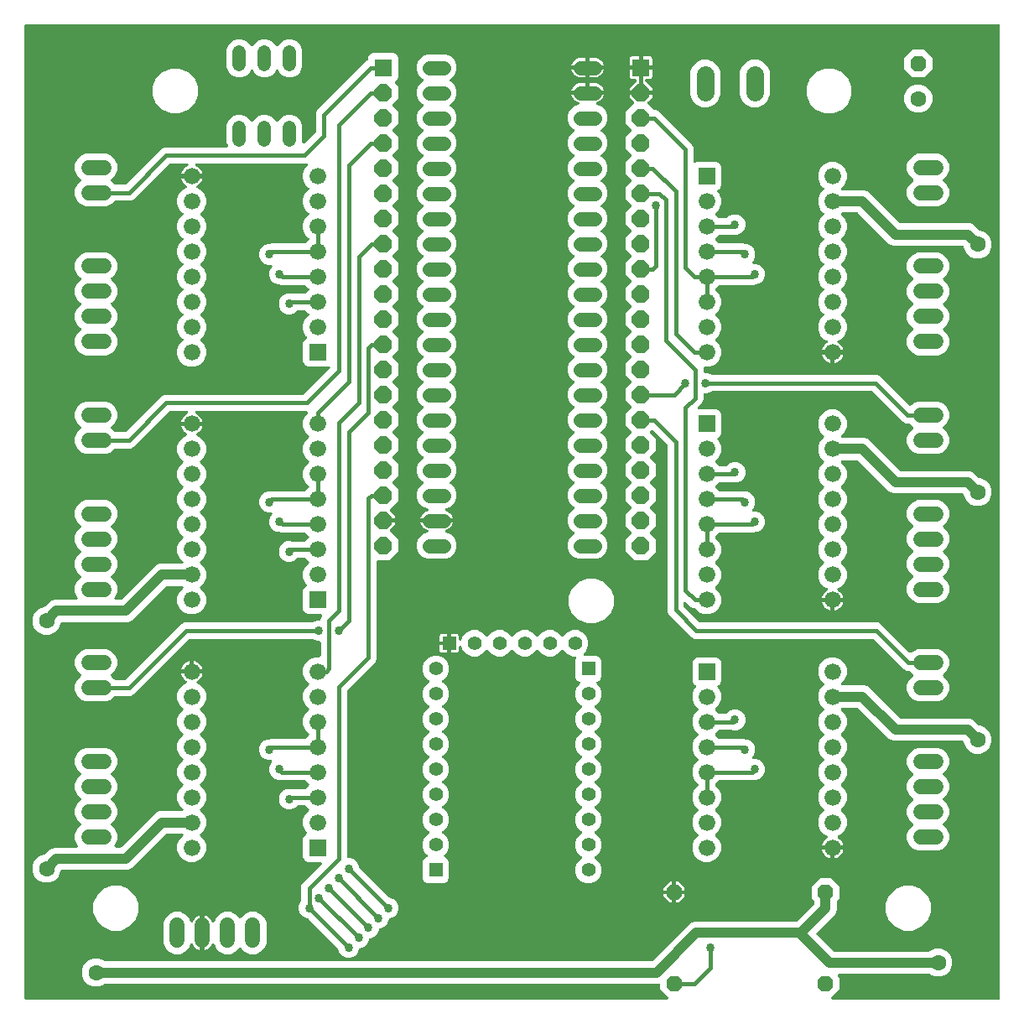
<source format=gbr>
G04 EAGLE Gerber RS-274X export*
G75*
%MOMM*%
%FSLAX34Y34*%
%LPD*%
%INTop Copper*%
%IPPOS*%
%AMOC8*
5,1,8,0,0,1.08239X$1,22.5*%
G01*
%ADD10C,1.408000*%
%ADD11C,1.676400*%
%ADD12R,1.676400X1.676400*%
%ADD13C,1.524000*%
%ADD14C,1.320800*%
%ADD15C,1.422400*%
%ADD16R,1.422400X1.422400*%
%ADD17C,1.790700*%
%ADD18P,1.732040X8X112.500000*%
%ADD19C,1.600200*%
%ADD20P,1.731824X8X112.500000*%
%ADD21P,1.924489X8X22.500000*%
%ADD22R,1.778000X1.778000*%
%ADD23C,0.856400*%
%ADD24C,0.406400*%
%ADD25C,1.016000*%
%ADD26C,1.600000*%

G36*
X656366Y7632D02*
X656366Y7632D01*
X656466Y7634D01*
X656538Y7652D01*
X656612Y7661D01*
X656707Y7694D01*
X656804Y7719D01*
X656870Y7753D01*
X656940Y7778D01*
X657025Y7833D01*
X657114Y7879D01*
X657171Y7927D01*
X657233Y7967D01*
X657303Y8039D01*
X657379Y8104D01*
X657424Y8164D01*
X657475Y8218D01*
X657527Y8304D01*
X657587Y8385D01*
X657616Y8453D01*
X657654Y8517D01*
X657685Y8613D01*
X657725Y8705D01*
X657738Y8778D01*
X657760Y8849D01*
X657768Y8949D01*
X657786Y9048D01*
X657782Y9122D01*
X657788Y9196D01*
X657773Y9296D01*
X657768Y9396D01*
X657748Y9467D01*
X657737Y9541D01*
X657700Y9634D01*
X657672Y9731D01*
X657635Y9796D01*
X657608Y9865D01*
X657551Y9947D01*
X657502Y10035D01*
X657437Y10111D01*
X657409Y10151D01*
X657383Y10175D01*
X657343Y10221D01*
X649403Y18161D01*
X649403Y22300D01*
X649400Y22326D01*
X649402Y22352D01*
X649380Y22499D01*
X649363Y22646D01*
X649355Y22671D01*
X649351Y22697D01*
X649296Y22835D01*
X649246Y22974D01*
X649232Y22996D01*
X649222Y23021D01*
X649137Y23142D01*
X649057Y23267D01*
X649038Y23285D01*
X649023Y23307D01*
X648913Y23406D01*
X648806Y23509D01*
X648784Y23523D01*
X648764Y23540D01*
X648634Y23612D01*
X648507Y23688D01*
X648482Y23696D01*
X648459Y23709D01*
X648316Y23749D01*
X648175Y23794D01*
X648149Y23796D01*
X648124Y23804D01*
X647880Y23823D01*
X89390Y23823D01*
X89264Y23809D01*
X89138Y23802D01*
X89092Y23789D01*
X89044Y23783D01*
X88925Y23741D01*
X88803Y23706D01*
X88761Y23682D01*
X88716Y23666D01*
X88609Y23597D01*
X88499Y23536D01*
X88453Y23496D01*
X88423Y23477D01*
X88389Y23442D01*
X88313Y23377D01*
X87985Y23049D01*
X82804Y20903D01*
X77196Y20903D01*
X72015Y23049D01*
X68049Y27015D01*
X65903Y32196D01*
X65903Y37804D01*
X68049Y42985D01*
X72015Y46951D01*
X77196Y49097D01*
X82804Y49097D01*
X87985Y46951D01*
X88313Y46623D01*
X88412Y46544D01*
X88506Y46460D01*
X88548Y46436D01*
X88586Y46406D01*
X88700Y46352D01*
X88811Y46291D01*
X88857Y46278D01*
X88901Y46257D01*
X89024Y46231D01*
X89146Y46196D01*
X89207Y46191D01*
X89242Y46184D01*
X89290Y46185D01*
X89390Y46177D01*
X640739Y46177D01*
X640865Y46191D01*
X640991Y46198D01*
X641038Y46211D01*
X641086Y46217D01*
X641205Y46259D01*
X641326Y46294D01*
X641368Y46318D01*
X641414Y46334D01*
X641520Y46403D01*
X641630Y46464D01*
X641677Y46504D01*
X641707Y46523D01*
X641740Y46558D01*
X641817Y46623D01*
X679669Y84475D01*
X683777Y86177D01*
X786239Y86177D01*
X786365Y86191D01*
X786491Y86198D01*
X786538Y86211D01*
X786586Y86217D01*
X786705Y86259D01*
X786826Y86294D01*
X786868Y86318D01*
X786914Y86334D01*
X787020Y86403D01*
X787130Y86464D01*
X787177Y86504D01*
X787207Y86523D01*
X787240Y86558D01*
X787317Y86623D01*
X804877Y104183D01*
X804956Y104282D01*
X805040Y104376D01*
X805064Y104419D01*
X805094Y104456D01*
X805148Y104571D01*
X805209Y104681D01*
X805222Y104728D01*
X805243Y104772D01*
X805269Y104895D01*
X805304Y105017D01*
X805309Y105077D01*
X805316Y105112D01*
X805315Y105160D01*
X805323Y105261D01*
X805323Y106610D01*
X805309Y106736D01*
X805302Y106862D01*
X805289Y106908D01*
X805283Y106956D01*
X805241Y107075D01*
X805206Y107197D01*
X805182Y107239D01*
X805166Y107284D01*
X805097Y107391D01*
X805036Y107501D01*
X804996Y107547D01*
X804977Y107577D01*
X804942Y107611D01*
X804934Y107621D01*
X804921Y107639D01*
X804909Y107650D01*
X804877Y107687D01*
X802403Y110161D01*
X802403Y121839D01*
X810661Y130097D01*
X822339Y130097D01*
X830597Y121839D01*
X830597Y110161D01*
X828123Y107687D01*
X828057Y107604D01*
X828013Y107558D01*
X828003Y107543D01*
X827960Y107494D01*
X827936Y107452D01*
X827906Y107414D01*
X827852Y107300D01*
X827791Y107189D01*
X827778Y107143D01*
X827757Y107099D01*
X827731Y106976D01*
X827696Y106854D01*
X827691Y106793D01*
X827684Y106758D01*
X827685Y106710D01*
X827677Y106610D01*
X827677Y97777D01*
X825975Y93669D01*
X807633Y75327D01*
X807617Y75307D01*
X807597Y75290D01*
X807509Y75170D01*
X807417Y75054D01*
X807406Y75030D01*
X807390Y75009D01*
X807331Y74873D01*
X807268Y74739D01*
X807262Y74713D01*
X807252Y74689D01*
X807226Y74543D01*
X807194Y74398D01*
X807195Y74372D01*
X807190Y74346D01*
X807198Y74198D01*
X807200Y74050D01*
X807207Y74024D01*
X807208Y73998D01*
X807249Y73856D01*
X807285Y73712D01*
X807297Y73688D01*
X807305Y73663D01*
X807377Y73534D01*
X807445Y73402D01*
X807462Y73382D01*
X807475Y73359D01*
X807633Y73173D01*
X824183Y56623D01*
X824282Y56544D01*
X824376Y56460D01*
X824419Y56436D01*
X824456Y56406D01*
X824571Y56352D01*
X824681Y56291D01*
X824728Y56278D01*
X824772Y56257D01*
X824895Y56231D01*
X825017Y56196D01*
X825077Y56191D01*
X825112Y56184D01*
X825160Y56185D01*
X825261Y56177D01*
X920610Y56177D01*
X920736Y56191D01*
X920862Y56198D01*
X920908Y56211D01*
X920956Y56217D01*
X921075Y56259D01*
X921197Y56294D01*
X921239Y56318D01*
X921284Y56334D01*
X921391Y56403D01*
X921501Y56464D01*
X921547Y56504D01*
X921577Y56523D01*
X921611Y56558D01*
X921687Y56623D01*
X922015Y56951D01*
X927196Y59097D01*
X932804Y59097D01*
X937985Y56951D01*
X941951Y52985D01*
X944097Y47804D01*
X944097Y42196D01*
X941951Y37015D01*
X937985Y33049D01*
X932804Y30903D01*
X927196Y30903D01*
X922015Y33049D01*
X921687Y33377D01*
X921588Y33456D01*
X921494Y33540D01*
X921452Y33564D01*
X921414Y33594D01*
X921300Y33648D01*
X921189Y33709D01*
X921143Y33722D01*
X921099Y33743D01*
X920976Y33769D01*
X920854Y33804D01*
X920793Y33809D01*
X920758Y33816D01*
X920710Y33815D01*
X920610Y33823D01*
X830290Y33823D01*
X830190Y33812D01*
X830090Y33810D01*
X830018Y33792D01*
X829944Y33783D01*
X829849Y33750D01*
X829752Y33725D01*
X829686Y33691D01*
X829616Y33666D01*
X829531Y33611D01*
X829442Y33565D01*
X829385Y33517D01*
X829323Y33477D01*
X829253Y33405D01*
X829177Y33340D01*
X829132Y33280D01*
X829081Y33226D01*
X829029Y33140D01*
X828969Y33059D01*
X828940Y32991D01*
X828902Y32927D01*
X828871Y32831D01*
X828831Y32739D01*
X828818Y32666D01*
X828796Y32595D01*
X828788Y32495D01*
X828770Y32396D01*
X828774Y32322D01*
X828768Y32248D01*
X828783Y32148D01*
X828788Y32048D01*
X828808Y31977D01*
X828819Y31903D01*
X828856Y31810D01*
X828884Y31713D01*
X828921Y31648D01*
X828948Y31579D01*
X829005Y31497D01*
X829054Y31409D01*
X829120Y31333D01*
X829147Y31293D01*
X829173Y31269D01*
X829213Y31223D01*
X830597Y29839D01*
X830597Y18161D01*
X822657Y10221D01*
X822595Y10143D01*
X822525Y10070D01*
X822486Y10006D01*
X822440Y9948D01*
X822397Y9857D01*
X822346Y9771D01*
X822323Y9700D01*
X822291Y9633D01*
X822270Y9535D01*
X822240Y9439D01*
X822234Y9365D01*
X822218Y9292D01*
X822220Y9192D01*
X822212Y9092D01*
X822223Y9018D01*
X822224Y8944D01*
X822248Y8847D01*
X822263Y8747D01*
X822291Y8678D01*
X822309Y8606D01*
X822355Y8516D01*
X822392Y8423D01*
X822434Y8362D01*
X822469Y8296D01*
X822534Y8219D01*
X822591Y8137D01*
X822646Y8087D01*
X822694Y8031D01*
X822775Y7971D01*
X822850Y7904D01*
X822915Y7868D01*
X822975Y7823D01*
X823067Y7784D01*
X823155Y7735D01*
X823226Y7715D01*
X823295Y7685D01*
X823393Y7668D01*
X823490Y7640D01*
X823590Y7632D01*
X823638Y7624D01*
X823673Y7626D01*
X823734Y7621D01*
X990856Y7621D01*
X990882Y7624D01*
X990908Y7622D01*
X991055Y7644D01*
X991202Y7661D01*
X991227Y7669D01*
X991253Y7673D01*
X991391Y7728D01*
X991530Y7778D01*
X991552Y7792D01*
X991577Y7802D01*
X991698Y7887D01*
X991823Y7967D01*
X991841Y7986D01*
X991863Y8001D01*
X991962Y8111D01*
X992065Y8218D01*
X992079Y8240D01*
X992096Y8260D01*
X992168Y8390D01*
X992244Y8517D01*
X992252Y8542D01*
X992265Y8565D01*
X992305Y8708D01*
X992350Y8849D01*
X992352Y8875D01*
X992360Y8900D01*
X992379Y9144D01*
X992379Y990856D01*
X992376Y990882D01*
X992378Y990908D01*
X992356Y991055D01*
X992339Y991202D01*
X992331Y991227D01*
X992327Y991253D01*
X992272Y991391D01*
X992222Y991530D01*
X992208Y991552D01*
X992198Y991577D01*
X992113Y991698D01*
X992033Y991823D01*
X992014Y991841D01*
X991999Y991863D01*
X991889Y991962D01*
X991782Y992065D01*
X991760Y992079D01*
X991740Y992096D01*
X991610Y992168D01*
X991483Y992244D01*
X991458Y992252D01*
X991435Y992265D01*
X991292Y992305D01*
X991151Y992350D01*
X991125Y992352D01*
X991100Y992360D01*
X990856Y992379D01*
X9144Y992379D01*
X9118Y992376D01*
X9092Y992378D01*
X8945Y992356D01*
X8798Y992339D01*
X8773Y992331D01*
X8747Y992327D01*
X8609Y992272D01*
X8470Y992222D01*
X8448Y992208D01*
X8423Y992198D01*
X8302Y992113D01*
X8177Y992033D01*
X8159Y992014D01*
X8137Y991999D01*
X8038Y991889D01*
X7935Y991782D01*
X7921Y991760D01*
X7904Y991740D01*
X7832Y991610D01*
X7756Y991483D01*
X7748Y991458D01*
X7735Y991435D01*
X7695Y991292D01*
X7650Y991151D01*
X7648Y991125D01*
X7640Y991100D01*
X7621Y990856D01*
X7621Y9144D01*
X7624Y9118D01*
X7622Y9092D01*
X7644Y8945D01*
X7661Y8798D01*
X7669Y8773D01*
X7673Y8747D01*
X7728Y8609D01*
X7778Y8470D01*
X7792Y8448D01*
X7802Y8423D01*
X7887Y8302D01*
X7967Y8177D01*
X7986Y8159D01*
X8001Y8137D01*
X8111Y8038D01*
X8218Y7935D01*
X8240Y7921D01*
X8260Y7904D01*
X8390Y7832D01*
X8517Y7756D01*
X8542Y7748D01*
X8565Y7735D01*
X8708Y7695D01*
X8849Y7650D01*
X8875Y7648D01*
X8900Y7640D01*
X9144Y7621D01*
X656266Y7621D01*
X656366Y7632D01*
G37*
%LPC*%
G36*
X332936Y49621D02*
X332936Y49621D01*
X329121Y51201D01*
X326201Y54121D01*
X324621Y57936D01*
X324621Y58252D01*
X324607Y58378D01*
X324600Y58504D01*
X324587Y58550D01*
X324581Y58598D01*
X324539Y58717D01*
X324504Y58839D01*
X324480Y58881D01*
X324464Y58926D01*
X324395Y59033D01*
X324334Y59143D01*
X324294Y59189D01*
X324275Y59219D01*
X324240Y59253D01*
X324175Y59329D01*
X294329Y89175D01*
X294230Y89254D01*
X294136Y89338D01*
X294094Y89362D01*
X294056Y89392D01*
X293942Y89446D01*
X293831Y89507D01*
X293785Y89520D01*
X293741Y89541D01*
X293618Y89567D01*
X293496Y89602D01*
X293435Y89607D01*
X293400Y89614D01*
X293352Y89613D01*
X293252Y89621D01*
X292936Y89621D01*
X289121Y91201D01*
X286201Y94121D01*
X284621Y97936D01*
X284621Y102064D01*
X286201Y105879D01*
X286425Y106103D01*
X286504Y106202D01*
X286588Y106296D01*
X286612Y106338D01*
X286642Y106376D01*
X286696Y106490D01*
X286757Y106601D01*
X286770Y106647D01*
X286791Y106691D01*
X286817Y106814D01*
X286852Y106936D01*
X286857Y106997D01*
X286864Y107032D01*
X286863Y107080D01*
X286871Y107180D01*
X286871Y121617D01*
X288109Y124605D01*
X307525Y144021D01*
X307588Y144099D01*
X307657Y144172D01*
X307696Y144236D01*
X307742Y144294D01*
X307785Y144385D01*
X307836Y144471D01*
X307859Y144542D01*
X307891Y144609D01*
X307912Y144707D01*
X307942Y144803D01*
X307948Y144877D01*
X307964Y144950D01*
X307962Y145050D01*
X307970Y145150D01*
X307959Y145224D01*
X307958Y145298D01*
X307934Y145395D01*
X307919Y145495D01*
X307891Y145564D01*
X307873Y145636D01*
X307827Y145726D01*
X307790Y145819D01*
X307748Y145880D01*
X307713Y145946D01*
X307648Y146023D01*
X307591Y146105D01*
X307536Y146155D01*
X307488Y146211D01*
X307407Y146271D01*
X307332Y146338D01*
X307267Y146374D01*
X307207Y146419D01*
X307115Y146458D01*
X307027Y146507D01*
X306956Y146527D01*
X306887Y146557D01*
X306789Y146574D01*
X306692Y146602D01*
X306592Y146610D01*
X306544Y146618D01*
X306509Y146616D01*
X306448Y146621D01*
X293905Y146621D01*
X291664Y147549D01*
X289949Y149264D01*
X289021Y151505D01*
X289021Y170695D01*
X289949Y172936D01*
X291664Y174651D01*
X291827Y174718D01*
X291958Y174791D01*
X292092Y174860D01*
X292111Y174876D01*
X292132Y174887D01*
X292243Y174988D01*
X292358Y175086D01*
X292372Y175105D01*
X292390Y175121D01*
X292476Y175245D01*
X292565Y175366D01*
X292575Y175388D01*
X292588Y175408D01*
X292644Y175548D01*
X292703Y175686D01*
X292707Y175710D01*
X292716Y175732D01*
X292738Y175881D01*
X292765Y176029D01*
X292763Y176053D01*
X292767Y176077D01*
X292754Y176227D01*
X292747Y176377D01*
X292740Y176400D01*
X292738Y176424D01*
X292692Y176568D01*
X292650Y176712D01*
X292638Y176733D01*
X292631Y176756D01*
X292553Y176885D01*
X292480Y177016D01*
X292461Y177038D01*
X292451Y177055D01*
X292418Y177089D01*
X292322Y177202D01*
X291226Y178298D01*
X289021Y183620D01*
X289021Y189380D01*
X291226Y194702D01*
X294647Y198123D01*
X294663Y198143D01*
X294683Y198160D01*
X294771Y198280D01*
X294864Y198396D01*
X294875Y198420D01*
X294890Y198441D01*
X294949Y198577D01*
X295012Y198711D01*
X295018Y198737D01*
X295028Y198761D01*
X295055Y198907D01*
X295086Y199052D01*
X295085Y199078D01*
X295090Y199104D01*
X295082Y199252D01*
X295080Y199400D01*
X295073Y199426D01*
X295072Y199452D01*
X295031Y199594D01*
X294995Y199738D01*
X294983Y199761D01*
X294976Y199787D01*
X294903Y199916D01*
X294835Y200048D01*
X294818Y200068D01*
X294805Y200091D01*
X294647Y200277D01*
X291599Y203325D01*
X291500Y203404D01*
X291406Y203488D01*
X291364Y203512D01*
X291326Y203542D01*
X291212Y203596D01*
X291101Y203657D01*
X291054Y203670D01*
X291011Y203691D01*
X290887Y203717D01*
X290766Y203752D01*
X290705Y203757D01*
X290670Y203764D01*
X290622Y203763D01*
X290522Y203771D01*
X284080Y203771D01*
X283954Y203757D01*
X283828Y203750D01*
X283782Y203737D01*
X283734Y203731D01*
X283615Y203689D01*
X283493Y203654D01*
X283451Y203630D01*
X283406Y203614D01*
X283299Y203545D01*
X283189Y203484D01*
X283143Y203444D01*
X283113Y203425D01*
X283079Y203390D01*
X283003Y203325D01*
X280879Y201201D01*
X277064Y199621D01*
X272936Y199621D01*
X269121Y201201D01*
X266201Y204121D01*
X264621Y207936D01*
X264621Y212064D01*
X266201Y215879D01*
X269121Y218799D01*
X272936Y220379D01*
X277064Y220379D01*
X277629Y220145D01*
X277632Y220144D01*
X277633Y220143D01*
X277795Y220097D01*
X277965Y220049D01*
X277967Y220049D01*
X277969Y220048D01*
X278212Y220029D01*
X290522Y220029D01*
X290647Y220043D01*
X290774Y220050D01*
X290820Y220063D01*
X290868Y220069D01*
X290987Y220111D01*
X291108Y220146D01*
X291151Y220170D01*
X291196Y220186D01*
X291302Y220255D01*
X291413Y220316D01*
X291459Y220356D01*
X291489Y220375D01*
X291522Y220410D01*
X291599Y220475D01*
X294647Y223523D01*
X294663Y223543D01*
X294683Y223560D01*
X294771Y223680D01*
X294864Y223796D01*
X294875Y223820D01*
X294890Y223841D01*
X294949Y223977D01*
X295012Y224111D01*
X295018Y224137D01*
X295028Y224161D01*
X295055Y224307D01*
X295086Y224452D01*
X295085Y224478D01*
X295090Y224504D01*
X295082Y224652D01*
X295080Y224800D01*
X295073Y224826D01*
X295072Y224852D01*
X295031Y224994D01*
X294995Y225138D01*
X294983Y225161D01*
X294976Y225187D01*
X294903Y225316D01*
X294835Y225448D01*
X294818Y225468D01*
X294805Y225491D01*
X294647Y225677D01*
X291599Y228725D01*
X291500Y228804D01*
X291406Y228888D01*
X291364Y228912D01*
X291326Y228942D01*
X291212Y228996D01*
X291101Y229057D01*
X291054Y229070D01*
X291011Y229091D01*
X290887Y229117D01*
X290766Y229152D01*
X290705Y229157D01*
X290670Y229164D01*
X290622Y229163D01*
X290522Y229171D01*
X268822Y229171D01*
X268707Y229158D01*
X268592Y229154D01*
X268518Y229136D01*
X268476Y229131D01*
X268435Y229117D01*
X268354Y229097D01*
X268264Y229068D01*
X267036Y229166D01*
X266993Y229165D01*
X266914Y229171D01*
X265683Y229171D01*
X265596Y229207D01*
X265484Y229239D01*
X265376Y229280D01*
X265301Y229292D01*
X265261Y229303D01*
X265217Y229305D01*
X265134Y229319D01*
X265040Y229326D01*
X264789Y229454D01*
X264730Y229476D01*
X264675Y229507D01*
X264567Y229537D01*
X264463Y229576D01*
X264400Y229584D01*
X264340Y229602D01*
X264149Y229617D01*
X264117Y229621D01*
X264109Y229620D01*
X264096Y229621D01*
X262936Y229621D01*
X259121Y231201D01*
X256201Y234121D01*
X254621Y237936D01*
X254621Y242064D01*
X256201Y245879D01*
X257343Y247021D01*
X257406Y247100D01*
X257475Y247172D01*
X257514Y247236D01*
X257560Y247294D01*
X257603Y247385D01*
X257654Y247471D01*
X257677Y247542D01*
X257709Y247609D01*
X257730Y247707D01*
X257760Y247803D01*
X257766Y247877D01*
X257782Y247950D01*
X257780Y248050D01*
X257788Y248150D01*
X257777Y248224D01*
X257776Y248298D01*
X257752Y248395D01*
X257737Y248495D01*
X257709Y248564D01*
X257691Y248636D01*
X257645Y248725D01*
X257608Y248819D01*
X257566Y248880D01*
X257531Y248946D01*
X257466Y249022D01*
X257409Y249105D01*
X257354Y249155D01*
X257306Y249211D01*
X257225Y249271D01*
X257150Y249338D01*
X257085Y249374D01*
X257025Y249419D01*
X256933Y249458D01*
X256845Y249507D01*
X256774Y249527D01*
X256705Y249557D01*
X256607Y249574D01*
X256510Y249602D01*
X256410Y249610D01*
X256362Y249618D01*
X256327Y249616D01*
X256266Y249621D01*
X252936Y249621D01*
X249121Y251201D01*
X246201Y254121D01*
X244621Y257936D01*
X244621Y262064D01*
X246201Y265879D01*
X249121Y268799D01*
X252936Y270379D01*
X254622Y270379D01*
X254632Y270380D01*
X254641Y270379D01*
X254804Y270400D01*
X254968Y270419D01*
X254977Y270422D01*
X254987Y270423D01*
X255219Y270500D01*
X255990Y270829D01*
X257601Y270829D01*
X257607Y270829D01*
X257616Y270829D01*
X259313Y270845D01*
X259519Y270829D01*
X290522Y270829D01*
X290647Y270843D01*
X290774Y270850D01*
X290820Y270863D01*
X290868Y270869D01*
X290987Y270911D01*
X291108Y270946D01*
X291151Y270970D01*
X291196Y270986D01*
X291302Y271055D01*
X291413Y271116D01*
X291459Y271156D01*
X291489Y271175D01*
X291522Y271210D01*
X291599Y271275D01*
X294647Y274323D01*
X294663Y274343D01*
X294683Y274360D01*
X294771Y274480D01*
X294864Y274596D01*
X294875Y274620D01*
X294890Y274641D01*
X294949Y274777D01*
X295012Y274911D01*
X295018Y274937D01*
X295028Y274961D01*
X295055Y275107D01*
X295086Y275252D01*
X295085Y275278D01*
X295090Y275304D01*
X295082Y275452D01*
X295080Y275600D01*
X295073Y275626D01*
X295072Y275652D01*
X295031Y275794D01*
X294995Y275938D01*
X294983Y275961D01*
X294976Y275987D01*
X294903Y276116D01*
X294835Y276248D01*
X294818Y276268D01*
X294805Y276291D01*
X294647Y276477D01*
X291226Y279898D01*
X289021Y285220D01*
X289021Y290980D01*
X291226Y296302D01*
X294647Y299723D01*
X294663Y299743D01*
X294683Y299760D01*
X294771Y299880D01*
X294864Y299996D01*
X294875Y300020D01*
X294890Y300041D01*
X294949Y300177D01*
X295012Y300311D01*
X295018Y300337D01*
X295028Y300361D01*
X295055Y300507D01*
X295086Y300652D01*
X295085Y300678D01*
X295090Y300704D01*
X295082Y300852D01*
X295080Y301000D01*
X295073Y301026D01*
X295072Y301052D01*
X295031Y301194D01*
X294995Y301338D01*
X294983Y301361D01*
X294976Y301387D01*
X294903Y301516D01*
X294835Y301648D01*
X294818Y301668D01*
X294805Y301691D01*
X294647Y301877D01*
X291226Y305298D01*
X289021Y310620D01*
X289021Y316380D01*
X291226Y321702D01*
X294647Y325123D01*
X294663Y325143D01*
X294683Y325160D01*
X294771Y325280D01*
X294864Y325396D01*
X294875Y325420D01*
X294890Y325441D01*
X294949Y325577D01*
X295012Y325711D01*
X295018Y325737D01*
X295028Y325761D01*
X295055Y325907D01*
X295086Y326052D01*
X295085Y326078D01*
X295090Y326104D01*
X295082Y326252D01*
X295080Y326400D01*
X295073Y326426D01*
X295072Y326452D01*
X295031Y326594D01*
X294995Y326738D01*
X294983Y326761D01*
X294976Y326787D01*
X294903Y326916D01*
X294835Y327048D01*
X294818Y327068D01*
X294805Y327091D01*
X294647Y327277D01*
X291226Y330698D01*
X289021Y336020D01*
X289021Y341780D01*
X291226Y347102D01*
X295298Y351174D01*
X300620Y353379D01*
X305348Y353379D01*
X305374Y353382D01*
X305400Y353380D01*
X305547Y353402D01*
X305694Y353419D01*
X305719Y353427D01*
X305745Y353431D01*
X305883Y353486D01*
X306022Y353536D01*
X306044Y353550D01*
X306069Y353560D01*
X306190Y353645D01*
X306315Y353725D01*
X306333Y353744D01*
X306355Y353759D01*
X306454Y353869D01*
X306557Y353976D01*
X306571Y353998D01*
X306588Y354018D01*
X306660Y354148D01*
X306736Y354275D01*
X306744Y354300D01*
X306757Y354323D01*
X306797Y354466D01*
X306842Y354607D01*
X306844Y354633D01*
X306852Y354658D01*
X306871Y354902D01*
X306871Y368098D01*
X306868Y368124D01*
X306870Y368150D01*
X306848Y368297D01*
X306831Y368444D01*
X306823Y368469D01*
X306819Y368495D01*
X306764Y368633D01*
X306714Y368772D01*
X306700Y368794D01*
X306690Y368819D01*
X306605Y368940D01*
X306525Y369065D01*
X306506Y369083D01*
X306491Y369105D01*
X306381Y369204D01*
X306274Y369307D01*
X306252Y369321D01*
X306232Y369338D01*
X306102Y369410D01*
X305975Y369486D01*
X305950Y369494D01*
X305927Y369507D01*
X305784Y369547D01*
X305643Y369592D01*
X305617Y369594D01*
X305592Y369602D01*
X305348Y369621D01*
X302936Y369621D01*
X299121Y371201D01*
X298897Y371425D01*
X298798Y371504D01*
X298704Y371588D01*
X298662Y371612D01*
X298624Y371642D01*
X298510Y371696D01*
X298399Y371757D01*
X298353Y371770D01*
X298309Y371791D01*
X298186Y371817D01*
X298064Y371852D01*
X298003Y371857D01*
X297968Y371864D01*
X297920Y371863D01*
X297820Y371871D01*
X174998Y371871D01*
X174872Y371857D01*
X174746Y371850D01*
X174700Y371837D01*
X174652Y371831D01*
X174533Y371789D01*
X174411Y371754D01*
X174369Y371730D01*
X174324Y371714D01*
X174217Y371645D01*
X174107Y371584D01*
X174061Y371544D01*
X174031Y371525D01*
X173997Y371490D01*
X173921Y371425D01*
X117905Y315409D01*
X114917Y314171D01*
X99521Y314171D01*
X99395Y314157D01*
X99269Y314150D01*
X99222Y314137D01*
X99174Y314131D01*
X99055Y314089D01*
X98934Y314054D01*
X98892Y314030D01*
X98846Y314014D01*
X98740Y313945D01*
X98630Y313884D01*
X98583Y313844D01*
X98553Y313825D01*
X98520Y313790D01*
X98444Y313725D01*
X95390Y310672D01*
X90348Y308583D01*
X69652Y308583D01*
X64610Y310672D01*
X60752Y314530D01*
X58663Y319572D01*
X58663Y325028D01*
X60752Y330070D01*
X64605Y333923D01*
X64621Y333943D01*
X64641Y333960D01*
X64729Y334080D01*
X64821Y334196D01*
X64832Y334220D01*
X64848Y334241D01*
X64907Y334377D01*
X64970Y334511D01*
X64976Y334537D01*
X64986Y334561D01*
X65012Y334707D01*
X65043Y334852D01*
X65043Y334878D01*
X65048Y334904D01*
X65040Y335052D01*
X65037Y335200D01*
X65031Y335226D01*
X65030Y335252D01*
X64989Y335394D01*
X64952Y335538D01*
X64940Y335561D01*
X64933Y335587D01*
X64861Y335716D01*
X64793Y335848D01*
X64776Y335868D01*
X64763Y335891D01*
X64605Y336077D01*
X60752Y339930D01*
X58663Y344972D01*
X58663Y350428D01*
X60752Y355470D01*
X64610Y359328D01*
X69652Y361417D01*
X90348Y361417D01*
X95390Y359328D01*
X99248Y355470D01*
X101337Y350428D01*
X101337Y344972D01*
X99248Y339930D01*
X95395Y336077D01*
X95379Y336057D01*
X95359Y336040D01*
X95271Y335920D01*
X95179Y335804D01*
X95168Y335780D01*
X95152Y335759D01*
X95093Y335623D01*
X95030Y335489D01*
X95024Y335463D01*
X95014Y335439D01*
X94988Y335293D01*
X94957Y335148D01*
X94957Y335122D01*
X94952Y335096D01*
X94960Y334948D01*
X94963Y334800D01*
X94969Y334774D01*
X94970Y334748D01*
X95011Y334606D01*
X95048Y334462D01*
X95060Y334439D01*
X95067Y334413D01*
X95139Y334284D01*
X95207Y334152D01*
X95224Y334132D01*
X95237Y334109D01*
X95395Y333923D01*
X98444Y330875D01*
X98543Y330796D01*
X98636Y330712D01*
X98679Y330688D01*
X98717Y330658D01*
X98831Y330604D01*
X98941Y330543D01*
X98988Y330530D01*
X99032Y330509D01*
X99155Y330483D01*
X99277Y330448D01*
X99338Y330443D01*
X99372Y330436D01*
X99420Y330437D01*
X99521Y330429D01*
X109302Y330429D01*
X109428Y330443D01*
X109554Y330450D01*
X109600Y330463D01*
X109648Y330469D01*
X109767Y330511D01*
X109889Y330546D01*
X109931Y330570D01*
X109976Y330586D01*
X110083Y330655D01*
X110193Y330716D01*
X110239Y330756D01*
X110269Y330775D01*
X110303Y330810D01*
X110379Y330875D01*
X166395Y386891D01*
X169383Y388129D01*
X297820Y388129D01*
X297946Y388143D01*
X298072Y388150D01*
X298118Y388163D01*
X298166Y388169D01*
X298285Y388211D01*
X298407Y388246D01*
X298449Y388270D01*
X298494Y388286D01*
X298601Y388355D01*
X298711Y388416D01*
X298757Y388456D01*
X298787Y388475D01*
X298821Y388510D01*
X298897Y388575D01*
X299121Y388799D01*
X302936Y390379D01*
X305348Y390379D01*
X305374Y390382D01*
X305400Y390380D01*
X305547Y390402D01*
X305694Y390419D01*
X305719Y390427D01*
X305745Y390431D01*
X305883Y390486D01*
X306022Y390536D01*
X306044Y390550D01*
X306069Y390560D01*
X306190Y390645D01*
X306315Y390725D01*
X306333Y390744D01*
X306355Y390759D01*
X306454Y390869D01*
X306557Y390976D01*
X306571Y390998D01*
X306588Y391018D01*
X306660Y391148D01*
X306736Y391275D01*
X306744Y391300D01*
X306757Y391323D01*
X306773Y391379D01*
X308072Y394515D01*
X308113Y394660D01*
X308159Y394803D01*
X308161Y394827D01*
X308167Y394850D01*
X308175Y395001D01*
X308187Y395150D01*
X308183Y395174D01*
X308184Y395198D01*
X308157Y395346D01*
X308135Y395495D01*
X308126Y395517D01*
X308122Y395541D01*
X308062Y395679D01*
X308006Y395819D01*
X307993Y395839D01*
X307983Y395861D01*
X307893Y395982D01*
X307807Y396105D01*
X307790Y396121D01*
X307775Y396141D01*
X307660Y396238D01*
X307549Y396338D01*
X307527Y396350D01*
X307509Y396366D01*
X307375Y396434D01*
X307244Y396507D01*
X307220Y396513D01*
X307199Y396524D01*
X307053Y396561D01*
X306908Y396602D01*
X306879Y396604D01*
X306861Y396609D01*
X306814Y396609D01*
X306664Y396621D01*
X293905Y396621D01*
X291664Y397549D01*
X289949Y399264D01*
X289021Y401505D01*
X289021Y420695D01*
X289949Y422936D01*
X291664Y424651D01*
X291827Y424718D01*
X291958Y424791D01*
X292092Y424860D01*
X292111Y424876D01*
X292132Y424887D01*
X292243Y424988D01*
X292358Y425086D01*
X292372Y425105D01*
X292390Y425121D01*
X292476Y425245D01*
X292565Y425366D01*
X292575Y425388D01*
X292588Y425408D01*
X292643Y425548D01*
X292703Y425686D01*
X292707Y425710D01*
X292716Y425732D01*
X292738Y425881D01*
X292765Y426029D01*
X292763Y426053D01*
X292767Y426077D01*
X292754Y426227D01*
X292747Y426377D01*
X292740Y426400D01*
X292738Y426424D01*
X292692Y426567D01*
X292650Y426712D01*
X292638Y426733D01*
X292631Y426756D01*
X292554Y426885D01*
X292480Y427016D01*
X292461Y427038D01*
X292451Y427055D01*
X292419Y427088D01*
X292322Y427202D01*
X291226Y428298D01*
X289021Y433620D01*
X289021Y439380D01*
X291226Y444702D01*
X294647Y448123D01*
X294663Y448143D01*
X294683Y448160D01*
X294771Y448280D01*
X294864Y448396D01*
X294875Y448420D01*
X294890Y448441D01*
X294949Y448577D01*
X295012Y448711D01*
X295018Y448737D01*
X295028Y448761D01*
X295055Y448907D01*
X295086Y449052D01*
X295085Y449078D01*
X295090Y449104D01*
X295082Y449252D01*
X295080Y449400D01*
X295073Y449426D01*
X295072Y449452D01*
X295031Y449594D01*
X294995Y449738D01*
X294983Y449762D01*
X294976Y449787D01*
X294903Y449916D01*
X294835Y450048D01*
X294818Y450068D01*
X294805Y450091D01*
X294647Y450277D01*
X291599Y453325D01*
X291500Y453404D01*
X291406Y453488D01*
X291364Y453512D01*
X291326Y453542D01*
X291212Y453596D01*
X291101Y453657D01*
X291054Y453670D01*
X291011Y453691D01*
X290887Y453717D01*
X290766Y453752D01*
X290705Y453757D01*
X290670Y453764D01*
X290622Y453763D01*
X290522Y453771D01*
X284080Y453771D01*
X283954Y453757D01*
X283828Y453750D01*
X283782Y453737D01*
X283734Y453731D01*
X283615Y453689D01*
X283493Y453654D01*
X283451Y453630D01*
X283406Y453614D01*
X283299Y453545D01*
X283189Y453484D01*
X283143Y453444D01*
X283113Y453425D01*
X283079Y453390D01*
X283003Y453325D01*
X280879Y451201D01*
X277064Y449621D01*
X272936Y449621D01*
X269121Y451201D01*
X266201Y454121D01*
X264621Y457936D01*
X264621Y462064D01*
X266201Y465879D01*
X269121Y468799D01*
X272936Y470379D01*
X277064Y470379D01*
X277629Y470145D01*
X277632Y470144D01*
X277633Y470143D01*
X277795Y470097D01*
X277965Y470049D01*
X277967Y470049D01*
X277969Y470048D01*
X278212Y470029D01*
X290522Y470029D01*
X290647Y470043D01*
X290774Y470050D01*
X290820Y470063D01*
X290868Y470069D01*
X290987Y470111D01*
X291108Y470146D01*
X291151Y470170D01*
X291196Y470186D01*
X291302Y470255D01*
X291413Y470316D01*
X291459Y470356D01*
X291489Y470375D01*
X291522Y470410D01*
X291599Y470475D01*
X294647Y473523D01*
X294663Y473543D01*
X294683Y473560D01*
X294771Y473680D01*
X294864Y473796D01*
X294875Y473820D01*
X294890Y473841D01*
X294949Y473977D01*
X295012Y474111D01*
X295018Y474137D01*
X295028Y474161D01*
X295055Y474307D01*
X295086Y474452D01*
X295085Y474478D01*
X295090Y474504D01*
X295082Y474652D01*
X295080Y474800D01*
X295073Y474826D01*
X295072Y474852D01*
X295031Y474994D01*
X294995Y475138D01*
X294983Y475161D01*
X294976Y475187D01*
X294903Y475316D01*
X294835Y475448D01*
X294818Y475468D01*
X294805Y475491D01*
X294647Y475677D01*
X291599Y478725D01*
X291500Y478804D01*
X291406Y478888D01*
X291364Y478912D01*
X291326Y478942D01*
X291212Y478996D01*
X291101Y479057D01*
X291054Y479070D01*
X291011Y479091D01*
X290887Y479117D01*
X290766Y479152D01*
X290705Y479157D01*
X290670Y479164D01*
X290622Y479163D01*
X290522Y479171D01*
X268781Y479171D01*
X268733Y479166D01*
X268630Y479164D01*
X267500Y479051D01*
X267316Y479106D01*
X267217Y479124D01*
X267119Y479152D01*
X267020Y479160D01*
X266973Y479168D01*
X266937Y479166D01*
X266876Y479171D01*
X266683Y479171D01*
X265877Y479505D01*
X265875Y479506D01*
X265873Y479507D01*
X265706Y479554D01*
X265542Y479601D01*
X265539Y479601D01*
X265537Y479602D01*
X265294Y479621D01*
X262936Y479621D01*
X259121Y481201D01*
X256201Y484121D01*
X254621Y487936D01*
X254621Y492064D01*
X256201Y495879D01*
X257343Y497021D01*
X257406Y497100D01*
X257475Y497172D01*
X257514Y497236D01*
X257560Y497294D01*
X257603Y497385D01*
X257654Y497471D01*
X257677Y497542D01*
X257709Y497609D01*
X257730Y497707D01*
X257760Y497803D01*
X257766Y497877D01*
X257782Y497950D01*
X257780Y498050D01*
X257788Y498150D01*
X257777Y498224D01*
X257776Y498298D01*
X257752Y498395D01*
X257737Y498495D01*
X257709Y498564D01*
X257691Y498636D01*
X257645Y498725D01*
X257608Y498819D01*
X257566Y498880D01*
X257531Y498946D01*
X257466Y499022D01*
X257409Y499105D01*
X257354Y499155D01*
X257306Y499211D01*
X257225Y499271D01*
X257150Y499338D01*
X257085Y499374D01*
X257025Y499419D01*
X256933Y499458D01*
X256845Y499507D01*
X256774Y499527D01*
X256705Y499557D01*
X256607Y499574D01*
X256510Y499602D01*
X256410Y499610D01*
X256362Y499618D01*
X256327Y499616D01*
X256266Y499621D01*
X252936Y499621D01*
X249121Y501201D01*
X246201Y504121D01*
X244621Y507936D01*
X244621Y512064D01*
X246201Y515879D01*
X249121Y518799D01*
X252936Y520379D01*
X254690Y520379D01*
X254692Y520379D01*
X254695Y520379D01*
X254868Y520399D01*
X255036Y520419D01*
X255039Y520419D01*
X255041Y520420D01*
X255274Y520495D01*
X256078Y520829D01*
X257692Y520829D01*
X257693Y520829D01*
X259603Y520830D01*
X259615Y520829D01*
X290522Y520829D01*
X290647Y520843D01*
X290774Y520850D01*
X290820Y520863D01*
X290868Y520869D01*
X290987Y520911D01*
X291108Y520946D01*
X291151Y520970D01*
X291196Y520986D01*
X291302Y521055D01*
X291413Y521116D01*
X291459Y521156D01*
X291489Y521175D01*
X291522Y521210D01*
X291599Y521275D01*
X294647Y524323D01*
X294663Y524343D01*
X294683Y524360D01*
X294771Y524480D01*
X294864Y524596D01*
X294875Y524620D01*
X294890Y524641D01*
X294949Y524777D01*
X295012Y524911D01*
X295018Y524937D01*
X295028Y524961D01*
X295055Y525107D01*
X295086Y525252D01*
X295085Y525278D01*
X295090Y525304D01*
X295082Y525452D01*
X295080Y525600D01*
X295073Y525626D01*
X295072Y525652D01*
X295031Y525794D01*
X294995Y525938D01*
X294983Y525961D01*
X294976Y525987D01*
X294903Y526116D01*
X294835Y526248D01*
X294818Y526268D01*
X294805Y526291D01*
X294647Y526477D01*
X291226Y529898D01*
X289021Y535220D01*
X289021Y540980D01*
X291226Y546302D01*
X294647Y549723D01*
X294663Y549743D01*
X294683Y549760D01*
X294771Y549880D01*
X294864Y549996D01*
X294875Y550020D01*
X294890Y550041D01*
X294949Y550177D01*
X295012Y550311D01*
X295018Y550337D01*
X295028Y550361D01*
X295055Y550507D01*
X295086Y550652D01*
X295085Y550678D01*
X295090Y550704D01*
X295082Y550852D01*
X295080Y551000D01*
X295073Y551026D01*
X295072Y551052D01*
X295031Y551194D01*
X294995Y551338D01*
X294983Y551361D01*
X294976Y551387D01*
X294903Y551516D01*
X294835Y551648D01*
X294818Y551668D01*
X294805Y551691D01*
X294647Y551877D01*
X291226Y555298D01*
X289021Y560620D01*
X289021Y566380D01*
X291226Y571702D01*
X294647Y575123D01*
X294663Y575143D01*
X294683Y575160D01*
X294771Y575280D01*
X294864Y575396D01*
X294875Y575420D01*
X294890Y575441D01*
X294949Y575577D01*
X295012Y575711D01*
X295018Y575737D01*
X295028Y575761D01*
X295055Y575907D01*
X295086Y576052D01*
X295085Y576078D01*
X295090Y576104D01*
X295082Y576252D01*
X295080Y576400D01*
X295073Y576426D01*
X295072Y576452D01*
X295031Y576594D01*
X294995Y576738D01*
X294983Y576761D01*
X294976Y576787D01*
X294903Y576916D01*
X294835Y577048D01*
X294818Y577068D01*
X294805Y577091D01*
X294647Y577277D01*
X291226Y580698D01*
X289021Y586020D01*
X289021Y591780D01*
X291226Y597102D01*
X293395Y599271D01*
X293457Y599349D01*
X293527Y599422D01*
X293565Y599486D01*
X293612Y599544D01*
X293654Y599635D01*
X293706Y599721D01*
X293729Y599792D01*
X293760Y599859D01*
X293782Y599957D01*
X293812Y600053D01*
X293818Y600127D01*
X293834Y600200D01*
X293832Y600300D01*
X293840Y600400D01*
X293829Y600474D01*
X293828Y600548D01*
X293803Y600645D01*
X293788Y600745D01*
X293761Y600814D01*
X293743Y600886D01*
X293697Y600975D01*
X293660Y601069D01*
X293617Y601130D01*
X293583Y601196D01*
X293518Y601272D01*
X293461Y601355D01*
X293406Y601405D01*
X293357Y601461D01*
X293277Y601521D01*
X293202Y601588D01*
X293137Y601624D01*
X293077Y601669D01*
X292985Y601708D01*
X292897Y601757D01*
X292825Y601777D01*
X292757Y601807D01*
X292658Y601824D01*
X292562Y601852D01*
X292462Y601860D01*
X292414Y601868D01*
X292378Y601866D01*
X292318Y601871D01*
X181447Y601871D01*
X181283Y601852D01*
X181119Y601836D01*
X181110Y601832D01*
X181100Y601831D01*
X180944Y601776D01*
X180790Y601722D01*
X180781Y601717D01*
X180772Y601714D01*
X180634Y601624D01*
X180494Y601537D01*
X180488Y601530D01*
X180479Y601525D01*
X180364Y601406D01*
X180249Y601289D01*
X180244Y601281D01*
X180237Y601274D01*
X180153Y601133D01*
X180066Y600993D01*
X180063Y600983D01*
X180058Y600975D01*
X180009Y600819D01*
X179956Y600662D01*
X179955Y600652D01*
X179952Y600643D01*
X179939Y600480D01*
X179924Y600315D01*
X179925Y600305D01*
X179924Y600296D01*
X179949Y600133D01*
X179971Y599970D01*
X179974Y599961D01*
X179976Y599951D01*
X180037Y599798D01*
X180096Y599644D01*
X180101Y599636D01*
X180105Y599627D01*
X180198Y599493D01*
X180291Y599356D01*
X180298Y599349D01*
X180304Y599341D01*
X180426Y599231D01*
X180547Y599119D01*
X180556Y599113D01*
X180562Y599108D01*
X180589Y599093D01*
X180755Y598991D01*
X182225Y598242D01*
X183616Y597231D01*
X184831Y596016D01*
X185842Y594625D01*
X186622Y593093D01*
X187154Y591458D01*
X187203Y591149D01*
X177226Y591149D01*
X177200Y591146D01*
X177174Y591148D01*
X177027Y591126D01*
X176880Y591109D01*
X176855Y591101D01*
X176829Y591097D01*
X176692Y591042D01*
X176552Y590992D01*
X176530Y590978D01*
X176505Y590968D01*
X176493Y590959D01*
X176401Y591014D01*
X176376Y591022D01*
X176353Y591035D01*
X176210Y591075D01*
X176069Y591120D01*
X176043Y591122D01*
X176018Y591130D01*
X175774Y591149D01*
X165797Y591149D01*
X165846Y591458D01*
X166378Y593093D01*
X167158Y594625D01*
X168169Y596016D01*
X169384Y597231D01*
X170775Y598242D01*
X172245Y598991D01*
X172382Y599082D01*
X172521Y599171D01*
X172527Y599178D01*
X172535Y599183D01*
X172648Y599303D01*
X172763Y599422D01*
X172768Y599430D01*
X172774Y599437D01*
X172857Y599579D01*
X172942Y599721D01*
X172945Y599730D01*
X172949Y599738D01*
X172997Y599896D01*
X173048Y600053D01*
X173049Y600063D01*
X173051Y600072D01*
X173063Y600236D01*
X173076Y600400D01*
X173074Y600410D01*
X173075Y600419D01*
X173049Y600582D01*
X173024Y600745D01*
X173021Y600754D01*
X173019Y600763D01*
X172956Y600916D01*
X172895Y601069D01*
X172890Y601077D01*
X172886Y601086D01*
X172790Y601220D01*
X172696Y601355D01*
X172689Y601361D01*
X172684Y601369D01*
X172560Y601478D01*
X172438Y601588D01*
X172429Y601593D01*
X172422Y601599D01*
X172277Y601677D01*
X172133Y601757D01*
X172123Y601760D01*
X172115Y601764D01*
X171957Y601806D01*
X171797Y601852D01*
X171786Y601853D01*
X171778Y601855D01*
X171748Y601856D01*
X171553Y601871D01*
X154998Y601871D01*
X154872Y601857D01*
X154746Y601850D01*
X154700Y601837D01*
X154652Y601831D01*
X154533Y601789D01*
X154411Y601754D01*
X154369Y601730D01*
X154324Y601714D01*
X154217Y601645D01*
X154107Y601584D01*
X154061Y601544D01*
X154031Y601525D01*
X153997Y601490D01*
X153921Y601425D01*
X117905Y565409D01*
X114917Y564171D01*
X99521Y564171D01*
X99395Y564157D01*
X99269Y564150D01*
X99222Y564137D01*
X99174Y564131D01*
X99055Y564089D01*
X98934Y564054D01*
X98892Y564030D01*
X98846Y564014D01*
X98740Y563945D01*
X98630Y563884D01*
X98583Y563844D01*
X98553Y563825D01*
X98520Y563790D01*
X98444Y563725D01*
X95390Y560672D01*
X90348Y558583D01*
X69652Y558583D01*
X64610Y560672D01*
X60752Y564530D01*
X58663Y569572D01*
X58663Y575028D01*
X60752Y580070D01*
X64605Y583923D01*
X64621Y583943D01*
X64641Y583960D01*
X64729Y584080D01*
X64821Y584196D01*
X64832Y584220D01*
X64848Y584241D01*
X64907Y584377D01*
X64970Y584511D01*
X64976Y584537D01*
X64986Y584561D01*
X65012Y584707D01*
X65043Y584852D01*
X65043Y584878D01*
X65048Y584904D01*
X65040Y585052D01*
X65037Y585200D01*
X65031Y585226D01*
X65030Y585252D01*
X64989Y585394D01*
X64952Y585538D01*
X64940Y585561D01*
X64933Y585587D01*
X64861Y585716D01*
X64793Y585848D01*
X64776Y585868D01*
X64763Y585891D01*
X64605Y586077D01*
X60752Y589930D01*
X58663Y594972D01*
X58663Y600428D01*
X60752Y605470D01*
X64610Y609328D01*
X69652Y611417D01*
X90348Y611417D01*
X95390Y609328D01*
X99248Y605470D01*
X101337Y600428D01*
X101337Y594972D01*
X99248Y589930D01*
X95395Y586077D01*
X95379Y586057D01*
X95359Y586040D01*
X95271Y585920D01*
X95179Y585804D01*
X95168Y585780D01*
X95152Y585759D01*
X95093Y585623D01*
X95030Y585489D01*
X95024Y585463D01*
X95014Y585439D01*
X94988Y585293D01*
X94957Y585148D01*
X94957Y585122D01*
X94952Y585096D01*
X94960Y584948D01*
X94963Y584800D01*
X94969Y584774D01*
X94970Y584748D01*
X95011Y584606D01*
X95048Y584462D01*
X95060Y584439D01*
X95067Y584413D01*
X95139Y584284D01*
X95207Y584152D01*
X95224Y584132D01*
X95237Y584109D01*
X95395Y583923D01*
X98444Y580875D01*
X98543Y580796D01*
X98636Y580712D01*
X98679Y580688D01*
X98717Y580658D01*
X98831Y580604D01*
X98941Y580543D01*
X98988Y580530D01*
X99032Y580509D01*
X99155Y580483D01*
X99277Y580448D01*
X99338Y580443D01*
X99372Y580436D01*
X99420Y580437D01*
X99521Y580429D01*
X109302Y580429D01*
X109428Y580443D01*
X109554Y580450D01*
X109600Y580463D01*
X109648Y580469D01*
X109767Y580511D01*
X109889Y580546D01*
X109931Y580570D01*
X109976Y580586D01*
X110083Y580655D01*
X110193Y580716D01*
X110239Y580756D01*
X110269Y580775D01*
X110303Y580810D01*
X110379Y580875D01*
X146395Y616891D01*
X149383Y618129D01*
X288702Y618129D01*
X288828Y618143D01*
X288954Y618150D01*
X289000Y618163D01*
X289048Y618169D01*
X289167Y618211D01*
X289289Y618246D01*
X289331Y618270D01*
X289376Y618286D01*
X289483Y618355D01*
X289593Y618416D01*
X289639Y618456D01*
X289669Y618475D01*
X289703Y618510D01*
X289779Y618575D01*
X315756Y644552D01*
X315787Y644591D01*
X315824Y644625D01*
X315895Y644727D01*
X315972Y644825D01*
X315994Y644870D01*
X316023Y644911D01*
X316068Y645027D01*
X316121Y645140D01*
X316132Y645189D01*
X316150Y645236D01*
X316168Y645359D01*
X316195Y645480D01*
X316194Y645531D01*
X316201Y645580D01*
X316191Y645705D01*
X316189Y645829D01*
X316176Y645877D01*
X316172Y645928D01*
X316134Y646046D01*
X316104Y646167D01*
X316081Y646211D01*
X316065Y646259D01*
X316001Y646366D01*
X315944Y646477D01*
X315911Y646515D01*
X315885Y646558D01*
X315799Y646647D01*
X315718Y646742D01*
X315678Y646772D01*
X315643Y646808D01*
X315538Y646875D01*
X315438Y646949D01*
X315392Y646969D01*
X315349Y646996D01*
X315232Y647038D01*
X315118Y647087D01*
X315068Y647096D01*
X315021Y647113D01*
X314897Y647127D01*
X314775Y647149D01*
X314725Y647146D01*
X314675Y647152D01*
X314551Y647137D01*
X314427Y647131D01*
X314378Y647117D01*
X314328Y647111D01*
X314096Y647036D01*
X314092Y647034D01*
X313095Y646621D01*
X293905Y646621D01*
X291664Y647549D01*
X289949Y649264D01*
X289021Y651505D01*
X289021Y670695D01*
X289949Y672936D01*
X291664Y674651D01*
X291827Y674718D01*
X291958Y674791D01*
X292092Y674860D01*
X292111Y674876D01*
X292132Y674887D01*
X292243Y674988D01*
X292358Y675086D01*
X292372Y675105D01*
X292390Y675121D01*
X292476Y675245D01*
X292565Y675366D01*
X292575Y675388D01*
X292588Y675408D01*
X292644Y675548D01*
X292703Y675686D01*
X292707Y675710D01*
X292716Y675732D01*
X292738Y675881D01*
X292765Y676029D01*
X292763Y676053D01*
X292767Y676077D01*
X292754Y676227D01*
X292747Y676377D01*
X292740Y676400D01*
X292738Y676424D01*
X292692Y676568D01*
X292650Y676712D01*
X292638Y676733D01*
X292631Y676756D01*
X292553Y676885D01*
X292480Y677016D01*
X292461Y677038D01*
X292451Y677055D01*
X292418Y677089D01*
X292322Y677202D01*
X291226Y678298D01*
X289021Y683620D01*
X289021Y689380D01*
X291226Y694702D01*
X294647Y698123D01*
X294663Y698143D01*
X294683Y698160D01*
X294730Y698224D01*
X294755Y698250D01*
X294779Y698289D01*
X294864Y698396D01*
X294875Y698420D01*
X294890Y698441D01*
X294949Y698577D01*
X295012Y698711D01*
X295018Y698737D01*
X295028Y698761D01*
X295055Y698907D01*
X295086Y699052D01*
X295085Y699078D01*
X295090Y699104D01*
X295082Y699252D01*
X295080Y699400D01*
X295073Y699426D01*
X295072Y699452D01*
X295031Y699594D01*
X294995Y699738D01*
X294983Y699761D01*
X294976Y699787D01*
X294903Y699916D01*
X294835Y700048D01*
X294818Y700068D01*
X294805Y700091D01*
X294647Y700277D01*
X291599Y703325D01*
X291500Y703404D01*
X291406Y703488D01*
X291364Y703512D01*
X291326Y703542D01*
X291212Y703596D01*
X291101Y703657D01*
X291054Y703670D01*
X291011Y703691D01*
X290887Y703717D01*
X290766Y703752D01*
X290705Y703757D01*
X290670Y703764D01*
X290622Y703763D01*
X290522Y703771D01*
X284080Y703771D01*
X283954Y703757D01*
X283828Y703750D01*
X283782Y703737D01*
X283734Y703731D01*
X283615Y703689D01*
X283493Y703654D01*
X283451Y703630D01*
X283406Y703614D01*
X283299Y703545D01*
X283189Y703484D01*
X283143Y703444D01*
X283113Y703425D01*
X283090Y703401D01*
X283088Y703400D01*
X283075Y703386D01*
X283003Y703325D01*
X280879Y701201D01*
X277064Y699621D01*
X272936Y699621D01*
X269121Y701201D01*
X266201Y704121D01*
X264621Y707936D01*
X264621Y712064D01*
X266201Y715879D01*
X269121Y718799D01*
X272936Y720379D01*
X277064Y720379D01*
X277629Y720145D01*
X277632Y720144D01*
X277633Y720143D01*
X277795Y720097D01*
X277965Y720049D01*
X277967Y720049D01*
X277969Y720048D01*
X278212Y720029D01*
X290522Y720029D01*
X290647Y720043D01*
X290774Y720050D01*
X290820Y720063D01*
X290868Y720069D01*
X290987Y720111D01*
X291108Y720146D01*
X291151Y720170D01*
X291196Y720186D01*
X291302Y720255D01*
X291413Y720316D01*
X291459Y720356D01*
X291489Y720375D01*
X291522Y720410D01*
X291599Y720475D01*
X294647Y723523D01*
X294663Y723543D01*
X294683Y723560D01*
X294771Y723680D01*
X294864Y723796D01*
X294875Y723820D01*
X294890Y723841D01*
X294949Y723977D01*
X295012Y724111D01*
X295018Y724137D01*
X295028Y724161D01*
X295055Y724307D01*
X295086Y724452D01*
X295085Y724478D01*
X295090Y724504D01*
X295082Y724652D01*
X295080Y724800D01*
X295073Y724826D01*
X295072Y724852D01*
X295031Y724994D01*
X294995Y725138D01*
X294983Y725161D01*
X294976Y725187D01*
X294903Y725316D01*
X294835Y725448D01*
X294818Y725468D01*
X294805Y725491D01*
X294647Y725677D01*
X291599Y728725D01*
X291500Y728804D01*
X291406Y728888D01*
X291364Y728912D01*
X291326Y728942D01*
X291212Y728996D01*
X291101Y729057D01*
X291054Y729070D01*
X291011Y729091D01*
X290887Y729117D01*
X290766Y729152D01*
X290705Y729157D01*
X290670Y729164D01*
X290622Y729163D01*
X290522Y729171D01*
X268781Y729171D01*
X268733Y729166D01*
X268630Y729164D01*
X267500Y729051D01*
X267316Y729106D01*
X267217Y729124D01*
X267119Y729152D01*
X267020Y729160D01*
X266973Y729168D01*
X266937Y729166D01*
X266876Y729171D01*
X266683Y729171D01*
X265877Y729505D01*
X265875Y729506D01*
X265873Y729507D01*
X265706Y729554D01*
X265542Y729601D01*
X265539Y729601D01*
X265537Y729602D01*
X265294Y729621D01*
X262936Y729621D01*
X259121Y731201D01*
X256201Y734121D01*
X254621Y737936D01*
X254621Y742064D01*
X256201Y745879D01*
X257343Y747021D01*
X257406Y747100D01*
X257475Y747172D01*
X257514Y747236D01*
X257560Y747294D01*
X257603Y747385D01*
X257654Y747471D01*
X257677Y747542D01*
X257709Y747609D01*
X257730Y747707D01*
X257760Y747803D01*
X257766Y747877D01*
X257782Y747950D01*
X257780Y748050D01*
X257788Y748150D01*
X257777Y748224D01*
X257776Y748298D01*
X257752Y748395D01*
X257737Y748495D01*
X257709Y748564D01*
X257691Y748636D01*
X257645Y748725D01*
X257608Y748819D01*
X257566Y748880D01*
X257531Y748946D01*
X257466Y749022D01*
X257409Y749105D01*
X257354Y749155D01*
X257306Y749211D01*
X257225Y749271D01*
X257150Y749338D01*
X257085Y749374D01*
X257025Y749419D01*
X256933Y749458D01*
X256845Y749507D01*
X256774Y749527D01*
X256705Y749557D01*
X256607Y749574D01*
X256510Y749602D01*
X256410Y749610D01*
X256362Y749618D01*
X256327Y749616D01*
X256266Y749621D01*
X252936Y749621D01*
X249121Y751201D01*
X246201Y754121D01*
X244621Y757936D01*
X244621Y762064D01*
X246201Y765879D01*
X249121Y768799D01*
X252936Y770379D01*
X254689Y770379D01*
X254692Y770379D01*
X254694Y770379D01*
X254869Y770399D01*
X255035Y770419D01*
X255038Y770419D01*
X255040Y770420D01*
X255273Y770495D01*
X256077Y770829D01*
X257690Y770829D01*
X257691Y770829D01*
X259599Y770830D01*
X259614Y770829D01*
X290522Y770829D01*
X290647Y770843D01*
X290774Y770850D01*
X290820Y770863D01*
X290868Y770869D01*
X290987Y770911D01*
X291108Y770946D01*
X291151Y770970D01*
X291196Y770986D01*
X291302Y771055D01*
X291413Y771116D01*
X291459Y771156D01*
X291489Y771175D01*
X291522Y771210D01*
X291599Y771275D01*
X294647Y774323D01*
X294663Y774343D01*
X294683Y774360D01*
X294771Y774480D01*
X294864Y774596D01*
X294875Y774620D01*
X294890Y774641D01*
X294949Y774777D01*
X295012Y774911D01*
X295018Y774937D01*
X295028Y774961D01*
X295055Y775107D01*
X295086Y775252D01*
X295085Y775278D01*
X295090Y775304D01*
X295082Y775452D01*
X295080Y775600D01*
X295073Y775626D01*
X295072Y775652D01*
X295031Y775794D01*
X294995Y775938D01*
X294983Y775961D01*
X294976Y775987D01*
X294903Y776116D01*
X294835Y776248D01*
X294818Y776268D01*
X294805Y776291D01*
X294647Y776477D01*
X291226Y779898D01*
X289021Y785220D01*
X289021Y790980D01*
X291226Y796302D01*
X294647Y799723D01*
X294663Y799743D01*
X294683Y799760D01*
X294771Y799880D01*
X294864Y799996D01*
X294875Y800020D01*
X294890Y800041D01*
X294949Y800177D01*
X295012Y800311D01*
X295018Y800337D01*
X295028Y800361D01*
X295055Y800507D01*
X295086Y800652D01*
X295085Y800678D01*
X295090Y800704D01*
X295082Y800852D01*
X295080Y801000D01*
X295073Y801026D01*
X295072Y801052D01*
X295031Y801194D01*
X294995Y801338D01*
X294983Y801361D01*
X294976Y801387D01*
X294903Y801516D01*
X294835Y801648D01*
X294818Y801668D01*
X294805Y801691D01*
X294647Y801877D01*
X291226Y805298D01*
X289021Y810620D01*
X289021Y816380D01*
X291226Y821702D01*
X294647Y825123D01*
X294663Y825143D01*
X294683Y825160D01*
X294771Y825280D01*
X294864Y825396D01*
X294875Y825420D01*
X294890Y825441D01*
X294949Y825577D01*
X295012Y825711D01*
X295018Y825737D01*
X295028Y825761D01*
X295055Y825907D01*
X295086Y826052D01*
X295085Y826078D01*
X295090Y826104D01*
X295082Y826252D01*
X295080Y826400D01*
X295073Y826426D01*
X295072Y826452D01*
X295031Y826594D01*
X294995Y826738D01*
X294983Y826761D01*
X294976Y826787D01*
X294903Y826916D01*
X294835Y827048D01*
X294818Y827068D01*
X294805Y827091D01*
X294647Y827277D01*
X291226Y830698D01*
X289021Y836020D01*
X289021Y841780D01*
X291226Y847102D01*
X293676Y849552D01*
X293708Y849592D01*
X293745Y849626D01*
X293816Y849728D01*
X293893Y849825D01*
X293914Y849871D01*
X293943Y849912D01*
X293989Y850028D01*
X294042Y850140D01*
X294052Y850190D01*
X294071Y850236D01*
X294089Y850360D01*
X294115Y850481D01*
X294114Y850531D01*
X294122Y850581D01*
X294111Y850706D01*
X294109Y850830D01*
X294097Y850878D01*
X294093Y850929D01*
X294055Y851047D01*
X294024Y851168D01*
X294001Y851212D01*
X293986Y851260D01*
X293922Y851367D01*
X293865Y851477D01*
X293832Y851516D01*
X293806Y851559D01*
X293719Y851648D01*
X293639Y851743D01*
X293598Y851773D01*
X293563Y851809D01*
X293459Y851876D01*
X293358Y851950D01*
X293312Y851970D01*
X293270Y851997D01*
X293153Y852039D01*
X293038Y852088D01*
X292989Y852097D01*
X292941Y852114D01*
X292818Y852128D01*
X292695Y852150D01*
X292645Y852147D01*
X292595Y852153D01*
X292472Y852138D01*
X292347Y852132D01*
X292299Y852118D01*
X292249Y852112D01*
X292016Y852037D01*
X292013Y852035D01*
X292012Y852035D01*
X291617Y851871D01*
X181447Y851871D01*
X181283Y851852D01*
X181119Y851836D01*
X181110Y851832D01*
X181100Y851831D01*
X180946Y851776D01*
X180790Y851722D01*
X180781Y851717D01*
X180772Y851714D01*
X180634Y851625D01*
X180494Y851537D01*
X180488Y851530D01*
X180479Y851525D01*
X180364Y851406D01*
X180249Y851289D01*
X180244Y851281D01*
X180237Y851274D01*
X180152Y851132D01*
X180066Y850993D01*
X180063Y850983D01*
X180058Y850975D01*
X180008Y850818D01*
X179956Y850662D01*
X179955Y850652D01*
X179952Y850643D01*
X179939Y850480D01*
X179924Y850315D01*
X179925Y850305D01*
X179924Y850296D01*
X179949Y850133D01*
X179971Y849970D01*
X179975Y849961D01*
X179976Y849951D01*
X180037Y849797D01*
X180096Y849644D01*
X180101Y849636D01*
X180105Y849627D01*
X180199Y849492D01*
X180291Y849356D01*
X180298Y849349D01*
X180304Y849341D01*
X180426Y849231D01*
X180547Y849119D01*
X180557Y849113D01*
X180562Y849108D01*
X180589Y849093D01*
X180755Y848991D01*
X182225Y848242D01*
X183616Y847231D01*
X184831Y846016D01*
X185842Y844625D01*
X186622Y843093D01*
X187154Y841458D01*
X187203Y841149D01*
X177226Y841149D01*
X177200Y841146D01*
X177174Y841148D01*
X177027Y841126D01*
X176880Y841109D01*
X176855Y841101D01*
X176829Y841097D01*
X176692Y841042D01*
X176552Y840992D01*
X176530Y840978D01*
X176505Y840968D01*
X176493Y840959D01*
X176401Y841014D01*
X176376Y841022D01*
X176353Y841035D01*
X176210Y841075D01*
X176069Y841120D01*
X176043Y841122D01*
X176018Y841130D01*
X175774Y841149D01*
X165797Y841149D01*
X165846Y841458D01*
X166378Y843093D01*
X167158Y844625D01*
X168169Y846016D01*
X169384Y847231D01*
X170775Y848242D01*
X172245Y848991D01*
X172382Y849082D01*
X172521Y849171D01*
X172527Y849178D01*
X172535Y849183D01*
X172648Y849303D01*
X172763Y849422D01*
X172768Y849430D01*
X172774Y849437D01*
X172857Y849579D01*
X172942Y849721D01*
X172945Y849730D01*
X172949Y849738D01*
X172997Y849895D01*
X173048Y850053D01*
X173049Y850063D01*
X173051Y850072D01*
X173062Y850235D01*
X173076Y850400D01*
X173074Y850410D01*
X173075Y850419D01*
X173049Y850581D01*
X173024Y850745D01*
X173020Y850754D01*
X173019Y850763D01*
X172956Y850916D01*
X172895Y851069D01*
X172890Y851077D01*
X172886Y851086D01*
X172790Y851220D01*
X172696Y851355D01*
X172689Y851361D01*
X172684Y851369D01*
X172559Y851478D01*
X172438Y851588D01*
X172429Y851593D01*
X172422Y851599D01*
X172276Y851678D01*
X172133Y851757D01*
X172123Y851759D01*
X172115Y851764D01*
X171956Y851807D01*
X171797Y851852D01*
X171786Y851853D01*
X171778Y851855D01*
X171748Y851856D01*
X171553Y851871D01*
X154998Y851871D01*
X154872Y851857D01*
X154746Y851850D01*
X154700Y851837D01*
X154652Y851831D01*
X154533Y851789D01*
X154411Y851754D01*
X154369Y851730D01*
X154324Y851714D01*
X154217Y851645D01*
X154107Y851584D01*
X154061Y851544D01*
X154031Y851525D01*
X153997Y851490D01*
X153921Y851425D01*
X117905Y815409D01*
X114917Y814171D01*
X99521Y814171D01*
X99395Y814157D01*
X99269Y814150D01*
X99222Y814137D01*
X99174Y814131D01*
X99055Y814089D01*
X98934Y814054D01*
X98892Y814030D01*
X98846Y814014D01*
X98740Y813945D01*
X98630Y813884D01*
X98583Y813844D01*
X98553Y813825D01*
X98520Y813790D01*
X98444Y813725D01*
X95390Y810672D01*
X90348Y808583D01*
X69652Y808583D01*
X64610Y810672D01*
X60752Y814530D01*
X58663Y819572D01*
X58663Y825028D01*
X60752Y830070D01*
X64605Y833923D01*
X64621Y833943D01*
X64641Y833960D01*
X64729Y834080D01*
X64821Y834196D01*
X64832Y834220D01*
X64848Y834241D01*
X64907Y834377D01*
X64970Y834511D01*
X64976Y834537D01*
X64986Y834561D01*
X65012Y834707D01*
X65043Y834852D01*
X65043Y834878D01*
X65048Y834904D01*
X65040Y835052D01*
X65037Y835200D01*
X65031Y835226D01*
X65030Y835252D01*
X64989Y835394D01*
X64952Y835538D01*
X64940Y835561D01*
X64933Y835587D01*
X64861Y835716D01*
X64793Y835848D01*
X64776Y835868D01*
X64763Y835891D01*
X64605Y836077D01*
X60752Y839930D01*
X58663Y844972D01*
X58663Y850428D01*
X60752Y855470D01*
X64610Y859328D01*
X69652Y861417D01*
X90348Y861417D01*
X95390Y859328D01*
X99248Y855470D01*
X101337Y850428D01*
X101337Y844972D01*
X99248Y839930D01*
X95395Y836077D01*
X95379Y836057D01*
X95359Y836040D01*
X95271Y835920D01*
X95179Y835804D01*
X95168Y835780D01*
X95152Y835759D01*
X95093Y835623D01*
X95030Y835489D01*
X95024Y835463D01*
X95014Y835439D01*
X94988Y835293D01*
X94957Y835148D01*
X94957Y835122D01*
X94952Y835096D01*
X94960Y834948D01*
X94963Y834800D01*
X94969Y834774D01*
X94970Y834748D01*
X95011Y834606D01*
X95048Y834462D01*
X95060Y834439D01*
X95067Y834413D01*
X95139Y834284D01*
X95207Y834152D01*
X95224Y834132D01*
X95237Y834109D01*
X95395Y833923D01*
X98444Y830875D01*
X98543Y830796D01*
X98636Y830712D01*
X98679Y830688D01*
X98717Y830658D01*
X98831Y830604D01*
X98941Y830543D01*
X98988Y830530D01*
X99032Y830509D01*
X99155Y830483D01*
X99277Y830448D01*
X99338Y830443D01*
X99372Y830436D01*
X99420Y830437D01*
X99521Y830429D01*
X109302Y830429D01*
X109428Y830443D01*
X109554Y830450D01*
X109600Y830463D01*
X109648Y830469D01*
X109767Y830511D01*
X109889Y830546D01*
X109931Y830570D01*
X109976Y830586D01*
X110083Y830655D01*
X110193Y830716D01*
X110239Y830756D01*
X110269Y830775D01*
X110303Y830810D01*
X110379Y830875D01*
X146395Y866891D01*
X149383Y868129D01*
X211542Y868129D01*
X211691Y868146D01*
X211841Y868158D01*
X211864Y868166D01*
X211888Y868169D01*
X212029Y868219D01*
X212173Y868265D01*
X212193Y868278D01*
X212216Y868286D01*
X212343Y868368D01*
X212471Y868445D01*
X212489Y868462D01*
X212509Y868475D01*
X212614Y868583D01*
X212721Y868688D01*
X212734Y868708D01*
X212751Y868726D01*
X212828Y868855D01*
X212910Y868981D01*
X212918Y869004D01*
X212930Y869025D01*
X212976Y869168D01*
X213026Y869310D01*
X213029Y869334D01*
X213036Y869357D01*
X213048Y869506D01*
X213065Y869656D01*
X213062Y869680D01*
X213064Y869704D01*
X213042Y869853D01*
X213024Y870002D01*
X213015Y870030D01*
X213013Y870049D01*
X212995Y870093D01*
X212949Y870235D01*
X211899Y872770D01*
X211899Y891030D01*
X213833Y895698D01*
X217406Y899271D01*
X222074Y901205D01*
X227126Y901205D01*
X231794Y899271D01*
X235367Y895698D01*
X235893Y894430D01*
X235941Y894342D01*
X235981Y894250D01*
X236026Y894190D01*
X236062Y894125D01*
X236130Y894050D01*
X236189Y893970D01*
X236246Y893922D01*
X236296Y893867D01*
X236379Y893810D01*
X236455Y893745D01*
X236522Y893711D01*
X236583Y893669D01*
X236676Y893632D01*
X236766Y893586D01*
X236838Y893568D01*
X236907Y893541D01*
X237006Y893526D01*
X237104Y893502D01*
X237178Y893501D01*
X237252Y893490D01*
X237352Y893498D01*
X237452Y893497D01*
X237525Y893513D01*
X237599Y893519D01*
X237695Y893550D01*
X237793Y893571D01*
X237860Y893603D01*
X237931Y893626D01*
X238017Y893678D01*
X238108Y893721D01*
X238166Y893767D01*
X238229Y893806D01*
X238301Y893876D01*
X238380Y893938D01*
X238426Y893997D01*
X238479Y894049D01*
X238534Y894133D01*
X238596Y894212D01*
X238642Y894301D01*
X238668Y894342D01*
X238680Y894375D01*
X238707Y894430D01*
X239233Y895698D01*
X242806Y899271D01*
X247474Y901205D01*
X252526Y901205D01*
X257194Y899271D01*
X260767Y895698D01*
X261293Y894430D01*
X261342Y894342D01*
X261382Y894250D01*
X261426Y894190D01*
X261462Y894125D01*
X261530Y894051D01*
X261589Y893970D01*
X261646Y893922D01*
X261696Y893867D01*
X261779Y893810D01*
X261855Y893745D01*
X261922Y893711D01*
X261983Y893669D01*
X262076Y893632D01*
X262166Y893586D01*
X262238Y893568D01*
X262307Y893541D01*
X262406Y893526D01*
X262504Y893502D01*
X262578Y893501D01*
X262652Y893490D01*
X262752Y893498D01*
X262852Y893497D01*
X262925Y893513D01*
X262999Y893519D01*
X263095Y893550D01*
X263193Y893571D01*
X263260Y893603D01*
X263331Y893626D01*
X263417Y893678D01*
X263508Y893721D01*
X263566Y893767D01*
X263629Y893806D01*
X263701Y893876D01*
X263780Y893938D01*
X263826Y893997D01*
X263879Y894049D01*
X263934Y894133D01*
X263996Y894212D01*
X264042Y894301D01*
X264068Y894342D01*
X264080Y894376D01*
X264107Y894430D01*
X264633Y895698D01*
X268206Y899271D01*
X272874Y901205D01*
X277926Y901205D01*
X282594Y899271D01*
X286167Y895698D01*
X288101Y891030D01*
X288101Y873274D01*
X288112Y873174D01*
X288114Y873074D01*
X288132Y873002D01*
X288141Y872928D01*
X288174Y872833D01*
X288199Y872736D01*
X288233Y872670D01*
X288258Y872600D01*
X288313Y872515D01*
X288359Y872426D01*
X288407Y872369D01*
X288447Y872307D01*
X288519Y872237D01*
X288584Y872161D01*
X288644Y872116D01*
X288698Y872065D01*
X288784Y872013D01*
X288865Y871953D01*
X288933Y871924D01*
X288997Y871886D01*
X289093Y871855D01*
X289185Y871815D01*
X289258Y871802D01*
X289329Y871780D01*
X289429Y871771D01*
X289528Y871754D01*
X289602Y871758D01*
X289676Y871752D01*
X289776Y871766D01*
X289876Y871772D01*
X289947Y871792D01*
X290021Y871803D01*
X290114Y871840D01*
X290211Y871868D01*
X290276Y871905D01*
X290345Y871932D01*
X290427Y871989D01*
X290515Y872038D01*
X290591Y872103D01*
X290631Y872131D01*
X290655Y872157D01*
X290701Y872197D01*
X301425Y882921D01*
X301504Y883020D01*
X301588Y883114D01*
X301612Y883156D01*
X301642Y883194D01*
X301696Y883308D01*
X301757Y883419D01*
X301770Y883465D01*
X301791Y883509D01*
X301817Y883632D01*
X301852Y883754D01*
X301857Y883815D01*
X301864Y883850D01*
X301863Y883898D01*
X301871Y883998D01*
X301871Y902617D01*
X303109Y905605D01*
X352995Y955491D01*
X354073Y955937D01*
X354140Y955975D01*
X354211Y956003D01*
X354292Y956059D01*
X354378Y956107D01*
X354434Y956158D01*
X354497Y956202D01*
X354563Y956275D01*
X354636Y956341D01*
X354679Y956404D01*
X354730Y956461D01*
X354778Y956547D01*
X354834Y956628D01*
X354862Y956699D01*
X354899Y956766D01*
X354926Y956860D01*
X354962Y956952D01*
X354973Y957027D01*
X354994Y957101D01*
X355006Y957250D01*
X355013Y957297D01*
X355011Y957316D01*
X355013Y957345D01*
X355013Y958703D01*
X355941Y960944D01*
X357656Y962659D01*
X359897Y963587D01*
X380103Y963587D01*
X382344Y962659D01*
X384059Y960944D01*
X384987Y958703D01*
X384987Y938497D01*
X384059Y936256D01*
X382175Y934373D01*
X382159Y934353D01*
X382139Y934336D01*
X382051Y934216D01*
X381959Y934100D01*
X381948Y934077D01*
X381932Y934055D01*
X381873Y933919D01*
X381810Y933785D01*
X381804Y933759D01*
X381794Y933735D01*
X381768Y933589D01*
X381736Y933444D01*
X381737Y933418D01*
X381732Y933392D01*
X381740Y933244D01*
X381742Y933096D01*
X381749Y933071D01*
X381750Y933044D01*
X381791Y932902D01*
X381827Y932758D01*
X381839Y932735D01*
X381847Y932709D01*
X381919Y932580D01*
X381987Y932448D01*
X382004Y932428D01*
X382017Y932405D01*
X382175Y932219D01*
X384987Y929408D01*
X384987Y916992D01*
X379572Y911577D01*
X379555Y911557D01*
X379535Y911540D01*
X379447Y911420D01*
X379355Y911304D01*
X379344Y911280D01*
X379328Y911259D01*
X379269Y911123D01*
X379206Y910989D01*
X379200Y910963D01*
X379190Y910939D01*
X379164Y910793D01*
X379133Y910648D01*
X379133Y910622D01*
X379128Y910596D01*
X379136Y910448D01*
X379139Y910300D01*
X379145Y910274D01*
X379146Y910248D01*
X379187Y910106D01*
X379224Y909962D01*
X379236Y909939D01*
X379243Y909913D01*
X379315Y909784D01*
X379383Y909652D01*
X379400Y909632D01*
X379413Y909609D01*
X379572Y909423D01*
X384987Y904008D01*
X384987Y891592D01*
X379572Y886177D01*
X379555Y886157D01*
X379535Y886140D01*
X379447Y886020D01*
X379355Y885904D01*
X379344Y885880D01*
X379328Y885859D01*
X379269Y885723D01*
X379206Y885589D01*
X379200Y885563D01*
X379190Y885539D01*
X379164Y885393D01*
X379133Y885248D01*
X379133Y885222D01*
X379128Y885196D01*
X379136Y885048D01*
X379139Y884900D01*
X379145Y884874D01*
X379146Y884848D01*
X379187Y884706D01*
X379224Y884562D01*
X379236Y884539D01*
X379243Y884513D01*
X379315Y884384D01*
X379383Y884252D01*
X379400Y884232D01*
X379413Y884209D01*
X379572Y884023D01*
X384987Y878608D01*
X384987Y866192D01*
X379572Y860777D01*
X379555Y860757D01*
X379535Y860740D01*
X379447Y860620D01*
X379355Y860504D01*
X379344Y860480D01*
X379328Y860459D01*
X379269Y860323D01*
X379206Y860189D01*
X379200Y860163D01*
X379190Y860139D01*
X379164Y859993D01*
X379133Y859848D01*
X379133Y859822D01*
X379128Y859796D01*
X379136Y859648D01*
X379139Y859500D01*
X379145Y859474D01*
X379146Y859448D01*
X379187Y859306D01*
X379224Y859162D01*
X379236Y859139D01*
X379243Y859113D01*
X379315Y858984D01*
X379383Y858852D01*
X379400Y858832D01*
X379413Y858809D01*
X379572Y858623D01*
X384987Y853208D01*
X384987Y840792D01*
X379572Y835377D01*
X379555Y835357D01*
X379535Y835340D01*
X379447Y835220D01*
X379355Y835104D01*
X379344Y835080D01*
X379328Y835059D01*
X379269Y834923D01*
X379206Y834789D01*
X379200Y834763D01*
X379190Y834739D01*
X379164Y834593D01*
X379133Y834448D01*
X379133Y834422D01*
X379128Y834396D01*
X379136Y834248D01*
X379139Y834100D01*
X379145Y834074D01*
X379146Y834048D01*
X379187Y833906D01*
X379224Y833762D01*
X379236Y833739D01*
X379243Y833713D01*
X379315Y833584D01*
X379383Y833452D01*
X379400Y833432D01*
X379413Y833409D01*
X379572Y833223D01*
X384987Y827808D01*
X384987Y815392D01*
X379572Y809977D01*
X379555Y809957D01*
X379535Y809940D01*
X379447Y809820D01*
X379355Y809704D01*
X379344Y809680D01*
X379328Y809659D01*
X379269Y809523D01*
X379206Y809389D01*
X379200Y809363D01*
X379190Y809339D01*
X379164Y809193D01*
X379133Y809048D01*
X379133Y809022D01*
X379128Y808996D01*
X379136Y808848D01*
X379139Y808700D01*
X379145Y808674D01*
X379146Y808648D01*
X379187Y808506D01*
X379224Y808362D01*
X379236Y808339D01*
X379243Y808313D01*
X379315Y808184D01*
X379383Y808052D01*
X379400Y808032D01*
X379413Y808009D01*
X379572Y807823D01*
X384987Y802408D01*
X384987Y789992D01*
X379572Y784577D01*
X379555Y784557D01*
X379535Y784540D01*
X379447Y784420D01*
X379355Y784304D01*
X379344Y784280D01*
X379328Y784259D01*
X379269Y784123D01*
X379206Y783989D01*
X379200Y783963D01*
X379190Y783939D01*
X379164Y783793D01*
X379133Y783648D01*
X379133Y783622D01*
X379128Y783596D01*
X379136Y783448D01*
X379139Y783300D01*
X379145Y783274D01*
X379146Y783248D01*
X379187Y783106D01*
X379224Y782962D01*
X379236Y782939D01*
X379243Y782913D01*
X379315Y782784D01*
X379383Y782652D01*
X379400Y782632D01*
X379413Y782609D01*
X379572Y782423D01*
X384987Y777008D01*
X384987Y764592D01*
X379572Y759177D01*
X379555Y759157D01*
X379535Y759140D01*
X379447Y759020D01*
X379355Y758904D01*
X379344Y758880D01*
X379328Y758859D01*
X379269Y758723D01*
X379206Y758589D01*
X379200Y758563D01*
X379190Y758539D01*
X379164Y758393D01*
X379133Y758248D01*
X379133Y758222D01*
X379128Y758196D01*
X379136Y758048D01*
X379139Y757900D01*
X379145Y757874D01*
X379146Y757848D01*
X379187Y757706D01*
X379224Y757562D01*
X379236Y757539D01*
X379243Y757513D01*
X379315Y757384D01*
X379383Y757252D01*
X379400Y757232D01*
X379413Y757209D01*
X379572Y757023D01*
X384987Y751608D01*
X384987Y739192D01*
X379572Y733777D01*
X379555Y733757D01*
X379535Y733740D01*
X379447Y733620D01*
X379355Y733504D01*
X379344Y733480D01*
X379328Y733459D01*
X379269Y733323D01*
X379206Y733189D01*
X379200Y733163D01*
X379190Y733139D01*
X379164Y732993D01*
X379133Y732848D01*
X379133Y732822D01*
X379128Y732796D01*
X379136Y732648D01*
X379139Y732500D01*
X379145Y732474D01*
X379146Y732448D01*
X379187Y732306D01*
X379189Y732300D01*
X379190Y732291D01*
X379193Y732285D01*
X379224Y732162D01*
X379236Y732139D01*
X379243Y732113D01*
X379305Y732003D01*
X379319Y731967D01*
X379338Y731939D01*
X379383Y731852D01*
X379400Y731832D01*
X379413Y731809D01*
X379499Y731709D01*
X379518Y731681D01*
X379536Y731664D01*
X379572Y731623D01*
X384987Y726208D01*
X384987Y713792D01*
X379572Y708377D01*
X379555Y708357D01*
X379535Y708340D01*
X379447Y708220D01*
X379355Y708104D01*
X379344Y708080D01*
X379328Y708059D01*
X379269Y707923D01*
X379206Y707789D01*
X379200Y707763D01*
X379190Y707739D01*
X379164Y707593D01*
X379133Y707448D01*
X379133Y707422D01*
X379128Y707396D01*
X379136Y707248D01*
X379139Y707100D01*
X379145Y707074D01*
X379146Y707048D01*
X379187Y706906D01*
X379224Y706762D01*
X379236Y706739D01*
X379243Y706713D01*
X379315Y706584D01*
X379383Y706452D01*
X379400Y706432D01*
X379413Y706409D01*
X379572Y706223D01*
X384987Y700808D01*
X384987Y688392D01*
X379572Y682977D01*
X379555Y682957D01*
X379535Y682940D01*
X379447Y682820D01*
X379355Y682704D01*
X379344Y682680D01*
X379328Y682659D01*
X379269Y682523D01*
X379206Y682389D01*
X379200Y682363D01*
X379190Y682339D01*
X379164Y682193D01*
X379133Y682048D01*
X379133Y682022D01*
X379128Y681996D01*
X379136Y681848D01*
X379139Y681700D01*
X379145Y681674D01*
X379146Y681648D01*
X379187Y681506D01*
X379224Y681362D01*
X379236Y681339D01*
X379243Y681313D01*
X379315Y681184D01*
X379383Y681052D01*
X379400Y681032D01*
X379413Y681009D01*
X379572Y680823D01*
X384987Y675408D01*
X384987Y662992D01*
X379572Y657577D01*
X379555Y657557D01*
X379535Y657540D01*
X379488Y657476D01*
X379465Y657451D01*
X379442Y657414D01*
X379355Y657304D01*
X379344Y657280D01*
X379328Y657259D01*
X379269Y657123D01*
X379206Y656989D01*
X379200Y656963D01*
X379190Y656939D01*
X379164Y656793D01*
X379133Y656648D01*
X379133Y656622D01*
X379128Y656596D01*
X379136Y656448D01*
X379139Y656300D01*
X379145Y656274D01*
X379146Y656248D01*
X379187Y656106D01*
X379224Y655962D01*
X379236Y655939D01*
X379243Y655913D01*
X379315Y655784D01*
X379383Y655652D01*
X379400Y655632D01*
X379413Y655609D01*
X379572Y655423D01*
X384987Y650008D01*
X384987Y637592D01*
X379572Y632177D01*
X379555Y632157D01*
X379535Y632140D01*
X379447Y632020D01*
X379355Y631904D01*
X379344Y631880D01*
X379328Y631859D01*
X379269Y631723D01*
X379206Y631589D01*
X379200Y631563D01*
X379190Y631539D01*
X379164Y631393D01*
X379133Y631248D01*
X379133Y631222D01*
X379128Y631196D01*
X379136Y631048D01*
X379139Y630900D01*
X379145Y630874D01*
X379146Y630848D01*
X379187Y630706D01*
X379224Y630562D01*
X379236Y630539D01*
X379243Y630513D01*
X379315Y630384D01*
X379383Y630252D01*
X379400Y630232D01*
X379413Y630209D01*
X379572Y630023D01*
X384987Y624608D01*
X384987Y612192D01*
X379572Y606777D01*
X379555Y606757D01*
X379535Y606740D01*
X379447Y606620D01*
X379355Y606504D01*
X379344Y606480D01*
X379328Y606459D01*
X379269Y606323D01*
X379206Y606189D01*
X379200Y606163D01*
X379190Y606139D01*
X379164Y605993D01*
X379133Y605848D01*
X379133Y605822D01*
X379128Y605796D01*
X379136Y605648D01*
X379139Y605500D01*
X379145Y605474D01*
X379146Y605448D01*
X379187Y605306D01*
X379224Y605162D01*
X379236Y605139D01*
X379243Y605113D01*
X379315Y604984D01*
X379383Y604852D01*
X379400Y604832D01*
X379413Y604809D01*
X379572Y604623D01*
X384987Y599208D01*
X384987Y586792D01*
X379572Y581377D01*
X379555Y581357D01*
X379535Y581340D01*
X379447Y581220D01*
X379355Y581104D01*
X379344Y581080D01*
X379328Y581059D01*
X379269Y580923D01*
X379206Y580789D01*
X379200Y580763D01*
X379190Y580739D01*
X379164Y580593D01*
X379133Y580448D01*
X379133Y580422D01*
X379128Y580396D01*
X379136Y580248D01*
X379139Y580100D01*
X379145Y580074D01*
X379146Y580048D01*
X379187Y579906D01*
X379224Y579762D01*
X379236Y579739D01*
X379243Y579713D01*
X379315Y579584D01*
X379383Y579452D01*
X379400Y579432D01*
X379413Y579409D01*
X379572Y579223D01*
X384987Y573808D01*
X384987Y561392D01*
X379572Y555977D01*
X379555Y555957D01*
X379535Y555940D01*
X379447Y555820D01*
X379355Y555704D01*
X379344Y555680D01*
X379328Y555659D01*
X379269Y555523D01*
X379206Y555389D01*
X379200Y555363D01*
X379190Y555339D01*
X379164Y555193D01*
X379133Y555048D01*
X379133Y555022D01*
X379128Y554996D01*
X379136Y554848D01*
X379139Y554700D01*
X379145Y554674D01*
X379146Y554648D01*
X379187Y554506D01*
X379224Y554362D01*
X379236Y554339D01*
X379243Y554313D01*
X379315Y554184D01*
X379383Y554052D01*
X379400Y554032D01*
X379413Y554009D01*
X379572Y553823D01*
X384987Y548408D01*
X384987Y535992D01*
X379572Y530577D01*
X379555Y530557D01*
X379535Y530540D01*
X379447Y530420D01*
X379355Y530304D01*
X379344Y530280D01*
X379328Y530259D01*
X379269Y530123D01*
X379206Y529989D01*
X379200Y529963D01*
X379190Y529939D01*
X379164Y529793D01*
X379133Y529648D01*
X379133Y529622D01*
X379128Y529596D01*
X379136Y529448D01*
X379139Y529300D01*
X379145Y529274D01*
X379146Y529248D01*
X379187Y529106D01*
X379224Y528962D01*
X379236Y528939D01*
X379243Y528913D01*
X379315Y528784D01*
X379383Y528652D01*
X379400Y528632D01*
X379413Y528609D01*
X379572Y528423D01*
X384987Y523008D01*
X384987Y510592D01*
X377057Y502663D01*
X377041Y502642D01*
X377021Y502625D01*
X376932Y502506D01*
X376840Y502390D01*
X376829Y502366D01*
X376814Y502345D01*
X376755Y502209D01*
X376692Y502075D01*
X376686Y502049D01*
X376676Y502025D01*
X376649Y501879D01*
X376618Y501734D01*
X376619Y501708D01*
X376614Y501682D01*
X376622Y501533D01*
X376624Y501385D01*
X376631Y501360D01*
X376632Y501334D01*
X376673Y501191D01*
X376709Y501047D01*
X376721Y501024D01*
X376728Y500999D01*
X376801Y500870D01*
X376869Y500738D01*
X376886Y500718D01*
X376899Y500695D01*
X377057Y500508D01*
X381431Y496135D01*
X381431Y493431D01*
X370508Y493431D01*
X370482Y493428D01*
X370456Y493430D01*
X370309Y493408D01*
X370162Y493391D01*
X370137Y493383D01*
X370111Y493379D01*
X369974Y493324D01*
X369834Y493274D01*
X369812Y493260D01*
X369787Y493250D01*
X369666Y493165D01*
X369541Y493085D01*
X369523Y493066D01*
X369501Y493051D01*
X369402Y492941D01*
X369299Y492834D01*
X369285Y492812D01*
X369268Y492792D01*
X369196Y492662D01*
X369120Y492535D01*
X369112Y492510D01*
X369099Y492487D01*
X369059Y492344D01*
X369014Y492203D01*
X369012Y492177D01*
X369005Y492152D01*
X368985Y491908D01*
X368985Y490892D01*
X368988Y490866D01*
X368986Y490840D01*
X369008Y490693D01*
X369025Y490546D01*
X369034Y490521D01*
X369038Y490495D01*
X369092Y490357D01*
X369142Y490218D01*
X369157Y490196D01*
X369166Y490171D01*
X369251Y490050D01*
X369331Y489925D01*
X369350Y489906D01*
X369365Y489885D01*
X369475Y489786D01*
X369582Y489683D01*
X369605Y489669D01*
X369624Y489652D01*
X369754Y489580D01*
X369881Y489504D01*
X369906Y489496D01*
X369929Y489483D01*
X370072Y489443D01*
X370213Y489398D01*
X370239Y489395D01*
X370264Y489388D01*
X370508Y489369D01*
X381431Y489369D01*
X381431Y486665D01*
X377057Y482292D01*
X377041Y482271D01*
X377021Y482254D01*
X376932Y482135D01*
X376840Y482019D01*
X376829Y481995D01*
X376814Y481974D01*
X376755Y481838D01*
X376692Y481703D01*
X376686Y481678D01*
X376676Y481654D01*
X376649Y481508D01*
X376618Y481363D01*
X376619Y481337D01*
X376614Y481311D01*
X376622Y481162D01*
X376624Y481014D01*
X376631Y480989D01*
X376632Y480963D01*
X376673Y480820D01*
X376709Y480676D01*
X376721Y480653D01*
X376728Y480628D01*
X376801Y480499D01*
X376869Y480367D01*
X376886Y480347D01*
X376899Y480324D01*
X377057Y480137D01*
X384987Y472208D01*
X384987Y459792D01*
X376208Y451013D01*
X364652Y451013D01*
X364626Y451010D01*
X364600Y451012D01*
X364453Y450990D01*
X364306Y450973D01*
X364281Y450965D01*
X364255Y450961D01*
X364117Y450906D01*
X363978Y450856D01*
X363956Y450842D01*
X363931Y450832D01*
X363810Y450747D01*
X363685Y450667D01*
X363667Y450648D01*
X363645Y450633D01*
X363546Y450523D01*
X363443Y450416D01*
X363429Y450394D01*
X363412Y450374D01*
X363340Y450244D01*
X363264Y450117D01*
X363256Y450092D01*
X363243Y450069D01*
X363203Y449926D01*
X363158Y449785D01*
X363156Y449759D01*
X363148Y449734D01*
X363129Y449490D01*
X363129Y351383D01*
X361891Y348395D01*
X333575Y320079D01*
X333496Y319980D01*
X333412Y319886D01*
X333388Y319844D01*
X333358Y319806D01*
X333304Y319692D01*
X333243Y319581D01*
X333230Y319535D01*
X333209Y319491D01*
X333183Y319368D01*
X333148Y319246D01*
X333143Y319185D01*
X333136Y319150D01*
X333137Y319102D01*
X333129Y319002D01*
X333129Y151902D01*
X333132Y151876D01*
X333130Y151850D01*
X333152Y151702D01*
X333169Y151556D01*
X333177Y151531D01*
X333181Y151505D01*
X333236Y151367D01*
X333286Y151228D01*
X333300Y151206D01*
X333310Y151181D01*
X333395Y151060D01*
X333475Y150935D01*
X333494Y150917D01*
X333509Y150895D01*
X333619Y150796D01*
X333726Y150693D01*
X333748Y150679D01*
X333768Y150662D01*
X333898Y150590D01*
X334025Y150514D01*
X334050Y150506D01*
X334073Y150493D01*
X334216Y150453D01*
X334357Y150408D01*
X334383Y150406D01*
X334408Y150398D01*
X334652Y150379D01*
X337064Y150379D01*
X340879Y148799D01*
X343799Y145879D01*
X345379Y142064D01*
X345379Y141748D01*
X345393Y141622D01*
X345400Y141496D01*
X345413Y141450D01*
X345419Y141402D01*
X345461Y141283D01*
X345496Y141161D01*
X345520Y141119D01*
X345536Y141074D01*
X345605Y140967D01*
X345666Y140857D01*
X345706Y140811D01*
X345725Y140781D01*
X345760Y140747D01*
X345825Y140671D01*
X375671Y110825D01*
X375770Y110746D01*
X375864Y110662D01*
X375906Y110638D01*
X375944Y110608D01*
X376058Y110554D01*
X376169Y110493D01*
X376215Y110480D01*
X376259Y110459D01*
X376382Y110433D01*
X376504Y110398D01*
X376565Y110393D01*
X376600Y110386D01*
X376648Y110387D01*
X376748Y110379D01*
X377064Y110379D01*
X380879Y108799D01*
X383799Y105879D01*
X385379Y102064D01*
X385379Y97936D01*
X383799Y94121D01*
X380879Y91201D01*
X377064Y89621D01*
X376902Y89621D01*
X376876Y89618D01*
X376850Y89620D01*
X376703Y89598D01*
X376556Y89581D01*
X376531Y89573D01*
X376505Y89569D01*
X376367Y89514D01*
X376228Y89464D01*
X376206Y89450D01*
X376181Y89440D01*
X376060Y89355D01*
X375935Y89275D01*
X375917Y89256D01*
X375895Y89241D01*
X375796Y89131D01*
X375693Y89024D01*
X375679Y89002D01*
X375662Y88982D01*
X375590Y88852D01*
X375514Y88725D01*
X375506Y88700D01*
X375493Y88677D01*
X375453Y88534D01*
X375408Y88393D01*
X375406Y88367D01*
X375398Y88342D01*
X375379Y88098D01*
X375379Y87936D01*
X373799Y84121D01*
X370879Y81201D01*
X367064Y79621D01*
X366902Y79621D01*
X366876Y79618D01*
X366850Y79620D01*
X366703Y79598D01*
X366556Y79581D01*
X366531Y79573D01*
X366505Y79569D01*
X366367Y79514D01*
X366228Y79464D01*
X366206Y79450D01*
X366181Y79440D01*
X366060Y79355D01*
X365935Y79275D01*
X365917Y79256D01*
X365895Y79241D01*
X365796Y79131D01*
X365693Y79024D01*
X365679Y79002D01*
X365662Y78982D01*
X365590Y78852D01*
X365514Y78725D01*
X365506Y78700D01*
X365493Y78677D01*
X365453Y78534D01*
X365408Y78393D01*
X365406Y78367D01*
X365398Y78342D01*
X365379Y78098D01*
X365379Y77936D01*
X363799Y74121D01*
X360879Y71201D01*
X357064Y69621D01*
X356902Y69621D01*
X356876Y69618D01*
X356850Y69620D01*
X356703Y69598D01*
X356556Y69581D01*
X356531Y69573D01*
X356505Y69569D01*
X356367Y69514D01*
X356228Y69464D01*
X356206Y69450D01*
X356181Y69440D01*
X356060Y69355D01*
X355935Y69275D01*
X355917Y69256D01*
X355895Y69241D01*
X355796Y69131D01*
X355693Y69024D01*
X355679Y69002D01*
X355662Y68982D01*
X355590Y68852D01*
X355514Y68725D01*
X355506Y68700D01*
X355493Y68677D01*
X355453Y68534D01*
X355408Y68393D01*
X355406Y68367D01*
X355398Y68342D01*
X355379Y68098D01*
X355379Y67936D01*
X353799Y64121D01*
X350879Y61201D01*
X347064Y59621D01*
X346902Y59621D01*
X346876Y59618D01*
X346850Y59620D01*
X346703Y59598D01*
X346556Y59581D01*
X346531Y59573D01*
X346505Y59569D01*
X346367Y59514D01*
X346228Y59464D01*
X346206Y59450D01*
X346181Y59440D01*
X346060Y59355D01*
X345935Y59275D01*
X345917Y59256D01*
X345895Y59241D01*
X345796Y59131D01*
X345693Y59024D01*
X345679Y59002D01*
X345662Y58982D01*
X345590Y58852D01*
X345514Y58725D01*
X345506Y58700D01*
X345493Y58677D01*
X345453Y58534D01*
X345408Y58393D01*
X345406Y58367D01*
X345398Y58342D01*
X345379Y58098D01*
X345379Y57936D01*
X343799Y54121D01*
X340879Y51201D01*
X337064Y49621D01*
X332936Y49621D01*
G37*
%LPD*%
%LPC*%
G36*
X909652Y308583D02*
X909652Y308583D01*
X904610Y310672D01*
X900752Y314530D01*
X898663Y319572D01*
X898663Y325028D01*
X900752Y330070D01*
X904605Y333923D01*
X904621Y333943D01*
X904641Y333960D01*
X904729Y334080D01*
X904821Y334196D01*
X904832Y334220D01*
X904848Y334241D01*
X904907Y334377D01*
X904970Y334511D01*
X904976Y334537D01*
X904986Y334561D01*
X905012Y334707D01*
X905043Y334852D01*
X905043Y334878D01*
X905048Y334904D01*
X905040Y335052D01*
X905037Y335200D01*
X905031Y335226D01*
X905030Y335252D01*
X904989Y335394D01*
X904952Y335538D01*
X904940Y335561D01*
X904933Y335587D01*
X904861Y335716D01*
X904793Y335848D01*
X904776Y335868D01*
X904763Y335891D01*
X904605Y336077D01*
X901556Y339125D01*
X901457Y339204D01*
X901364Y339288D01*
X901321Y339312D01*
X901283Y339342D01*
X901169Y339396D01*
X901059Y339457D01*
X901012Y339470D01*
X900968Y339491D01*
X900845Y339517D01*
X900723Y339552D01*
X900662Y339557D01*
X900628Y339564D01*
X900580Y339563D01*
X900479Y339571D01*
X898383Y339571D01*
X895395Y340809D01*
X864779Y371425D01*
X864680Y371504D01*
X864586Y371588D01*
X864544Y371612D01*
X864506Y371642D01*
X864392Y371696D01*
X864281Y371757D01*
X864235Y371770D01*
X864191Y371791D01*
X864068Y371817D01*
X863946Y371852D01*
X863885Y371857D01*
X863850Y371864D01*
X863802Y371863D01*
X863702Y371871D01*
X684412Y371871D01*
X681425Y373109D01*
X658109Y396425D01*
X656871Y399412D01*
X656871Y567002D01*
X656857Y567128D01*
X656850Y567254D01*
X656837Y567300D01*
X656831Y567348D01*
X656789Y567467D01*
X656754Y567589D01*
X656730Y567631D01*
X656714Y567676D01*
X656645Y567783D01*
X656584Y567893D01*
X656544Y567939D01*
X656525Y567969D01*
X656490Y568003D01*
X656425Y568079D01*
X642426Y582078D01*
X642406Y582094D01*
X642389Y582114D01*
X642269Y582202D01*
X642153Y582294D01*
X642130Y582306D01*
X642109Y582321D01*
X641972Y582380D01*
X641838Y582443D01*
X641813Y582449D01*
X641789Y582459D01*
X641642Y582486D01*
X641498Y582517D01*
X641472Y582516D01*
X641446Y582521D01*
X641297Y582513D01*
X641149Y582511D01*
X641124Y582504D01*
X641098Y582503D01*
X640955Y582462D01*
X640811Y582426D01*
X640788Y582414D01*
X640763Y582406D01*
X640633Y582334D01*
X640501Y582266D01*
X640481Y582249D01*
X640458Y582236D01*
X640272Y582078D01*
X639572Y581377D01*
X639555Y581357D01*
X639535Y581340D01*
X639447Y581220D01*
X639355Y581104D01*
X639344Y581080D01*
X639328Y581059D01*
X639269Y580923D01*
X639206Y580789D01*
X639200Y580763D01*
X639190Y580739D01*
X639164Y580593D01*
X639133Y580448D01*
X639133Y580422D01*
X639128Y580396D01*
X639136Y580248D01*
X639139Y580100D01*
X639145Y580074D01*
X639146Y580048D01*
X639187Y579906D01*
X639224Y579762D01*
X639236Y579739D01*
X639243Y579713D01*
X639315Y579584D01*
X639383Y579452D01*
X639400Y579432D01*
X639413Y579409D01*
X639572Y579223D01*
X644987Y573808D01*
X644987Y561392D01*
X639572Y555977D01*
X639555Y555957D01*
X639535Y555940D01*
X639447Y555820D01*
X639355Y555704D01*
X639344Y555680D01*
X639328Y555659D01*
X639269Y555523D01*
X639206Y555389D01*
X639200Y555363D01*
X639190Y555339D01*
X639164Y555193D01*
X639133Y555048D01*
X639133Y555022D01*
X639128Y554996D01*
X639136Y554848D01*
X639139Y554700D01*
X639145Y554674D01*
X639146Y554648D01*
X639187Y554506D01*
X639224Y554362D01*
X639236Y554339D01*
X639243Y554313D01*
X639315Y554184D01*
X639383Y554052D01*
X639400Y554032D01*
X639413Y554009D01*
X639572Y553823D01*
X644987Y548408D01*
X644987Y535992D01*
X639572Y530577D01*
X639555Y530557D01*
X639535Y530540D01*
X639447Y530420D01*
X639355Y530304D01*
X639344Y530280D01*
X639328Y530259D01*
X639269Y530123D01*
X639206Y529989D01*
X639200Y529963D01*
X639190Y529939D01*
X639164Y529793D01*
X639133Y529648D01*
X639133Y529622D01*
X639128Y529596D01*
X639136Y529448D01*
X639139Y529300D01*
X639145Y529274D01*
X639146Y529248D01*
X639187Y529106D01*
X639224Y528962D01*
X639236Y528939D01*
X639243Y528913D01*
X639315Y528784D01*
X639383Y528652D01*
X639400Y528632D01*
X639413Y528609D01*
X639572Y528423D01*
X644987Y523008D01*
X644987Y510592D01*
X639572Y505177D01*
X639555Y505157D01*
X639535Y505140D01*
X639447Y505020D01*
X639355Y504904D01*
X639344Y504880D01*
X639328Y504859D01*
X639269Y504723D01*
X639206Y504589D01*
X639200Y504563D01*
X639190Y504539D01*
X639164Y504393D01*
X639133Y504248D01*
X639133Y504222D01*
X639128Y504196D01*
X639136Y504048D01*
X639139Y503900D01*
X639145Y503874D01*
X639146Y503848D01*
X639187Y503706D01*
X639224Y503562D01*
X639236Y503539D01*
X639243Y503513D01*
X639315Y503384D01*
X639383Y503252D01*
X639400Y503232D01*
X639413Y503209D01*
X639572Y503023D01*
X644987Y497608D01*
X644987Y485192D01*
X639572Y479777D01*
X639555Y479757D01*
X639535Y479740D01*
X639447Y479620D01*
X639355Y479504D01*
X639344Y479480D01*
X639328Y479459D01*
X639269Y479323D01*
X639206Y479189D01*
X639200Y479163D01*
X639190Y479139D01*
X639164Y478993D01*
X639133Y478848D01*
X639133Y478822D01*
X639128Y478796D01*
X639136Y478648D01*
X639139Y478500D01*
X639145Y478474D01*
X639146Y478448D01*
X639187Y478306D01*
X639224Y478162D01*
X639236Y478139D01*
X639243Y478113D01*
X639315Y477984D01*
X639383Y477852D01*
X639400Y477832D01*
X639413Y477809D01*
X639572Y477623D01*
X644987Y472208D01*
X644987Y459792D01*
X636208Y451013D01*
X623792Y451013D01*
X615013Y459792D01*
X615013Y472208D01*
X620428Y477623D01*
X620445Y477643D01*
X620465Y477660D01*
X620553Y477780D01*
X620645Y477896D01*
X620656Y477920D01*
X620672Y477941D01*
X620731Y478077D01*
X620794Y478211D01*
X620800Y478237D01*
X620810Y478261D01*
X620836Y478407D01*
X620867Y478552D01*
X620867Y478578D01*
X620872Y478604D01*
X620864Y478752D01*
X620861Y478900D01*
X620855Y478926D01*
X620854Y478952D01*
X620813Y479094D01*
X620776Y479238D01*
X620764Y479261D01*
X620757Y479287D01*
X620685Y479416D01*
X620617Y479548D01*
X620600Y479568D01*
X620587Y479591D01*
X620428Y479777D01*
X615013Y485192D01*
X615013Y497608D01*
X620428Y503023D01*
X620445Y503043D01*
X620465Y503060D01*
X620553Y503180D01*
X620645Y503296D01*
X620656Y503320D01*
X620672Y503341D01*
X620731Y503477D01*
X620794Y503611D01*
X620800Y503637D01*
X620810Y503661D01*
X620836Y503807D01*
X620867Y503952D01*
X620867Y503978D01*
X620872Y504004D01*
X620864Y504152D01*
X620861Y504300D01*
X620855Y504326D01*
X620854Y504352D01*
X620813Y504494D01*
X620776Y504638D01*
X620764Y504661D01*
X620757Y504687D01*
X620685Y504816D01*
X620617Y504948D01*
X620600Y504968D01*
X620587Y504991D01*
X620428Y505177D01*
X615013Y510592D01*
X615013Y523008D01*
X620428Y528423D01*
X620445Y528443D01*
X620465Y528460D01*
X620553Y528580D01*
X620645Y528696D01*
X620656Y528720D01*
X620672Y528741D01*
X620731Y528877D01*
X620794Y529011D01*
X620800Y529037D01*
X620810Y529061D01*
X620836Y529207D01*
X620867Y529352D01*
X620867Y529378D01*
X620872Y529404D01*
X620864Y529552D01*
X620861Y529700D01*
X620855Y529726D01*
X620854Y529752D01*
X620813Y529894D01*
X620776Y530038D01*
X620764Y530061D01*
X620757Y530087D01*
X620685Y530216D01*
X620617Y530348D01*
X620600Y530368D01*
X620587Y530391D01*
X620428Y530577D01*
X615013Y535992D01*
X615013Y548408D01*
X620428Y553823D01*
X620445Y553843D01*
X620465Y553860D01*
X620553Y553980D01*
X620645Y554096D01*
X620656Y554120D01*
X620672Y554141D01*
X620731Y554277D01*
X620794Y554411D01*
X620800Y554437D01*
X620810Y554461D01*
X620836Y554607D01*
X620867Y554752D01*
X620867Y554778D01*
X620872Y554804D01*
X620864Y554952D01*
X620861Y555100D01*
X620855Y555126D01*
X620854Y555152D01*
X620813Y555294D01*
X620776Y555438D01*
X620764Y555461D01*
X620757Y555487D01*
X620685Y555616D01*
X620617Y555748D01*
X620600Y555768D01*
X620587Y555791D01*
X620428Y555977D01*
X615013Y561392D01*
X615013Y573808D01*
X620428Y579223D01*
X620445Y579243D01*
X620465Y579260D01*
X620553Y579380D01*
X620645Y579496D01*
X620656Y579520D01*
X620672Y579541D01*
X620731Y579677D01*
X620794Y579811D01*
X620800Y579837D01*
X620810Y579861D01*
X620836Y580007D01*
X620867Y580152D01*
X620867Y580178D01*
X620872Y580204D01*
X620864Y580352D01*
X620861Y580500D01*
X620855Y580526D01*
X620854Y580552D01*
X620813Y580694D01*
X620776Y580838D01*
X620764Y580861D01*
X620757Y580887D01*
X620685Y581016D01*
X620617Y581148D01*
X620600Y581168D01*
X620587Y581191D01*
X620428Y581377D01*
X615013Y586792D01*
X615013Y599208D01*
X620428Y604623D01*
X620445Y604643D01*
X620465Y604660D01*
X620553Y604780D01*
X620645Y604896D01*
X620656Y604920D01*
X620672Y604941D01*
X620731Y605077D01*
X620794Y605211D01*
X620800Y605237D01*
X620810Y605261D01*
X620836Y605407D01*
X620867Y605552D01*
X620867Y605578D01*
X620872Y605604D01*
X620864Y605752D01*
X620861Y605900D01*
X620855Y605926D01*
X620854Y605952D01*
X620813Y606094D01*
X620776Y606238D01*
X620764Y606261D01*
X620757Y606287D01*
X620685Y606416D01*
X620617Y606548D01*
X620600Y606568D01*
X620587Y606591D01*
X620428Y606777D01*
X615013Y612192D01*
X615013Y624608D01*
X620428Y630023D01*
X620445Y630043D01*
X620465Y630060D01*
X620553Y630180D01*
X620645Y630296D01*
X620656Y630320D01*
X620672Y630341D01*
X620731Y630477D01*
X620794Y630611D01*
X620800Y630637D01*
X620810Y630661D01*
X620836Y630807D01*
X620867Y630952D01*
X620867Y630978D01*
X620872Y631004D01*
X620864Y631152D01*
X620861Y631300D01*
X620855Y631326D01*
X620854Y631352D01*
X620813Y631494D01*
X620776Y631638D01*
X620764Y631661D01*
X620757Y631687D01*
X620685Y631816D01*
X620617Y631948D01*
X620600Y631968D01*
X620587Y631991D01*
X620428Y632177D01*
X615013Y637592D01*
X615013Y650008D01*
X620428Y655423D01*
X620445Y655443D01*
X620465Y655460D01*
X620553Y655580D01*
X620645Y655696D01*
X620656Y655720D01*
X620672Y655741D01*
X620731Y655877D01*
X620794Y656011D01*
X620800Y656037D01*
X620810Y656061D01*
X620836Y656207D01*
X620867Y656352D01*
X620867Y656378D01*
X620872Y656404D01*
X620864Y656552D01*
X620861Y656700D01*
X620855Y656726D01*
X620854Y656752D01*
X620813Y656894D01*
X620776Y657038D01*
X620764Y657061D01*
X620757Y657087D01*
X620685Y657216D01*
X620617Y657348D01*
X620600Y657368D01*
X620587Y657391D01*
X620480Y657517D01*
X620469Y657532D01*
X620459Y657541D01*
X620428Y657577D01*
X615013Y662992D01*
X615013Y675408D01*
X620428Y680823D01*
X620445Y680843D01*
X620465Y680860D01*
X620553Y680980D01*
X620645Y681096D01*
X620656Y681120D01*
X620672Y681141D01*
X620731Y681277D01*
X620794Y681411D01*
X620800Y681437D01*
X620810Y681461D01*
X620836Y681607D01*
X620867Y681752D01*
X620867Y681778D01*
X620872Y681804D01*
X620864Y681952D01*
X620861Y682100D01*
X620855Y682126D01*
X620854Y682152D01*
X620813Y682294D01*
X620776Y682438D01*
X620764Y682461D01*
X620757Y682487D01*
X620685Y682616D01*
X620617Y682748D01*
X620600Y682768D01*
X620587Y682791D01*
X620428Y682977D01*
X615013Y688392D01*
X615013Y700808D01*
X620428Y706223D01*
X620445Y706243D01*
X620465Y706260D01*
X620553Y706380D01*
X620645Y706496D01*
X620656Y706520D01*
X620672Y706541D01*
X620731Y706677D01*
X620794Y706811D01*
X620800Y706837D01*
X620810Y706861D01*
X620836Y707007D01*
X620867Y707152D01*
X620867Y707178D01*
X620872Y707204D01*
X620864Y707352D01*
X620861Y707500D01*
X620855Y707526D01*
X620854Y707552D01*
X620813Y707694D01*
X620776Y707838D01*
X620764Y707861D01*
X620757Y707887D01*
X620685Y708016D01*
X620617Y708148D01*
X620600Y708168D01*
X620587Y708191D01*
X620428Y708377D01*
X615013Y713792D01*
X615013Y726208D01*
X620428Y731623D01*
X620445Y731643D01*
X620465Y731660D01*
X620510Y731722D01*
X620548Y731762D01*
X620579Y731812D01*
X620645Y731896D01*
X620656Y731920D01*
X620672Y731941D01*
X620714Y732039D01*
X620727Y732061D01*
X620736Y732089D01*
X620794Y732211D01*
X620800Y732237D01*
X620810Y732261D01*
X620836Y732407D01*
X620867Y732552D01*
X620867Y732578D01*
X620872Y732604D01*
X620864Y732752D01*
X620861Y732900D01*
X620855Y732926D01*
X620854Y732952D01*
X620813Y733094D01*
X620776Y733238D01*
X620764Y733261D01*
X620757Y733287D01*
X620685Y733416D01*
X620617Y733548D01*
X620600Y733568D01*
X620587Y733591D01*
X620428Y733777D01*
X615013Y739192D01*
X615013Y751608D01*
X620428Y757023D01*
X620445Y757043D01*
X620465Y757060D01*
X620553Y757180D01*
X620645Y757296D01*
X620656Y757320D01*
X620672Y757341D01*
X620731Y757477D01*
X620794Y757611D01*
X620800Y757637D01*
X620810Y757661D01*
X620836Y757807D01*
X620867Y757952D01*
X620867Y757978D01*
X620872Y758004D01*
X620864Y758152D01*
X620861Y758300D01*
X620855Y758326D01*
X620854Y758352D01*
X620813Y758494D01*
X620776Y758638D01*
X620764Y758661D01*
X620757Y758687D01*
X620685Y758816D01*
X620617Y758948D01*
X620600Y758968D01*
X620587Y758991D01*
X620428Y759177D01*
X615013Y764592D01*
X615013Y777008D01*
X620428Y782423D01*
X620445Y782443D01*
X620465Y782460D01*
X620553Y782580D01*
X620645Y782696D01*
X620656Y782720D01*
X620672Y782741D01*
X620731Y782877D01*
X620794Y783011D01*
X620800Y783037D01*
X620810Y783061D01*
X620836Y783207D01*
X620867Y783352D01*
X620867Y783378D01*
X620872Y783404D01*
X620864Y783552D01*
X620861Y783700D01*
X620855Y783726D01*
X620854Y783752D01*
X620813Y783894D01*
X620776Y784038D01*
X620764Y784061D01*
X620757Y784087D01*
X620685Y784216D01*
X620617Y784348D01*
X620600Y784368D01*
X620587Y784391D01*
X620428Y784577D01*
X615013Y789992D01*
X615013Y802408D01*
X620428Y807823D01*
X620445Y807843D01*
X620465Y807860D01*
X620553Y807980D01*
X620645Y808096D01*
X620656Y808120D01*
X620672Y808141D01*
X620731Y808277D01*
X620794Y808411D01*
X620800Y808437D01*
X620810Y808461D01*
X620836Y808607D01*
X620867Y808752D01*
X620867Y808778D01*
X620872Y808804D01*
X620864Y808952D01*
X620861Y809100D01*
X620855Y809126D01*
X620854Y809152D01*
X620813Y809294D01*
X620776Y809438D01*
X620764Y809461D01*
X620757Y809487D01*
X620685Y809616D01*
X620617Y809748D01*
X620600Y809768D01*
X620587Y809791D01*
X620428Y809977D01*
X615013Y815392D01*
X615013Y827808D01*
X620428Y833223D01*
X620445Y833243D01*
X620465Y833260D01*
X620553Y833380D01*
X620645Y833496D01*
X620656Y833520D01*
X620672Y833541D01*
X620731Y833677D01*
X620794Y833811D01*
X620800Y833837D01*
X620810Y833861D01*
X620836Y834007D01*
X620867Y834152D01*
X620867Y834178D01*
X620872Y834204D01*
X620864Y834352D01*
X620861Y834500D01*
X620855Y834526D01*
X620854Y834552D01*
X620813Y834694D01*
X620776Y834838D01*
X620764Y834861D01*
X620757Y834887D01*
X620685Y835016D01*
X620617Y835148D01*
X620600Y835168D01*
X620587Y835191D01*
X620428Y835377D01*
X615013Y840792D01*
X615013Y853208D01*
X620428Y858623D01*
X620445Y858643D01*
X620465Y858660D01*
X620553Y858780D01*
X620645Y858896D01*
X620656Y858920D01*
X620672Y858941D01*
X620731Y859077D01*
X620794Y859211D01*
X620800Y859237D01*
X620810Y859261D01*
X620836Y859407D01*
X620867Y859552D01*
X620867Y859578D01*
X620872Y859604D01*
X620864Y859752D01*
X620861Y859900D01*
X620855Y859926D01*
X620854Y859952D01*
X620813Y860094D01*
X620776Y860238D01*
X620764Y860261D01*
X620757Y860287D01*
X620685Y860416D01*
X620617Y860548D01*
X620600Y860568D01*
X620587Y860591D01*
X620428Y860777D01*
X615013Y866192D01*
X615013Y878608D01*
X620428Y884023D01*
X620445Y884043D01*
X620465Y884060D01*
X620553Y884180D01*
X620645Y884296D01*
X620656Y884320D01*
X620672Y884341D01*
X620731Y884477D01*
X620794Y884611D01*
X620800Y884637D01*
X620810Y884661D01*
X620836Y884807D01*
X620867Y884952D01*
X620867Y884978D01*
X620872Y885004D01*
X620864Y885152D01*
X620861Y885300D01*
X620855Y885326D01*
X620854Y885352D01*
X620813Y885494D01*
X620776Y885638D01*
X620764Y885661D01*
X620757Y885687D01*
X620685Y885816D01*
X620617Y885948D01*
X620600Y885968D01*
X620587Y885991D01*
X620428Y886177D01*
X615013Y891592D01*
X615013Y904008D01*
X622943Y911937D01*
X622959Y911958D01*
X622979Y911975D01*
X623068Y912094D01*
X623160Y912210D01*
X623171Y912234D01*
X623186Y912255D01*
X623245Y912391D01*
X623308Y912525D01*
X623314Y912551D01*
X623324Y912575D01*
X623351Y912721D01*
X623382Y912866D01*
X623381Y912892D01*
X623386Y912918D01*
X623378Y913067D01*
X623376Y913215D01*
X623369Y913240D01*
X623368Y913266D01*
X623327Y913409D01*
X623291Y913553D01*
X623279Y913576D01*
X623272Y913601D01*
X623199Y913731D01*
X623131Y913862D01*
X623114Y913882D01*
X623101Y913905D01*
X622943Y914092D01*
X618569Y918465D01*
X618569Y921169D01*
X629492Y921169D01*
X629518Y921172D01*
X629544Y921170D01*
X629691Y921192D01*
X629838Y921209D01*
X629863Y921217D01*
X629889Y921221D01*
X629996Y921264D01*
X630072Y921243D01*
X630213Y921198D01*
X630239Y921195D01*
X630264Y921188D01*
X630508Y921169D01*
X641431Y921169D01*
X641431Y918465D01*
X637057Y914092D01*
X637041Y914071D01*
X637021Y914054D01*
X636932Y913935D01*
X636840Y913819D01*
X636829Y913795D01*
X636814Y913774D01*
X636755Y913638D01*
X636692Y913503D01*
X636686Y913478D01*
X636676Y913454D01*
X636649Y913308D01*
X636618Y913163D01*
X636619Y913137D01*
X636614Y913111D01*
X636622Y912962D01*
X636624Y912814D01*
X636631Y912789D01*
X636632Y912763D01*
X636673Y912620D01*
X636709Y912476D01*
X636721Y912453D01*
X636728Y912428D01*
X636801Y912299D01*
X636869Y912167D01*
X636886Y912147D01*
X636899Y912124D01*
X637057Y911937D01*
X642620Y906375D01*
X642719Y906296D01*
X642812Y906212D01*
X642855Y906188D01*
X642893Y906158D01*
X643007Y906104D01*
X643117Y906043D01*
X643164Y906030D01*
X643208Y906009D01*
X643331Y905983D01*
X643453Y905948D01*
X643514Y905943D01*
X643548Y905936D01*
X643596Y905937D01*
X643697Y905929D01*
X644617Y905929D01*
X647605Y904691D01*
X650105Y902190D01*
X679390Y872905D01*
X681891Y870405D01*
X683129Y867417D01*
X683129Y854094D01*
X683146Y853945D01*
X683158Y853795D01*
X683166Y853772D01*
X683169Y853748D01*
X683219Y853606D01*
X683265Y853463D01*
X683278Y853443D01*
X683286Y853420D01*
X683368Y853293D01*
X683445Y853165D01*
X683462Y853147D01*
X683475Y853127D01*
X683584Y853022D01*
X683688Y852915D01*
X683708Y852902D01*
X683726Y852885D01*
X683855Y852808D01*
X683981Y852726D01*
X684004Y852718D01*
X684025Y852706D01*
X684168Y852660D01*
X684310Y852610D01*
X684334Y852607D01*
X684357Y852600D01*
X684506Y852588D01*
X684656Y852571D01*
X684680Y852574D01*
X684704Y852572D01*
X684853Y852594D01*
X685002Y852612D01*
X685030Y852621D01*
X685049Y852623D01*
X685093Y852641D01*
X685235Y852687D01*
X686905Y853379D01*
X706095Y853379D01*
X708336Y852451D01*
X710051Y850736D01*
X710979Y848495D01*
X710979Y829305D01*
X710051Y827064D01*
X708336Y825349D01*
X708173Y825282D01*
X708042Y825209D01*
X707908Y825140D01*
X707889Y825124D01*
X707868Y825113D01*
X707757Y825012D01*
X707642Y824914D01*
X707628Y824895D01*
X707610Y824879D01*
X707524Y824755D01*
X707435Y824634D01*
X707425Y824612D01*
X707412Y824592D01*
X707356Y824452D01*
X707297Y824314D01*
X707293Y824290D01*
X707284Y824268D01*
X707262Y824119D01*
X707235Y823971D01*
X707237Y823947D01*
X707233Y823923D01*
X707246Y823773D01*
X707253Y823623D01*
X707260Y823600D01*
X707262Y823576D01*
X707308Y823432D01*
X707350Y823288D01*
X707362Y823267D01*
X707369Y823244D01*
X707447Y823115D01*
X707520Y822984D01*
X707539Y822962D01*
X707549Y822945D01*
X707582Y822911D01*
X707678Y822798D01*
X708774Y821702D01*
X710979Y816380D01*
X710979Y810620D01*
X708774Y805298D01*
X705353Y801877D01*
X705337Y801857D01*
X705317Y801840D01*
X705229Y801720D01*
X705136Y801604D01*
X705125Y801580D01*
X705110Y801559D01*
X705051Y801423D01*
X704988Y801289D01*
X704982Y801263D01*
X704972Y801239D01*
X704945Y801093D01*
X704914Y800948D01*
X704915Y800922D01*
X704910Y800896D01*
X704918Y800748D01*
X704920Y800600D01*
X704927Y800574D01*
X704928Y800548D01*
X704969Y800406D01*
X705005Y800262D01*
X705017Y800239D01*
X705024Y800213D01*
X705097Y800084D01*
X705165Y799952D01*
X705182Y799932D01*
X705195Y799909D01*
X705353Y799723D01*
X708401Y796675D01*
X708500Y796596D01*
X708594Y796512D01*
X708636Y796488D01*
X708674Y796458D01*
X708788Y796404D01*
X708899Y796343D01*
X708946Y796330D01*
X708989Y796309D01*
X709113Y796283D01*
X709234Y796248D01*
X709295Y796243D01*
X709330Y796236D01*
X709378Y796237D01*
X709478Y796229D01*
X715920Y796229D01*
X716046Y796243D01*
X716172Y796250D01*
X716218Y796263D01*
X716266Y796269D01*
X716385Y796311D01*
X716507Y796346D01*
X716549Y796370D01*
X716594Y796386D01*
X716701Y796455D01*
X716811Y796516D01*
X716857Y796556D01*
X716887Y796575D01*
X716921Y796610D01*
X716997Y796675D01*
X719121Y798799D01*
X722936Y800379D01*
X727064Y800379D01*
X730879Y798799D01*
X733799Y795879D01*
X735379Y792064D01*
X735379Y787936D01*
X733799Y784121D01*
X730879Y781201D01*
X727064Y779621D01*
X722936Y779621D01*
X722371Y779855D01*
X722368Y779856D01*
X722367Y779857D01*
X722205Y779903D01*
X722035Y779951D01*
X722033Y779951D01*
X722031Y779952D01*
X721788Y779971D01*
X709478Y779971D01*
X709353Y779957D01*
X709226Y779950D01*
X709180Y779937D01*
X709132Y779931D01*
X709013Y779889D01*
X708892Y779854D01*
X708849Y779830D01*
X708804Y779814D01*
X708698Y779745D01*
X708587Y779684D01*
X708541Y779644D01*
X708511Y779625D01*
X708478Y779590D01*
X708401Y779525D01*
X705353Y776477D01*
X705337Y776457D01*
X705317Y776440D01*
X705229Y776320D01*
X705136Y776204D01*
X705125Y776180D01*
X705110Y776159D01*
X705051Y776023D01*
X704988Y775889D01*
X704982Y775863D01*
X704972Y775839D01*
X704945Y775693D01*
X704914Y775548D01*
X704915Y775522D01*
X704910Y775496D01*
X704918Y775348D01*
X704920Y775200D01*
X704927Y775174D01*
X704928Y775148D01*
X704969Y775006D01*
X705005Y774862D01*
X705017Y774839D01*
X705024Y774813D01*
X705097Y774684D01*
X705165Y774552D01*
X705182Y774532D01*
X705195Y774509D01*
X705353Y774323D01*
X708401Y771275D01*
X708500Y771196D01*
X708594Y771112D01*
X708636Y771088D01*
X708674Y771058D01*
X708788Y771004D01*
X708899Y770943D01*
X708946Y770930D01*
X708989Y770909D01*
X709113Y770883D01*
X709234Y770848D01*
X709295Y770843D01*
X709330Y770836D01*
X709378Y770837D01*
X709478Y770829D01*
X733917Y770829D01*
X734723Y770495D01*
X734725Y770494D01*
X734727Y770493D01*
X734894Y770446D01*
X735058Y770399D01*
X735061Y770399D01*
X735063Y770398D01*
X735306Y770379D01*
X737064Y770379D01*
X740879Y768799D01*
X743799Y765879D01*
X745379Y762064D01*
X745379Y757936D01*
X743799Y754121D01*
X742657Y752979D01*
X742594Y752900D01*
X742525Y752828D01*
X742486Y752764D01*
X742440Y752706D01*
X742397Y752615D01*
X742346Y752529D01*
X742323Y752458D01*
X742291Y752391D01*
X742270Y752293D01*
X742240Y752197D01*
X742234Y752123D01*
X742218Y752050D01*
X742220Y751950D01*
X742212Y751850D01*
X742223Y751776D01*
X742224Y751702D01*
X742248Y751605D01*
X742263Y751505D01*
X742291Y751436D01*
X742309Y751364D01*
X742355Y751275D01*
X742392Y751181D01*
X742434Y751120D01*
X742469Y751054D01*
X742534Y750978D01*
X742591Y750895D01*
X742646Y750845D01*
X742694Y750789D01*
X742775Y750729D01*
X742850Y750662D01*
X742915Y750626D01*
X742975Y750581D01*
X743067Y750542D01*
X743155Y750493D01*
X743226Y750473D01*
X743295Y750443D01*
X743393Y750426D01*
X743490Y750398D01*
X743590Y750390D01*
X743638Y750382D01*
X743673Y750384D01*
X743734Y750379D01*
X747064Y750379D01*
X750879Y748799D01*
X753799Y745879D01*
X755379Y742064D01*
X755379Y737936D01*
X753799Y734121D01*
X750879Y731201D01*
X747064Y729621D01*
X745306Y729621D01*
X745304Y729621D01*
X745302Y729621D01*
X745131Y729601D01*
X744960Y729581D01*
X744958Y729581D01*
X744956Y729580D01*
X744723Y729505D01*
X743917Y729171D01*
X709478Y729171D01*
X709353Y729157D01*
X709226Y729150D01*
X709180Y729137D01*
X709132Y729131D01*
X709013Y729089D01*
X708892Y729054D01*
X708849Y729030D01*
X708804Y729014D01*
X708698Y728945D01*
X708587Y728884D01*
X708541Y728844D01*
X708511Y728825D01*
X708478Y728790D01*
X708401Y728725D01*
X705353Y725677D01*
X705337Y725657D01*
X705317Y725640D01*
X705229Y725520D01*
X705136Y725404D01*
X705125Y725380D01*
X705110Y725359D01*
X705051Y725223D01*
X704988Y725089D01*
X704982Y725063D01*
X704972Y725039D01*
X704945Y724893D01*
X704914Y724748D01*
X704915Y724722D01*
X704910Y724696D01*
X704918Y724548D01*
X704920Y724400D01*
X704927Y724374D01*
X704928Y724348D01*
X704969Y724206D01*
X705005Y724062D01*
X705017Y724039D01*
X705024Y724013D01*
X705097Y723884D01*
X705165Y723752D01*
X705182Y723732D01*
X705195Y723709D01*
X705353Y723523D01*
X708774Y720102D01*
X710979Y714780D01*
X710979Y709020D01*
X708774Y703698D01*
X705353Y700277D01*
X705337Y700257D01*
X705317Y700240D01*
X705229Y700120D01*
X705136Y700004D01*
X705125Y699980D01*
X705110Y699959D01*
X705051Y699823D01*
X704988Y699689D01*
X704982Y699663D01*
X704972Y699639D01*
X704945Y699493D01*
X704914Y699348D01*
X704915Y699322D01*
X704910Y699296D01*
X704918Y699148D01*
X704920Y699000D01*
X704927Y698974D01*
X704928Y698948D01*
X704969Y698806D01*
X705005Y698662D01*
X705017Y698639D01*
X705024Y698613D01*
X705097Y698484D01*
X705165Y698352D01*
X705182Y698332D01*
X705195Y698309D01*
X705299Y698186D01*
X705311Y698169D01*
X705322Y698159D01*
X705353Y698123D01*
X708774Y694702D01*
X710979Y689380D01*
X710979Y683620D01*
X708774Y678298D01*
X705353Y674877D01*
X705337Y674857D01*
X705317Y674840D01*
X705229Y674720D01*
X705136Y674604D01*
X705125Y674580D01*
X705110Y674559D01*
X705051Y674423D01*
X704988Y674289D01*
X704982Y674263D01*
X704972Y674239D01*
X704945Y674093D01*
X704914Y673948D01*
X704915Y673922D01*
X704910Y673896D01*
X704918Y673748D01*
X704920Y673600D01*
X704927Y673574D01*
X704928Y673548D01*
X704969Y673406D01*
X705005Y673262D01*
X705017Y673239D01*
X705024Y673213D01*
X705097Y673084D01*
X705165Y672952D01*
X705182Y672932D01*
X705195Y672909D01*
X705353Y672723D01*
X708774Y669302D01*
X710979Y663980D01*
X710979Y658220D01*
X708774Y652898D01*
X704702Y648826D01*
X699380Y646621D01*
X694578Y646621D01*
X694429Y646604D01*
X694279Y646592D01*
X694256Y646584D01*
X694232Y646581D01*
X694091Y646531D01*
X693947Y646484D01*
X693927Y646472D01*
X693904Y646464D01*
X693778Y646382D01*
X693649Y646305D01*
X693631Y646288D01*
X693611Y646275D01*
X693506Y646166D01*
X693399Y646062D01*
X693386Y646042D01*
X693369Y646024D01*
X693292Y645895D01*
X693211Y645769D01*
X693202Y645746D01*
X693190Y645725D01*
X693144Y645582D01*
X693094Y645440D01*
X693091Y645416D01*
X693084Y645393D01*
X693072Y645243D01*
X693055Y645094D01*
X693058Y645070D01*
X693056Y645046D01*
X693078Y644897D01*
X693096Y644748D01*
X693105Y644720D01*
X693108Y644701D01*
X693125Y644657D01*
X693129Y644646D01*
X693129Y641902D01*
X693132Y641876D01*
X693130Y641850D01*
X693152Y641703D01*
X693169Y641556D01*
X693177Y641531D01*
X693181Y641505D01*
X693236Y641367D01*
X693286Y641228D01*
X693300Y641206D01*
X693310Y641181D01*
X693395Y641060D01*
X693475Y640935D01*
X693494Y640917D01*
X693509Y640895D01*
X693619Y640796D01*
X693726Y640693D01*
X693748Y640679D01*
X693768Y640662D01*
X693898Y640590D01*
X694025Y640514D01*
X694050Y640506D01*
X694073Y640493D01*
X694216Y640453D01*
X694357Y640408D01*
X694383Y640406D01*
X694408Y640398D01*
X694652Y640379D01*
X697064Y640379D01*
X700879Y638799D01*
X701103Y638575D01*
X701202Y638496D01*
X701296Y638412D01*
X701338Y638388D01*
X701376Y638358D01*
X701490Y638304D01*
X701601Y638243D01*
X701647Y638230D01*
X701691Y638209D01*
X701814Y638183D01*
X701936Y638148D01*
X701997Y638143D01*
X702032Y638136D01*
X702080Y638137D01*
X702180Y638129D01*
X868617Y638129D01*
X871605Y636891D01*
X900812Y607684D01*
X900832Y607668D01*
X900849Y607648D01*
X900969Y607560D01*
X901085Y607468D01*
X901108Y607456D01*
X901129Y607441D01*
X901266Y607382D01*
X901400Y607319D01*
X901425Y607313D01*
X901449Y607303D01*
X901596Y607276D01*
X901740Y607245D01*
X901766Y607246D01*
X901792Y607241D01*
X901941Y607249D01*
X902089Y607251D01*
X902114Y607258D01*
X902140Y607259D01*
X902283Y607300D01*
X902427Y607336D01*
X902450Y607348D01*
X902475Y607356D01*
X902605Y607428D01*
X902737Y607496D01*
X902757Y607513D01*
X902780Y607526D01*
X902966Y607684D01*
X904610Y609328D01*
X909652Y611417D01*
X930348Y611417D01*
X935390Y609328D01*
X939248Y605470D01*
X941337Y600428D01*
X941337Y594972D01*
X939248Y589930D01*
X935395Y586077D01*
X935379Y586057D01*
X935359Y586040D01*
X935271Y585920D01*
X935179Y585804D01*
X935168Y585780D01*
X935152Y585759D01*
X935093Y585623D01*
X935030Y585489D01*
X935024Y585463D01*
X935014Y585439D01*
X934988Y585293D01*
X934957Y585148D01*
X934957Y585122D01*
X934952Y585096D01*
X934960Y584948D01*
X934963Y584800D01*
X934969Y584774D01*
X934970Y584748D01*
X935011Y584606D01*
X935048Y584462D01*
X935060Y584439D01*
X935067Y584413D01*
X935139Y584284D01*
X935207Y584152D01*
X935224Y584132D01*
X935237Y584109D01*
X935395Y583923D01*
X939248Y580070D01*
X941337Y575028D01*
X941337Y569572D01*
X939248Y564530D01*
X935390Y560672D01*
X930348Y558583D01*
X909652Y558583D01*
X904610Y560672D01*
X900752Y564530D01*
X898663Y569572D01*
X898663Y575028D01*
X900752Y580070D01*
X904605Y583923D01*
X904621Y583943D01*
X904641Y583960D01*
X904729Y584080D01*
X904821Y584196D01*
X904832Y584220D01*
X904848Y584241D01*
X904907Y584377D01*
X904970Y584511D01*
X904976Y584537D01*
X904986Y584561D01*
X905012Y584707D01*
X905043Y584852D01*
X905043Y584878D01*
X905048Y584904D01*
X905040Y585052D01*
X905037Y585200D01*
X905031Y585226D01*
X905030Y585252D01*
X904989Y585394D01*
X904952Y585538D01*
X904940Y585561D01*
X904933Y585587D01*
X904861Y585716D01*
X904793Y585848D01*
X904776Y585868D01*
X904763Y585891D01*
X904605Y586077D01*
X901556Y589125D01*
X901457Y589204D01*
X901364Y589288D01*
X901321Y589312D01*
X901283Y589342D01*
X901169Y589396D01*
X901059Y589457D01*
X901012Y589470D01*
X900968Y589491D01*
X900845Y589517D01*
X900723Y589552D01*
X900662Y589557D01*
X900628Y589564D01*
X900580Y589563D01*
X900479Y589571D01*
X897683Y589571D01*
X894695Y590809D01*
X864079Y621425D01*
X863980Y621504D01*
X863886Y621588D01*
X863844Y621612D01*
X863806Y621642D01*
X863692Y621696D01*
X863581Y621757D01*
X863535Y621770D01*
X863491Y621791D01*
X863368Y621817D01*
X863246Y621852D01*
X863185Y621857D01*
X863150Y621864D01*
X863102Y621863D01*
X863002Y621871D01*
X702180Y621871D01*
X702054Y621857D01*
X701928Y621850D01*
X701882Y621837D01*
X701834Y621831D01*
X701715Y621789D01*
X701593Y621754D01*
X701551Y621730D01*
X701506Y621714D01*
X701399Y621645D01*
X701289Y621584D01*
X701243Y621544D01*
X701213Y621525D01*
X701179Y621490D01*
X701103Y621425D01*
X700879Y621201D01*
X697064Y619621D01*
X694652Y619621D01*
X694626Y619618D01*
X694600Y619620D01*
X694453Y619598D01*
X694306Y619581D01*
X694281Y619573D01*
X694255Y619569D01*
X694117Y619514D01*
X693978Y619464D01*
X693956Y619450D01*
X693931Y619440D01*
X693810Y619355D01*
X693685Y619275D01*
X693667Y619256D01*
X693645Y619241D01*
X693546Y619131D01*
X693443Y619024D01*
X693429Y619002D01*
X693412Y618982D01*
X693340Y618852D01*
X693264Y618725D01*
X693256Y618700D01*
X693243Y618677D01*
X693203Y618534D01*
X693158Y618393D01*
X693156Y618367D01*
X693148Y618342D01*
X693129Y618098D01*
X693129Y613383D01*
X691891Y610395D01*
X687475Y605979D01*
X687412Y605901D01*
X687343Y605828D01*
X687304Y605764D01*
X687258Y605706D01*
X687215Y605615D01*
X687164Y605529D01*
X687141Y605458D01*
X687109Y605391D01*
X687088Y605293D01*
X687058Y605197D01*
X687052Y605123D01*
X687036Y605050D01*
X687038Y604950D01*
X687030Y604850D01*
X687041Y604776D01*
X687042Y604702D01*
X687066Y604605D01*
X687081Y604505D01*
X687109Y604436D01*
X687127Y604364D01*
X687173Y604274D01*
X687210Y604181D01*
X687252Y604120D01*
X687287Y604054D01*
X687352Y603977D01*
X687409Y603895D01*
X687464Y603845D01*
X687512Y603789D01*
X687593Y603729D01*
X687668Y603662D01*
X687733Y603626D01*
X687793Y603581D01*
X687885Y603542D01*
X687973Y603493D01*
X688044Y603473D01*
X688113Y603443D01*
X688211Y603426D01*
X688308Y603398D01*
X688408Y603390D01*
X688456Y603382D01*
X688491Y603384D01*
X688552Y603379D01*
X706095Y603379D01*
X708336Y602451D01*
X710051Y600736D01*
X710979Y598495D01*
X710979Y579305D01*
X710051Y577064D01*
X708336Y575349D01*
X708173Y575282D01*
X708042Y575209D01*
X707908Y575140D01*
X707889Y575124D01*
X707868Y575113D01*
X707757Y575012D01*
X707642Y574914D01*
X707628Y574895D01*
X707610Y574879D01*
X707524Y574755D01*
X707435Y574634D01*
X707425Y574612D01*
X707412Y574592D01*
X707356Y574452D01*
X707297Y574314D01*
X707293Y574290D01*
X707284Y574268D01*
X707262Y574119D01*
X707235Y573971D01*
X707237Y573947D01*
X707233Y573923D01*
X707246Y573773D01*
X707253Y573623D01*
X707260Y573600D01*
X707262Y573576D01*
X707308Y573432D01*
X707350Y573288D01*
X707362Y573267D01*
X707369Y573244D01*
X707447Y573115D01*
X707520Y572984D01*
X707539Y572962D01*
X707549Y572945D01*
X707582Y572911D01*
X707678Y572798D01*
X708774Y571702D01*
X710979Y566380D01*
X710979Y560620D01*
X708774Y555298D01*
X705353Y551877D01*
X705337Y551857D01*
X705317Y551840D01*
X705229Y551720D01*
X705136Y551604D01*
X705125Y551580D01*
X705110Y551559D01*
X705051Y551423D01*
X704988Y551289D01*
X704982Y551263D01*
X704972Y551239D01*
X704945Y551093D01*
X704914Y550948D01*
X704915Y550922D01*
X704910Y550896D01*
X704918Y550748D01*
X704920Y550600D01*
X704927Y550574D01*
X704928Y550548D01*
X704969Y550406D01*
X705005Y550262D01*
X705017Y550239D01*
X705024Y550213D01*
X705097Y550084D01*
X705165Y549952D01*
X705182Y549932D01*
X705195Y549909D01*
X705353Y549723D01*
X708401Y546675D01*
X708500Y546596D01*
X708594Y546512D01*
X708636Y546488D01*
X708674Y546458D01*
X708788Y546404D01*
X708899Y546343D01*
X708946Y546330D01*
X708989Y546309D01*
X709113Y546283D01*
X709234Y546248D01*
X709295Y546243D01*
X709330Y546236D01*
X709378Y546237D01*
X709478Y546229D01*
X715920Y546229D01*
X716046Y546243D01*
X716172Y546250D01*
X716218Y546263D01*
X716266Y546269D01*
X716385Y546311D01*
X716507Y546346D01*
X716549Y546370D01*
X716594Y546386D01*
X716701Y546455D01*
X716811Y546516D01*
X716857Y546556D01*
X716887Y546575D01*
X716921Y546610D01*
X716997Y546675D01*
X719121Y548799D01*
X722936Y550379D01*
X727064Y550379D01*
X730879Y548799D01*
X733799Y545879D01*
X735379Y542064D01*
X735379Y537936D01*
X733799Y534121D01*
X730879Y531201D01*
X727064Y529621D01*
X722936Y529621D01*
X722371Y529855D01*
X722368Y529856D01*
X722367Y529857D01*
X722205Y529903D01*
X722035Y529951D01*
X722033Y529951D01*
X722031Y529952D01*
X721788Y529971D01*
X709478Y529971D01*
X709353Y529957D01*
X709226Y529950D01*
X709180Y529937D01*
X709132Y529931D01*
X709013Y529889D01*
X708892Y529854D01*
X708849Y529830D01*
X708804Y529814D01*
X708698Y529745D01*
X708587Y529684D01*
X708541Y529644D01*
X708511Y529625D01*
X708478Y529590D01*
X708401Y529525D01*
X705353Y526477D01*
X705337Y526457D01*
X705317Y526440D01*
X705229Y526320D01*
X705136Y526204D01*
X705125Y526180D01*
X705110Y526159D01*
X705051Y526023D01*
X704988Y525889D01*
X704982Y525863D01*
X704972Y525839D01*
X704945Y525693D01*
X704914Y525548D01*
X704915Y525522D01*
X704910Y525496D01*
X704918Y525348D01*
X704920Y525200D01*
X704927Y525174D01*
X704928Y525148D01*
X704969Y525006D01*
X705005Y524862D01*
X705017Y524838D01*
X705024Y524813D01*
X705097Y524684D01*
X705165Y524552D01*
X705182Y524532D01*
X705195Y524509D01*
X705353Y524323D01*
X708401Y521275D01*
X708500Y521196D01*
X708594Y521112D01*
X708636Y521088D01*
X708674Y521058D01*
X708788Y521004D01*
X708899Y520943D01*
X708946Y520930D01*
X708989Y520909D01*
X709113Y520883D01*
X709234Y520848D01*
X709295Y520843D01*
X709330Y520836D01*
X709378Y520837D01*
X709478Y520829D01*
X733917Y520829D01*
X734723Y520495D01*
X734725Y520494D01*
X734727Y520493D01*
X734894Y520446D01*
X735058Y520399D01*
X735061Y520399D01*
X735063Y520398D01*
X735306Y520379D01*
X737064Y520379D01*
X740879Y518799D01*
X743799Y515879D01*
X745379Y512064D01*
X745379Y507936D01*
X743799Y504121D01*
X742657Y502979D01*
X742594Y502900D01*
X742525Y502828D01*
X742486Y502764D01*
X742440Y502706D01*
X742397Y502615D01*
X742346Y502529D01*
X742323Y502458D01*
X742291Y502391D01*
X742270Y502293D01*
X742240Y502197D01*
X742234Y502123D01*
X742218Y502050D01*
X742220Y501950D01*
X742212Y501850D01*
X742223Y501776D01*
X742224Y501702D01*
X742248Y501605D01*
X742263Y501505D01*
X742291Y501436D01*
X742309Y501364D01*
X742355Y501275D01*
X742392Y501181D01*
X742434Y501120D01*
X742469Y501054D01*
X742534Y500978D01*
X742591Y500895D01*
X742646Y500845D01*
X742694Y500789D01*
X742775Y500729D01*
X742850Y500662D01*
X742915Y500626D01*
X742975Y500581D01*
X743067Y500542D01*
X743155Y500493D01*
X743226Y500473D01*
X743295Y500443D01*
X743393Y500426D01*
X743490Y500398D01*
X743590Y500390D01*
X743638Y500382D01*
X743673Y500384D01*
X743734Y500379D01*
X747064Y500379D01*
X750879Y498799D01*
X753799Y495879D01*
X755379Y492064D01*
X755379Y487936D01*
X753799Y484121D01*
X750879Y481201D01*
X747064Y479621D01*
X745306Y479621D01*
X745304Y479621D01*
X745302Y479621D01*
X745131Y479601D01*
X744960Y479581D01*
X744958Y479581D01*
X744956Y479580D01*
X744723Y479505D01*
X743917Y479171D01*
X709478Y479171D01*
X709353Y479157D01*
X709226Y479150D01*
X709180Y479137D01*
X709132Y479131D01*
X709013Y479089D01*
X708892Y479054D01*
X708849Y479030D01*
X708804Y479014D01*
X708698Y478945D01*
X708587Y478884D01*
X708541Y478844D01*
X708511Y478825D01*
X708478Y478790D01*
X708401Y478725D01*
X705353Y475677D01*
X705337Y475657D01*
X705317Y475640D01*
X705229Y475520D01*
X705136Y475404D01*
X705125Y475380D01*
X705110Y475359D01*
X705051Y475223D01*
X704988Y475089D01*
X704982Y475063D01*
X704972Y475039D01*
X704945Y474893D01*
X704914Y474748D01*
X704915Y474722D01*
X704910Y474696D01*
X704918Y474548D01*
X704920Y474400D01*
X704927Y474374D01*
X704928Y474348D01*
X704969Y474206D01*
X705005Y474062D01*
X705017Y474039D01*
X705024Y474013D01*
X705097Y473884D01*
X705165Y473752D01*
X705182Y473732D01*
X705195Y473709D01*
X705353Y473523D01*
X708774Y470102D01*
X710979Y464780D01*
X710979Y459020D01*
X708774Y453698D01*
X705353Y450277D01*
X705337Y450257D01*
X705317Y450240D01*
X705229Y450120D01*
X705136Y450004D01*
X705125Y449980D01*
X705110Y449959D01*
X705051Y449823D01*
X704988Y449689D01*
X704982Y449663D01*
X704972Y449639D01*
X704945Y449493D01*
X704914Y449348D01*
X704915Y449322D01*
X704910Y449296D01*
X704918Y449148D01*
X704920Y449000D01*
X704927Y448974D01*
X704928Y448948D01*
X704969Y448806D01*
X705005Y448662D01*
X705017Y448639D01*
X705024Y448613D01*
X705097Y448484D01*
X705165Y448352D01*
X705182Y448332D01*
X705195Y448309D01*
X705353Y448123D01*
X708774Y444702D01*
X710979Y439380D01*
X710979Y433620D01*
X708774Y428298D01*
X705353Y424877D01*
X705337Y424857D01*
X705317Y424840D01*
X705229Y424720D01*
X705136Y424604D01*
X705125Y424580D01*
X705110Y424559D01*
X705051Y424423D01*
X704988Y424289D01*
X704982Y424263D01*
X704972Y424239D01*
X704945Y424093D01*
X704914Y423948D01*
X704915Y423922D01*
X704910Y423896D01*
X704918Y423748D01*
X704920Y423600D01*
X704927Y423574D01*
X704928Y423548D01*
X704969Y423406D01*
X705005Y423262D01*
X705017Y423239D01*
X705024Y423213D01*
X705097Y423084D01*
X705165Y422952D01*
X705182Y422932D01*
X705195Y422909D01*
X705353Y422723D01*
X708774Y419302D01*
X710979Y413980D01*
X710979Y408220D01*
X708774Y402898D01*
X704702Y398826D01*
X699380Y396621D01*
X693620Y396621D01*
X688298Y398826D01*
X684599Y402525D01*
X684500Y402604D01*
X684406Y402688D01*
X684364Y402712D01*
X684326Y402742D01*
X684212Y402796D01*
X684101Y402857D01*
X684054Y402870D01*
X684011Y402891D01*
X683887Y402917D01*
X683766Y402952D01*
X683705Y402957D01*
X683670Y402964D01*
X683622Y402963D01*
X683522Y402971D01*
X683383Y402971D01*
X680395Y404209D01*
X675729Y408875D01*
X675651Y408938D01*
X675578Y409007D01*
X675514Y409046D01*
X675456Y409092D01*
X675365Y409135D01*
X675279Y409186D01*
X675208Y409209D01*
X675141Y409241D01*
X675043Y409262D01*
X674947Y409292D01*
X674873Y409298D01*
X674800Y409314D01*
X674700Y409312D01*
X674600Y409320D01*
X674526Y409309D01*
X674452Y409308D01*
X674355Y409284D01*
X674255Y409269D01*
X674186Y409241D01*
X674114Y409223D01*
X674024Y409177D01*
X673931Y409140D01*
X673870Y409098D01*
X673804Y409063D01*
X673727Y408998D01*
X673645Y408941D01*
X673595Y408886D01*
X673539Y408838D01*
X673479Y408757D01*
X673412Y408682D01*
X673376Y408617D01*
X673331Y408557D01*
X673292Y408465D01*
X673243Y408377D01*
X673223Y408306D01*
X673193Y408237D01*
X673176Y408139D01*
X673148Y408042D01*
X673140Y407942D01*
X673132Y407894D01*
X673134Y407859D01*
X673129Y407798D01*
X673129Y405027D01*
X673143Y404902D01*
X673150Y404775D01*
X673163Y404729D01*
X673169Y404681D01*
X673211Y404562D01*
X673246Y404441D01*
X673270Y404398D01*
X673286Y404353D01*
X673355Y404247D01*
X673416Y404136D01*
X673456Y404090D01*
X673475Y404060D01*
X673510Y404027D01*
X673575Y403950D01*
X688950Y388575D01*
X689049Y388496D01*
X689143Y388412D01*
X689185Y388388D01*
X689223Y388358D01*
X689337Y388304D01*
X689448Y388243D01*
X689495Y388230D01*
X689538Y388209D01*
X689662Y388183D01*
X689784Y388148D01*
X689844Y388143D01*
X689879Y388136D01*
X689927Y388137D01*
X690027Y388129D01*
X869317Y388129D01*
X872305Y386891D01*
X874805Y384390D01*
X901162Y358034D01*
X901182Y358018D01*
X901199Y357998D01*
X901319Y357910D01*
X901435Y357818D01*
X901458Y357806D01*
X901479Y357791D01*
X901616Y357732D01*
X901750Y357669D01*
X901775Y357663D01*
X901799Y357653D01*
X901946Y357626D01*
X902090Y357595D01*
X902116Y357596D01*
X902142Y357591D01*
X902291Y357599D01*
X902439Y357601D01*
X902464Y357608D01*
X902490Y357609D01*
X902633Y357650D01*
X902777Y357686D01*
X902800Y357698D01*
X902825Y357706D01*
X902955Y357778D01*
X903087Y357846D01*
X903107Y357863D01*
X903130Y357876D01*
X903316Y358034D01*
X904610Y359328D01*
X909652Y361417D01*
X930348Y361417D01*
X935390Y359328D01*
X939248Y355470D01*
X941337Y350428D01*
X941337Y344972D01*
X939248Y339930D01*
X935395Y336077D01*
X935379Y336057D01*
X935359Y336040D01*
X935271Y335920D01*
X935179Y335804D01*
X935168Y335780D01*
X935152Y335759D01*
X935093Y335623D01*
X935030Y335489D01*
X935024Y335463D01*
X935014Y335439D01*
X934988Y335293D01*
X934957Y335148D01*
X934957Y335122D01*
X934952Y335096D01*
X934960Y334948D01*
X934963Y334800D01*
X934969Y334774D01*
X934970Y334748D01*
X935011Y334606D01*
X935048Y334462D01*
X935060Y334439D01*
X935067Y334413D01*
X935139Y334284D01*
X935207Y334152D01*
X935224Y334132D01*
X935237Y334109D01*
X935395Y333923D01*
X939248Y330070D01*
X941337Y325028D01*
X941337Y319572D01*
X939248Y314530D01*
X935390Y310672D01*
X930348Y308583D01*
X909652Y308583D01*
G37*
%LPD*%
%LPC*%
G36*
X566547Y452863D02*
X566547Y452863D01*
X561719Y454863D01*
X558023Y458559D01*
X556023Y463387D01*
X556023Y468613D01*
X558023Y473441D01*
X561719Y477137D01*
X562095Y477293D01*
X562183Y477342D01*
X562275Y477382D01*
X562335Y477426D01*
X562400Y477462D01*
X562474Y477530D01*
X562555Y477589D01*
X562603Y477646D01*
X562658Y477696D01*
X562715Y477779D01*
X562780Y477855D01*
X562814Y477922D01*
X562856Y477983D01*
X562893Y478076D01*
X562939Y478166D01*
X562957Y478238D01*
X562984Y478307D01*
X562998Y478406D01*
X563023Y478504D01*
X563024Y478578D01*
X563035Y478652D01*
X563026Y478752D01*
X563028Y478852D01*
X563012Y478925D01*
X563006Y478999D01*
X562975Y479095D01*
X562953Y479193D01*
X562921Y479260D01*
X562899Y479331D01*
X562847Y479417D01*
X562804Y479508D01*
X562757Y479566D01*
X562719Y479629D01*
X562649Y479702D01*
X562586Y479780D01*
X562528Y479826D01*
X562476Y479879D01*
X562392Y479934D01*
X562313Y479996D01*
X562223Y480042D01*
X562183Y480068D01*
X562149Y480080D01*
X562095Y480107D01*
X561719Y480263D01*
X558023Y483959D01*
X556023Y488787D01*
X556023Y494013D01*
X558023Y498841D01*
X561719Y502537D01*
X562095Y502693D01*
X562183Y502741D01*
X562275Y502781D01*
X562335Y502826D01*
X562400Y502862D01*
X562474Y502929D01*
X562555Y502989D01*
X562603Y503046D01*
X562658Y503096D01*
X562715Y503179D01*
X562780Y503255D01*
X562814Y503322D01*
X562856Y503383D01*
X562893Y503476D01*
X562939Y503566D01*
X562957Y503638D01*
X562984Y503707D01*
X562998Y503806D01*
X563023Y503904D01*
X563024Y503978D01*
X563035Y504052D01*
X563026Y504152D01*
X563028Y504252D01*
X563012Y504325D01*
X563006Y504399D01*
X562975Y504495D01*
X562953Y504593D01*
X562922Y504660D01*
X562899Y504731D01*
X562847Y504817D01*
X562804Y504908D01*
X562757Y504966D01*
X562719Y505029D01*
X562649Y505101D01*
X562586Y505180D01*
X562528Y505226D01*
X562476Y505279D01*
X562392Y505334D01*
X562313Y505396D01*
X562223Y505442D01*
X562183Y505468D01*
X562149Y505480D01*
X562095Y505507D01*
X561719Y505663D01*
X558023Y509359D01*
X556023Y514187D01*
X556023Y519413D01*
X558023Y524241D01*
X561719Y527937D01*
X562095Y528093D01*
X562183Y528141D01*
X562275Y528181D01*
X562335Y528226D01*
X562400Y528262D01*
X562474Y528329D01*
X562555Y528389D01*
X562603Y528446D01*
X562658Y528496D01*
X562715Y528579D01*
X562780Y528655D01*
X562814Y528722D01*
X562856Y528783D01*
X562893Y528876D01*
X562939Y528966D01*
X562957Y529038D01*
X562984Y529107D01*
X562998Y529206D01*
X563023Y529304D01*
X563024Y529378D01*
X563035Y529452D01*
X563026Y529552D01*
X563028Y529652D01*
X563012Y529725D01*
X563006Y529799D01*
X562975Y529895D01*
X562953Y529993D01*
X562922Y530060D01*
X562899Y530131D01*
X562847Y530217D01*
X562804Y530308D01*
X562757Y530366D01*
X562719Y530429D01*
X562649Y530501D01*
X562586Y530580D01*
X562528Y530626D01*
X562476Y530679D01*
X562392Y530734D01*
X562313Y530796D01*
X562223Y530842D01*
X562183Y530868D01*
X562149Y530880D01*
X562095Y530907D01*
X561719Y531063D01*
X558023Y534759D01*
X556023Y539587D01*
X556023Y544813D01*
X558023Y549641D01*
X561719Y553337D01*
X562095Y553493D01*
X562183Y553541D01*
X562275Y553581D01*
X562335Y553626D01*
X562400Y553662D01*
X562474Y553729D01*
X562555Y553789D01*
X562603Y553846D01*
X562658Y553896D01*
X562715Y553979D01*
X562780Y554055D01*
X562814Y554122D01*
X562856Y554183D01*
X562893Y554276D01*
X562939Y554366D01*
X562957Y554438D01*
X562984Y554507D01*
X562998Y554606D01*
X563023Y554704D01*
X563024Y554778D01*
X563035Y554852D01*
X563026Y554952D01*
X563028Y555052D01*
X563012Y555125D01*
X563006Y555199D01*
X562975Y555295D01*
X562953Y555393D01*
X562921Y555460D01*
X562899Y555531D01*
X562847Y555617D01*
X562804Y555708D01*
X562757Y555766D01*
X562719Y555829D01*
X562649Y555901D01*
X562586Y555980D01*
X562528Y556026D01*
X562476Y556079D01*
X562392Y556134D01*
X562313Y556196D01*
X562223Y556242D01*
X562183Y556268D01*
X562149Y556280D01*
X562095Y556307D01*
X561719Y556463D01*
X558023Y560159D01*
X556023Y564987D01*
X556023Y570213D01*
X558023Y575041D01*
X561719Y578737D01*
X562095Y578893D01*
X562183Y578941D01*
X562275Y578981D01*
X562335Y579026D01*
X562400Y579062D01*
X562474Y579129D01*
X562555Y579189D01*
X562603Y579246D01*
X562658Y579296D01*
X562715Y579379D01*
X562780Y579455D01*
X562814Y579522D01*
X562856Y579583D01*
X562893Y579676D01*
X562939Y579766D01*
X562957Y579838D01*
X562984Y579907D01*
X562998Y580006D01*
X563023Y580104D01*
X563024Y580178D01*
X563035Y580252D01*
X563026Y580352D01*
X563028Y580452D01*
X563012Y580525D01*
X563006Y580599D01*
X562975Y580695D01*
X562953Y580793D01*
X562921Y580860D01*
X562899Y580931D01*
X562847Y581017D01*
X562804Y581108D01*
X562757Y581166D01*
X562719Y581229D01*
X562649Y581301D01*
X562586Y581380D01*
X562528Y581426D01*
X562476Y581479D01*
X562392Y581534D01*
X562313Y581596D01*
X562223Y581642D01*
X562183Y581668D01*
X562149Y581680D01*
X562095Y581707D01*
X561719Y581863D01*
X558023Y585559D01*
X556023Y590387D01*
X556023Y595613D01*
X558023Y600441D01*
X561719Y604137D01*
X562095Y604293D01*
X562183Y604341D01*
X562275Y604381D01*
X562335Y604426D01*
X562400Y604462D01*
X562474Y604529D01*
X562555Y604589D01*
X562603Y604646D01*
X562658Y604696D01*
X562715Y604779D01*
X562780Y604855D01*
X562814Y604922D01*
X562856Y604983D01*
X562893Y605076D01*
X562939Y605166D01*
X562957Y605238D01*
X562984Y605307D01*
X562998Y605406D01*
X563023Y605504D01*
X563024Y605578D01*
X563035Y605652D01*
X563026Y605752D01*
X563028Y605852D01*
X563012Y605925D01*
X563006Y605999D01*
X562975Y606095D01*
X562953Y606193D01*
X562921Y606260D01*
X562899Y606331D01*
X562847Y606417D01*
X562804Y606508D01*
X562757Y606566D01*
X562719Y606629D01*
X562649Y606701D01*
X562586Y606780D01*
X562528Y606826D01*
X562476Y606879D01*
X562392Y606934D01*
X562313Y606996D01*
X562223Y607042D01*
X562183Y607068D01*
X562149Y607080D01*
X562095Y607107D01*
X561719Y607263D01*
X558023Y610959D01*
X556023Y615787D01*
X556023Y621013D01*
X558023Y625841D01*
X561719Y629537D01*
X562095Y629693D01*
X562183Y629741D01*
X562275Y629781D01*
X562335Y629826D01*
X562400Y629862D01*
X562474Y629929D01*
X562555Y629989D01*
X562603Y630046D01*
X562658Y630096D01*
X562715Y630179D01*
X562780Y630255D01*
X562814Y630322D01*
X562856Y630383D01*
X562893Y630476D01*
X562939Y630566D01*
X562957Y630638D01*
X562984Y630707D01*
X562998Y630806D01*
X563023Y630904D01*
X563024Y630978D01*
X563035Y631052D01*
X563026Y631152D01*
X563028Y631252D01*
X563012Y631325D01*
X563006Y631399D01*
X562975Y631495D01*
X562953Y631593D01*
X562921Y631660D01*
X562899Y631731D01*
X562847Y631817D01*
X562804Y631908D01*
X562757Y631966D01*
X562719Y632029D01*
X562649Y632101D01*
X562586Y632180D01*
X562528Y632226D01*
X562476Y632279D01*
X562392Y632334D01*
X562313Y632396D01*
X562223Y632442D01*
X562183Y632468D01*
X562149Y632480D01*
X562095Y632507D01*
X561719Y632663D01*
X558023Y636359D01*
X556023Y641187D01*
X556023Y646413D01*
X558023Y651241D01*
X561719Y654937D01*
X562095Y655093D01*
X562183Y655141D01*
X562275Y655181D01*
X562335Y655226D01*
X562400Y655262D01*
X562474Y655329D01*
X562555Y655389D01*
X562603Y655446D01*
X562658Y655496D01*
X562715Y655579D01*
X562780Y655655D01*
X562814Y655722D01*
X562856Y655783D01*
X562893Y655876D01*
X562939Y655966D01*
X562957Y656038D01*
X562984Y656107D01*
X562998Y656206D01*
X563023Y656304D01*
X563024Y656378D01*
X563035Y656452D01*
X563026Y656552D01*
X563028Y656652D01*
X563012Y656725D01*
X563006Y656799D01*
X562975Y656895D01*
X562953Y656993D01*
X562921Y657060D01*
X562899Y657131D01*
X562847Y657217D01*
X562804Y657308D01*
X562757Y657366D01*
X562719Y657429D01*
X562649Y657501D01*
X562586Y657580D01*
X562528Y657626D01*
X562476Y657679D01*
X562392Y657734D01*
X562313Y657796D01*
X562223Y657842D01*
X562183Y657868D01*
X562149Y657880D01*
X562095Y657907D01*
X561719Y658063D01*
X558023Y661759D01*
X556023Y666587D01*
X556023Y671813D01*
X558023Y676641D01*
X561719Y680337D01*
X562095Y680493D01*
X562183Y680541D01*
X562275Y680581D01*
X562335Y680626D01*
X562400Y680662D01*
X562474Y680729D01*
X562555Y680789D01*
X562603Y680846D01*
X562658Y680896D01*
X562715Y680979D01*
X562780Y681055D01*
X562814Y681122D01*
X562856Y681183D01*
X562893Y681276D01*
X562939Y681366D01*
X562957Y681438D01*
X562984Y681507D01*
X562998Y681606D01*
X563023Y681704D01*
X563024Y681778D01*
X563035Y681852D01*
X563026Y681952D01*
X563028Y682052D01*
X563012Y682125D01*
X563006Y682199D01*
X562975Y682295D01*
X562953Y682393D01*
X562921Y682460D01*
X562899Y682531D01*
X562847Y682617D01*
X562804Y682708D01*
X562757Y682766D01*
X562719Y682829D01*
X562649Y682901D01*
X562586Y682980D01*
X562528Y683026D01*
X562476Y683079D01*
X562392Y683134D01*
X562313Y683196D01*
X562223Y683242D01*
X562183Y683268D01*
X562149Y683280D01*
X562095Y683307D01*
X561719Y683463D01*
X558023Y687159D01*
X556023Y691987D01*
X556023Y697213D01*
X558023Y702041D01*
X561719Y705737D01*
X562095Y705893D01*
X562183Y705941D01*
X562275Y705981D01*
X562335Y706026D01*
X562400Y706062D01*
X562474Y706129D01*
X562555Y706189D01*
X562603Y706246D01*
X562658Y706296D01*
X562715Y706379D01*
X562780Y706455D01*
X562814Y706522D01*
X562856Y706583D01*
X562893Y706676D01*
X562939Y706766D01*
X562957Y706838D01*
X562984Y706907D01*
X562998Y707006D01*
X563023Y707104D01*
X563024Y707178D01*
X563035Y707252D01*
X563026Y707352D01*
X563028Y707452D01*
X563012Y707525D01*
X563006Y707599D01*
X562975Y707695D01*
X562953Y707793D01*
X562921Y707860D01*
X562899Y707931D01*
X562847Y708017D01*
X562804Y708108D01*
X562757Y708166D01*
X562719Y708229D01*
X562649Y708301D01*
X562586Y708380D01*
X562528Y708426D01*
X562476Y708479D01*
X562392Y708534D01*
X562313Y708596D01*
X562223Y708642D01*
X562183Y708668D01*
X562149Y708680D01*
X562095Y708707D01*
X561719Y708863D01*
X558023Y712559D01*
X556023Y717387D01*
X556023Y722613D01*
X558023Y727441D01*
X561719Y731137D01*
X562095Y731293D01*
X562131Y731312D01*
X562157Y731322D01*
X562196Y731347D01*
X562275Y731381D01*
X562335Y731426D01*
X562400Y731462D01*
X562474Y731529D01*
X562555Y731589D01*
X562603Y731646D01*
X562658Y731696D01*
X562715Y731779D01*
X562780Y731855D01*
X562814Y731922D01*
X562856Y731983D01*
X562893Y732076D01*
X562939Y732166D01*
X562957Y732238D01*
X562984Y732307D01*
X562998Y732406D01*
X563023Y732504D01*
X563024Y732578D01*
X563035Y732652D01*
X563026Y732752D01*
X563028Y732852D01*
X563012Y732925D01*
X563006Y732999D01*
X562975Y733095D01*
X562953Y733193D01*
X562921Y733260D01*
X562899Y733331D01*
X562847Y733417D01*
X562804Y733508D01*
X562757Y733566D01*
X562719Y733629D01*
X562649Y733701D01*
X562586Y733780D01*
X562528Y733826D01*
X562476Y733879D01*
X562392Y733934D01*
X562313Y733996D01*
X562223Y734042D01*
X562183Y734068D01*
X562149Y734080D01*
X562095Y734107D01*
X561719Y734263D01*
X558023Y737959D01*
X556023Y742787D01*
X556023Y748013D01*
X558023Y752841D01*
X561719Y756537D01*
X562095Y756693D01*
X562183Y756742D01*
X562275Y756782D01*
X562335Y756826D01*
X562400Y756862D01*
X562474Y756930D01*
X562555Y756989D01*
X562603Y757046D01*
X562658Y757096D01*
X562715Y757179D01*
X562780Y757255D01*
X562814Y757322D01*
X562856Y757383D01*
X562893Y757476D01*
X562939Y757566D01*
X562957Y757638D01*
X562984Y757707D01*
X562998Y757806D01*
X563023Y757904D01*
X563024Y757978D01*
X563035Y758052D01*
X563026Y758152D01*
X563028Y758252D01*
X563012Y758325D01*
X563006Y758399D01*
X562975Y758495D01*
X562953Y758593D01*
X562921Y758660D01*
X562899Y758731D01*
X562847Y758817D01*
X562804Y758908D01*
X562757Y758966D01*
X562719Y759029D01*
X562649Y759102D01*
X562586Y759180D01*
X562528Y759226D01*
X562476Y759279D01*
X562392Y759334D01*
X562313Y759396D01*
X562223Y759442D01*
X562183Y759468D01*
X562149Y759480D01*
X562095Y759507D01*
X561719Y759663D01*
X558023Y763359D01*
X556023Y768187D01*
X556023Y773413D01*
X558023Y778241D01*
X561719Y781937D01*
X562095Y782093D01*
X562183Y782141D01*
X562275Y782181D01*
X562335Y782226D01*
X562400Y782262D01*
X562474Y782329D01*
X562555Y782389D01*
X562603Y782446D01*
X562658Y782496D01*
X562715Y782579D01*
X562780Y782655D01*
X562814Y782722D01*
X562856Y782783D01*
X562893Y782876D01*
X562939Y782966D01*
X562957Y783038D01*
X562984Y783107D01*
X562998Y783206D01*
X563023Y783304D01*
X563024Y783378D01*
X563035Y783452D01*
X563026Y783552D01*
X563028Y783652D01*
X563012Y783725D01*
X563006Y783799D01*
X562975Y783895D01*
X562953Y783993D01*
X562922Y784060D01*
X562899Y784131D01*
X562847Y784217D01*
X562804Y784308D01*
X562757Y784366D01*
X562719Y784429D01*
X562649Y784501D01*
X562586Y784580D01*
X562528Y784626D01*
X562476Y784679D01*
X562392Y784734D01*
X562313Y784796D01*
X562223Y784842D01*
X562183Y784868D01*
X562149Y784880D01*
X562095Y784907D01*
X561719Y785063D01*
X558023Y788759D01*
X556023Y793587D01*
X556023Y798813D01*
X558023Y803641D01*
X561719Y807337D01*
X562095Y807493D01*
X562183Y807541D01*
X562275Y807581D01*
X562335Y807626D01*
X562400Y807662D01*
X562474Y807729D01*
X562555Y807789D01*
X562603Y807846D01*
X562658Y807896D01*
X562715Y807979D01*
X562780Y808055D01*
X562814Y808122D01*
X562856Y808183D01*
X562893Y808276D01*
X562939Y808366D01*
X562957Y808438D01*
X562984Y808507D01*
X562998Y808606D01*
X563023Y808704D01*
X563024Y808778D01*
X563035Y808852D01*
X563026Y808952D01*
X563028Y809052D01*
X563012Y809125D01*
X563006Y809199D01*
X562975Y809295D01*
X562953Y809393D01*
X562922Y809460D01*
X562899Y809531D01*
X562847Y809617D01*
X562804Y809708D01*
X562757Y809766D01*
X562719Y809829D01*
X562649Y809901D01*
X562586Y809980D01*
X562528Y810026D01*
X562476Y810079D01*
X562392Y810134D01*
X562313Y810196D01*
X562223Y810242D01*
X562183Y810268D01*
X562149Y810280D01*
X562095Y810307D01*
X561719Y810463D01*
X558023Y814159D01*
X556023Y818987D01*
X556023Y824213D01*
X558023Y829041D01*
X561719Y832737D01*
X562095Y832893D01*
X562183Y832941D01*
X562275Y832981D01*
X562335Y833026D01*
X562400Y833062D01*
X562474Y833129D01*
X562555Y833189D01*
X562603Y833246D01*
X562658Y833296D01*
X562715Y833379D01*
X562780Y833455D01*
X562814Y833522D01*
X562856Y833583D01*
X562893Y833676D01*
X562939Y833766D01*
X562957Y833838D01*
X562984Y833907D01*
X562998Y834006D01*
X563023Y834104D01*
X563024Y834178D01*
X563035Y834252D01*
X563026Y834352D01*
X563028Y834452D01*
X563012Y834525D01*
X563006Y834599D01*
X562975Y834695D01*
X562953Y834793D01*
X562922Y834860D01*
X562899Y834931D01*
X562847Y835017D01*
X562804Y835108D01*
X562757Y835166D01*
X562719Y835229D01*
X562649Y835301D01*
X562586Y835380D01*
X562528Y835426D01*
X562476Y835479D01*
X562392Y835534D01*
X562313Y835596D01*
X562223Y835642D01*
X562183Y835668D01*
X562149Y835680D01*
X562095Y835707D01*
X561719Y835863D01*
X558023Y839559D01*
X556023Y844387D01*
X556023Y849613D01*
X558023Y854441D01*
X561719Y858137D01*
X562095Y858293D01*
X562183Y858341D01*
X562275Y858381D01*
X562335Y858426D01*
X562400Y858462D01*
X562474Y858529D01*
X562555Y858589D01*
X562603Y858646D01*
X562658Y858696D01*
X562715Y858779D01*
X562780Y858855D01*
X562814Y858922D01*
X562856Y858983D01*
X562893Y859076D01*
X562939Y859166D01*
X562957Y859238D01*
X562984Y859307D01*
X562998Y859406D01*
X563023Y859504D01*
X563024Y859578D01*
X563035Y859652D01*
X563026Y859752D01*
X563028Y859852D01*
X563012Y859925D01*
X563006Y859999D01*
X562975Y860095D01*
X562953Y860193D01*
X562922Y860260D01*
X562899Y860331D01*
X562847Y860417D01*
X562804Y860508D01*
X562757Y860566D01*
X562719Y860629D01*
X562649Y860701D01*
X562586Y860780D01*
X562528Y860826D01*
X562476Y860879D01*
X562392Y860934D01*
X562313Y860996D01*
X562223Y861042D01*
X562183Y861068D01*
X562149Y861080D01*
X562095Y861107D01*
X561719Y861263D01*
X558023Y864959D01*
X556023Y869787D01*
X556023Y875013D01*
X558023Y879841D01*
X561719Y883537D01*
X562095Y883693D01*
X562183Y883742D01*
X562275Y883782D01*
X562335Y883826D01*
X562400Y883862D01*
X562474Y883930D01*
X562555Y883989D01*
X562603Y884046D01*
X562658Y884096D01*
X562715Y884179D01*
X562780Y884255D01*
X562814Y884322D01*
X562856Y884383D01*
X562893Y884476D01*
X562939Y884566D01*
X562957Y884638D01*
X562984Y884707D01*
X562998Y884806D01*
X563023Y884904D01*
X563024Y884978D01*
X563035Y885052D01*
X563026Y885152D01*
X563028Y885252D01*
X563012Y885325D01*
X563006Y885399D01*
X562975Y885495D01*
X562953Y885593D01*
X562921Y885660D01*
X562899Y885731D01*
X562847Y885817D01*
X562804Y885908D01*
X562757Y885966D01*
X562719Y886029D01*
X562649Y886102D01*
X562586Y886180D01*
X562528Y886226D01*
X562476Y886279D01*
X562392Y886334D01*
X562313Y886396D01*
X562223Y886442D01*
X562183Y886468D01*
X562149Y886480D01*
X562095Y886507D01*
X561719Y886663D01*
X558023Y890359D01*
X556023Y895187D01*
X556023Y900413D01*
X558023Y905241D01*
X561719Y908937D01*
X566736Y911015D01*
X566837Y911042D01*
X566894Y911072D01*
X566955Y911094D01*
X567048Y911154D01*
X567145Y911205D01*
X567194Y911248D01*
X567248Y911283D01*
X567325Y911362D01*
X567408Y911435D01*
X567445Y911487D01*
X567490Y911534D01*
X567547Y911628D01*
X567611Y911717D01*
X567636Y911777D01*
X567669Y911833D01*
X567703Y911937D01*
X567745Y912039D01*
X567756Y912103D01*
X567776Y912165D01*
X567784Y912274D01*
X567802Y912383D01*
X567798Y912448D01*
X567804Y912512D01*
X567787Y912621D01*
X567780Y912731D01*
X567761Y912793D01*
X567752Y912857D01*
X567711Y912959D01*
X567679Y913064D01*
X567647Y913121D01*
X567623Y913181D01*
X567560Y913271D01*
X567505Y913366D01*
X567461Y913414D01*
X567424Y913467D01*
X567343Y913540D01*
X567267Y913621D01*
X567213Y913657D01*
X567165Y913700D01*
X567069Y913754D01*
X566978Y913815D01*
X566899Y913847D01*
X566860Y913869D01*
X566821Y913880D01*
X566752Y913909D01*
X565482Y914321D01*
X564139Y915006D01*
X562918Y915892D01*
X561852Y916958D01*
X560966Y918179D01*
X560281Y919522D01*
X559817Y920951D01*
X575474Y920951D01*
X575500Y920954D01*
X575526Y920952D01*
X575673Y920974D01*
X575820Y920991D01*
X575845Y920999D01*
X575871Y921003D01*
X576008Y921058D01*
X576148Y921108D01*
X576170Y921122D01*
X576195Y921132D01*
X576207Y921141D01*
X576299Y921086D01*
X576324Y921078D01*
X576347Y921065D01*
X576490Y921025D01*
X576631Y920980D01*
X576657Y920977D01*
X576682Y920970D01*
X576926Y920951D01*
X592583Y920951D01*
X592119Y919522D01*
X591434Y918179D01*
X590548Y916958D01*
X589482Y915892D01*
X588261Y915006D01*
X586918Y914321D01*
X585648Y913909D01*
X585548Y913863D01*
X585445Y913826D01*
X585390Y913791D01*
X585331Y913764D01*
X585244Y913697D01*
X585152Y913637D01*
X585107Y913590D01*
X585055Y913551D01*
X584986Y913465D01*
X584910Y913386D01*
X584876Y913331D01*
X584835Y913280D01*
X584787Y913182D01*
X584731Y913087D01*
X584711Y913025D01*
X584683Y912967D01*
X584658Y912860D01*
X584624Y912755D01*
X584619Y912691D01*
X584605Y912627D01*
X584605Y912517D01*
X584596Y912408D01*
X584606Y912344D01*
X584606Y912279D01*
X584632Y912172D01*
X584648Y912063D01*
X584672Y912003D01*
X584687Y911940D01*
X584736Y911841D01*
X584777Y911739D01*
X584814Y911686D01*
X584843Y911628D01*
X584913Y911543D01*
X584976Y911453D01*
X585024Y911410D01*
X585065Y911360D01*
X585153Y911293D01*
X585235Y911220D01*
X585291Y911188D01*
X585343Y911149D01*
X585443Y911104D01*
X585540Y911051D01*
X585602Y911034D01*
X585661Y911007D01*
X585702Y910999D01*
X590681Y908937D01*
X594377Y905241D01*
X596377Y900413D01*
X596377Y895187D01*
X594377Y890359D01*
X590681Y886663D01*
X590305Y886507D01*
X590217Y886459D01*
X590125Y886419D01*
X590065Y886374D01*
X590000Y886338D01*
X589926Y886271D01*
X589845Y886211D01*
X589797Y886154D01*
X589742Y886104D01*
X589685Y886021D01*
X589620Y885945D01*
X589586Y885878D01*
X589544Y885817D01*
X589507Y885724D01*
X589461Y885634D01*
X589443Y885562D01*
X589416Y885493D01*
X589402Y885394D01*
X589377Y885296D01*
X589376Y885222D01*
X589365Y885148D01*
X589374Y885048D01*
X589372Y884948D01*
X589388Y884875D01*
X589394Y884801D01*
X589425Y884705D01*
X589447Y884607D01*
X589478Y884540D01*
X589501Y884469D01*
X589553Y884383D01*
X589596Y884292D01*
X589643Y884234D01*
X589681Y884171D01*
X589751Y884099D01*
X589814Y884020D01*
X589872Y883974D01*
X589924Y883921D01*
X590008Y883866D01*
X590087Y883804D01*
X590177Y883758D01*
X590217Y883732D01*
X590251Y883720D01*
X590305Y883693D01*
X590681Y883537D01*
X594377Y879841D01*
X596377Y875013D01*
X596377Y869787D01*
X594377Y864959D01*
X590681Y861263D01*
X590305Y861107D01*
X590217Y861058D01*
X590125Y861018D01*
X590065Y860974D01*
X590000Y860938D01*
X589926Y860870D01*
X589845Y860811D01*
X589797Y860754D01*
X589742Y860704D01*
X589685Y860621D01*
X589620Y860545D01*
X589586Y860478D01*
X589544Y860417D01*
X589507Y860324D01*
X589461Y860234D01*
X589443Y860162D01*
X589416Y860093D01*
X589402Y859994D01*
X589377Y859896D01*
X589376Y859822D01*
X589365Y859748D01*
X589374Y859648D01*
X589372Y859548D01*
X589388Y859475D01*
X589394Y859401D01*
X589425Y859305D01*
X589447Y859207D01*
X589479Y859140D01*
X589501Y859069D01*
X589553Y858983D01*
X589596Y858892D01*
X589643Y858834D01*
X589681Y858771D01*
X589751Y858698D01*
X589814Y858620D01*
X589872Y858574D01*
X589924Y858521D01*
X590008Y858466D01*
X590087Y858404D01*
X590177Y858358D01*
X590217Y858332D01*
X590251Y858320D01*
X590305Y858293D01*
X590681Y858137D01*
X594377Y854441D01*
X596377Y849613D01*
X596377Y844387D01*
X594377Y839559D01*
X590681Y835863D01*
X590305Y835707D01*
X590217Y835658D01*
X590125Y835618D01*
X590065Y835574D01*
X590000Y835538D01*
X589926Y835470D01*
X589845Y835411D01*
X589797Y835354D01*
X589742Y835304D01*
X589685Y835221D01*
X589620Y835145D01*
X589586Y835078D01*
X589544Y835017D01*
X589507Y834924D01*
X589461Y834834D01*
X589443Y834762D01*
X589416Y834693D01*
X589402Y834594D01*
X589377Y834496D01*
X589376Y834422D01*
X589365Y834348D01*
X589374Y834248D01*
X589372Y834148D01*
X589388Y834075D01*
X589394Y834001D01*
X589425Y833905D01*
X589447Y833807D01*
X589479Y833740D01*
X589501Y833669D01*
X589553Y833583D01*
X589596Y833492D01*
X589643Y833434D01*
X589681Y833371D01*
X589751Y833298D01*
X589814Y833220D01*
X589872Y833174D01*
X589924Y833121D01*
X590008Y833066D01*
X590087Y833004D01*
X590177Y832958D01*
X590217Y832932D01*
X590251Y832920D01*
X590305Y832893D01*
X590681Y832737D01*
X594377Y829041D01*
X596377Y824213D01*
X596377Y818987D01*
X594377Y814159D01*
X590681Y810463D01*
X590305Y810307D01*
X590217Y810258D01*
X590125Y810218D01*
X590065Y810174D01*
X590000Y810138D01*
X589926Y810070D01*
X589845Y810011D01*
X589797Y809954D01*
X589742Y809904D01*
X589685Y809821D01*
X589620Y809745D01*
X589586Y809678D01*
X589544Y809617D01*
X589507Y809524D01*
X589461Y809434D01*
X589443Y809362D01*
X589416Y809293D01*
X589402Y809194D01*
X589377Y809096D01*
X589376Y809022D01*
X589365Y808948D01*
X589374Y808848D01*
X589372Y808748D01*
X589388Y808675D01*
X589394Y808601D01*
X589425Y808505D01*
X589447Y808407D01*
X589479Y808340D01*
X589501Y808269D01*
X589553Y808183D01*
X589596Y808092D01*
X589643Y808034D01*
X589681Y807971D01*
X589751Y807898D01*
X589814Y807820D01*
X589872Y807774D01*
X589924Y807721D01*
X590008Y807666D01*
X590087Y807604D01*
X590177Y807558D01*
X590217Y807532D01*
X590251Y807520D01*
X590305Y807493D01*
X590429Y807441D01*
X590681Y807337D01*
X594377Y803641D01*
X596377Y798813D01*
X596377Y793587D01*
X594377Y788759D01*
X590681Y785063D01*
X590305Y784907D01*
X590217Y784858D01*
X590125Y784818D01*
X590065Y784774D01*
X590000Y784738D01*
X589926Y784670D01*
X589845Y784611D01*
X589797Y784554D01*
X589742Y784504D01*
X589685Y784421D01*
X589620Y784345D01*
X589586Y784278D01*
X589544Y784217D01*
X589507Y784124D01*
X589461Y784034D01*
X589443Y783962D01*
X589416Y783893D01*
X589402Y783794D01*
X589377Y783696D01*
X589376Y783622D01*
X589365Y783548D01*
X589374Y783448D01*
X589372Y783348D01*
X589388Y783275D01*
X589394Y783201D01*
X589425Y783105D01*
X589447Y783007D01*
X589479Y782940D01*
X589501Y782869D01*
X589553Y782783D01*
X589596Y782692D01*
X589643Y782634D01*
X589681Y782571D01*
X589751Y782498D01*
X589814Y782420D01*
X589872Y782374D01*
X589924Y782321D01*
X590008Y782266D01*
X590087Y782204D01*
X590177Y782158D01*
X590217Y782132D01*
X590251Y782120D01*
X590305Y782093D01*
X590681Y781937D01*
X594377Y778241D01*
X596377Y773413D01*
X596377Y768187D01*
X594377Y763359D01*
X590681Y759663D01*
X590305Y759507D01*
X590217Y759459D01*
X590125Y759419D01*
X590065Y759374D01*
X590000Y759338D01*
X589926Y759271D01*
X589845Y759211D01*
X589797Y759154D01*
X589742Y759104D01*
X589685Y759021D01*
X589620Y758945D01*
X589586Y758878D01*
X589544Y758817D01*
X589507Y758724D01*
X589461Y758634D01*
X589443Y758562D01*
X589416Y758493D01*
X589402Y758394D01*
X589377Y758296D01*
X589376Y758222D01*
X589365Y758148D01*
X589374Y758048D01*
X589372Y757948D01*
X589388Y757875D01*
X589394Y757801D01*
X589425Y757705D01*
X589447Y757607D01*
X589478Y757540D01*
X589501Y757469D01*
X589553Y757383D01*
X589596Y757292D01*
X589643Y757234D01*
X589681Y757171D01*
X589751Y757099D01*
X589814Y757020D01*
X589872Y756974D01*
X589924Y756921D01*
X590008Y756866D01*
X590087Y756804D01*
X590177Y756758D01*
X590217Y756732D01*
X590251Y756720D01*
X590305Y756693D01*
X590681Y756537D01*
X594377Y752841D01*
X596377Y748013D01*
X596377Y742787D01*
X594377Y737959D01*
X590681Y734263D01*
X590305Y734107D01*
X590217Y734058D01*
X590125Y734018D01*
X590065Y733974D01*
X590000Y733938D01*
X589926Y733871D01*
X589845Y733811D01*
X589797Y733754D01*
X589742Y733704D01*
X589685Y733621D01*
X589620Y733545D01*
X589586Y733478D01*
X589544Y733417D01*
X589507Y733324D01*
X589461Y733234D01*
X589443Y733162D01*
X589416Y733093D01*
X589402Y732994D01*
X589377Y732896D01*
X589376Y732822D01*
X589365Y732748D01*
X589374Y732648D01*
X589372Y732548D01*
X589388Y732475D01*
X589394Y732401D01*
X589425Y732305D01*
X589447Y732207D01*
X589479Y732140D01*
X589501Y732069D01*
X589553Y731983D01*
X589596Y731892D01*
X589643Y731834D01*
X589681Y731771D01*
X589751Y731698D01*
X589814Y731620D01*
X589872Y731574D01*
X589924Y731521D01*
X590009Y731466D01*
X590087Y731404D01*
X590177Y731358D01*
X590217Y731332D01*
X590251Y731320D01*
X590305Y731293D01*
X590681Y731137D01*
X594377Y727441D01*
X596377Y722613D01*
X596377Y717387D01*
X594377Y712559D01*
X590681Y708863D01*
X590305Y708707D01*
X590217Y708658D01*
X590125Y708618D01*
X590065Y708574D01*
X590000Y708538D01*
X589926Y708471D01*
X589845Y708411D01*
X589797Y708354D01*
X589742Y708304D01*
X589685Y708221D01*
X589620Y708145D01*
X589586Y708078D01*
X589544Y708017D01*
X589507Y707924D01*
X589461Y707834D01*
X589443Y707762D01*
X589416Y707693D01*
X589402Y707594D01*
X589377Y707496D01*
X589376Y707422D01*
X589365Y707348D01*
X589374Y707248D01*
X589372Y707148D01*
X589388Y707075D01*
X589394Y707001D01*
X589425Y706905D01*
X589447Y706807D01*
X589479Y706740D01*
X589501Y706669D01*
X589553Y706583D01*
X589596Y706492D01*
X589643Y706434D01*
X589681Y706371D01*
X589751Y706298D01*
X589814Y706220D01*
X589872Y706174D01*
X589924Y706121D01*
X590009Y706066D01*
X590087Y706004D01*
X590177Y705958D01*
X590217Y705932D01*
X590251Y705920D01*
X590305Y705893D01*
X590681Y705737D01*
X594377Y702041D01*
X596377Y697213D01*
X596377Y691987D01*
X594377Y687159D01*
X590681Y683463D01*
X590305Y683307D01*
X590217Y683258D01*
X590125Y683218D01*
X590065Y683174D01*
X590000Y683138D01*
X589926Y683071D01*
X589845Y683011D01*
X589797Y682954D01*
X589742Y682904D01*
X589685Y682821D01*
X589620Y682745D01*
X589586Y682678D01*
X589544Y682617D01*
X589507Y682524D01*
X589461Y682434D01*
X589443Y682362D01*
X589416Y682293D01*
X589402Y682194D01*
X589377Y682096D01*
X589376Y682022D01*
X589365Y681948D01*
X589374Y681848D01*
X589372Y681748D01*
X589388Y681675D01*
X589394Y681601D01*
X589425Y681505D01*
X589447Y681407D01*
X589479Y681340D01*
X589501Y681269D01*
X589553Y681183D01*
X589596Y681092D01*
X589643Y681034D01*
X589681Y680971D01*
X589751Y680898D01*
X589814Y680820D01*
X589872Y680774D01*
X589924Y680721D01*
X590009Y680666D01*
X590087Y680604D01*
X590177Y680558D01*
X590217Y680532D01*
X590251Y680520D01*
X590305Y680493D01*
X590681Y680337D01*
X594377Y676641D01*
X596377Y671813D01*
X596377Y666587D01*
X594377Y661759D01*
X590681Y658063D01*
X590305Y657907D01*
X590278Y657892D01*
X590275Y657891D01*
X590266Y657886D01*
X590217Y657858D01*
X590125Y657818D01*
X590065Y657774D01*
X590000Y657738D01*
X589926Y657671D01*
X589845Y657611D01*
X589797Y657554D01*
X589742Y657504D01*
X589685Y657421D01*
X589620Y657345D01*
X589586Y657278D01*
X589544Y657217D01*
X589507Y657124D01*
X589461Y657034D01*
X589443Y656962D01*
X589416Y656893D01*
X589402Y656794D01*
X589377Y656696D01*
X589376Y656622D01*
X589365Y656548D01*
X589374Y656448D01*
X589372Y656348D01*
X589388Y656275D01*
X589394Y656201D01*
X589425Y656105D01*
X589447Y656007D01*
X589479Y655940D01*
X589501Y655869D01*
X589553Y655783D01*
X589596Y655692D01*
X589643Y655634D01*
X589681Y655571D01*
X589751Y655498D01*
X589814Y655420D01*
X589872Y655374D01*
X589924Y655321D01*
X590009Y655266D01*
X590087Y655204D01*
X590177Y655158D01*
X590217Y655132D01*
X590251Y655120D01*
X590305Y655093D01*
X590681Y654937D01*
X594377Y651241D01*
X596377Y646413D01*
X596377Y641187D01*
X594377Y636359D01*
X590681Y632663D01*
X590305Y632507D01*
X590217Y632458D01*
X590125Y632418D01*
X590065Y632374D01*
X590000Y632338D01*
X589926Y632271D01*
X589845Y632211D01*
X589797Y632154D01*
X589742Y632104D01*
X589685Y632021D01*
X589620Y631945D01*
X589586Y631878D01*
X589544Y631817D01*
X589507Y631724D01*
X589461Y631634D01*
X589443Y631562D01*
X589416Y631493D01*
X589402Y631394D01*
X589377Y631296D01*
X589376Y631222D01*
X589365Y631148D01*
X589374Y631048D01*
X589372Y630948D01*
X589388Y630875D01*
X589394Y630801D01*
X589425Y630705D01*
X589447Y630607D01*
X589479Y630540D01*
X589501Y630469D01*
X589553Y630383D01*
X589596Y630292D01*
X589643Y630234D01*
X589681Y630171D01*
X589751Y630098D01*
X589814Y630020D01*
X589872Y629974D01*
X589924Y629921D01*
X590009Y629866D01*
X590087Y629804D01*
X590177Y629758D01*
X590217Y629732D01*
X590251Y629720D01*
X590305Y629693D01*
X590681Y629537D01*
X594377Y625841D01*
X596377Y621013D01*
X596377Y615787D01*
X594377Y610959D01*
X590681Y607263D01*
X590305Y607107D01*
X590217Y607058D01*
X590125Y607018D01*
X590065Y606974D01*
X590000Y606938D01*
X589926Y606871D01*
X589845Y606811D01*
X589797Y606754D01*
X589742Y606704D01*
X589685Y606621D01*
X589620Y606545D01*
X589586Y606478D01*
X589544Y606417D01*
X589507Y606324D01*
X589461Y606234D01*
X589443Y606162D01*
X589416Y606093D01*
X589402Y605994D01*
X589377Y605896D01*
X589376Y605822D01*
X589365Y605748D01*
X589374Y605648D01*
X589372Y605548D01*
X589388Y605475D01*
X589394Y605401D01*
X589425Y605305D01*
X589447Y605207D01*
X589479Y605140D01*
X589501Y605069D01*
X589553Y604983D01*
X589596Y604892D01*
X589643Y604834D01*
X589681Y604771D01*
X589751Y604698D01*
X589814Y604620D01*
X589872Y604574D01*
X589924Y604521D01*
X590009Y604466D01*
X590087Y604404D01*
X590177Y604358D01*
X590217Y604332D01*
X590251Y604320D01*
X590305Y604293D01*
X590681Y604137D01*
X594377Y600441D01*
X596377Y595613D01*
X596377Y590387D01*
X594377Y585559D01*
X590681Y581863D01*
X590305Y581707D01*
X590217Y581658D01*
X590125Y581618D01*
X590065Y581574D01*
X590000Y581538D01*
X589926Y581471D01*
X589845Y581411D01*
X589797Y581354D01*
X589742Y581304D01*
X589685Y581221D01*
X589620Y581145D01*
X589586Y581078D01*
X589544Y581017D01*
X589507Y580924D01*
X589461Y580834D01*
X589443Y580762D01*
X589416Y580693D01*
X589402Y580594D01*
X589377Y580496D01*
X589376Y580422D01*
X589365Y580348D01*
X589374Y580248D01*
X589372Y580148D01*
X589388Y580075D01*
X589394Y580001D01*
X589425Y579905D01*
X589447Y579807D01*
X589479Y579740D01*
X589501Y579669D01*
X589553Y579583D01*
X589596Y579492D01*
X589643Y579434D01*
X589681Y579371D01*
X589751Y579298D01*
X589814Y579220D01*
X589872Y579174D01*
X589924Y579121D01*
X590009Y579066D01*
X590087Y579004D01*
X590177Y578958D01*
X590217Y578932D01*
X590251Y578920D01*
X590305Y578893D01*
X590681Y578737D01*
X594377Y575041D01*
X596377Y570213D01*
X596377Y564987D01*
X594377Y560159D01*
X590681Y556463D01*
X590305Y556307D01*
X590217Y556258D01*
X590125Y556218D01*
X590065Y556174D01*
X590000Y556138D01*
X589926Y556071D01*
X589845Y556011D01*
X589797Y555954D01*
X589742Y555904D01*
X589685Y555821D01*
X589620Y555745D01*
X589586Y555678D01*
X589544Y555617D01*
X589507Y555524D01*
X589461Y555434D01*
X589443Y555362D01*
X589416Y555293D01*
X589402Y555194D01*
X589377Y555096D01*
X589376Y555022D01*
X589365Y554948D01*
X589374Y554848D01*
X589372Y554748D01*
X589388Y554675D01*
X589394Y554601D01*
X589425Y554505D01*
X589447Y554407D01*
X589479Y554340D01*
X589501Y554269D01*
X589553Y554183D01*
X589596Y554092D01*
X589643Y554034D01*
X589681Y553971D01*
X589751Y553898D01*
X589814Y553820D01*
X589872Y553774D01*
X589924Y553721D01*
X590009Y553666D01*
X590087Y553604D01*
X590177Y553558D01*
X590217Y553532D01*
X590251Y553520D01*
X590305Y553493D01*
X590681Y553337D01*
X594377Y549641D01*
X596377Y544813D01*
X596377Y539587D01*
X594377Y534759D01*
X590681Y531063D01*
X590305Y530907D01*
X590217Y530858D01*
X590125Y530818D01*
X590065Y530774D01*
X590000Y530738D01*
X589926Y530670D01*
X589845Y530611D01*
X589797Y530554D01*
X589742Y530504D01*
X589685Y530421D01*
X589620Y530345D01*
X589586Y530278D01*
X589544Y530217D01*
X589507Y530124D01*
X589461Y530034D01*
X589443Y529962D01*
X589416Y529893D01*
X589402Y529794D01*
X589377Y529696D01*
X589376Y529622D01*
X589365Y529548D01*
X589374Y529448D01*
X589372Y529348D01*
X589388Y529275D01*
X589394Y529201D01*
X589425Y529105D01*
X589447Y529007D01*
X589479Y528940D01*
X589501Y528869D01*
X589553Y528783D01*
X589596Y528692D01*
X589643Y528634D01*
X589681Y528571D01*
X589751Y528498D01*
X589814Y528420D01*
X589872Y528374D01*
X589924Y528321D01*
X590008Y528266D01*
X590087Y528204D01*
X590177Y528158D01*
X590217Y528132D01*
X590251Y528120D01*
X590305Y528093D01*
X590681Y527937D01*
X594377Y524241D01*
X596377Y519413D01*
X596377Y514187D01*
X594377Y509359D01*
X590681Y505663D01*
X590305Y505507D01*
X590217Y505458D01*
X590125Y505418D01*
X590065Y505374D01*
X590000Y505338D01*
X589926Y505270D01*
X589845Y505211D01*
X589797Y505154D01*
X589742Y505104D01*
X589685Y505021D01*
X589620Y504945D01*
X589586Y504878D01*
X589544Y504817D01*
X589507Y504724D01*
X589461Y504634D01*
X589443Y504562D01*
X589416Y504493D01*
X589402Y504394D01*
X589377Y504296D01*
X589376Y504222D01*
X589365Y504148D01*
X589374Y504048D01*
X589372Y503948D01*
X589388Y503875D01*
X589394Y503801D01*
X589425Y503705D01*
X589447Y503607D01*
X589479Y503540D01*
X589501Y503469D01*
X589553Y503383D01*
X589596Y503292D01*
X589643Y503234D01*
X589681Y503171D01*
X589751Y503098D01*
X589814Y503020D01*
X589872Y502974D01*
X589924Y502921D01*
X590008Y502866D01*
X590087Y502804D01*
X590177Y502758D01*
X590217Y502732D01*
X590251Y502720D01*
X590305Y502693D01*
X590681Y502537D01*
X594377Y498841D01*
X596377Y494013D01*
X596377Y488787D01*
X594377Y483959D01*
X590681Y480263D01*
X590305Y480107D01*
X590217Y480059D01*
X590125Y480019D01*
X590065Y479974D01*
X590000Y479938D01*
X589926Y479871D01*
X589845Y479811D01*
X589797Y479754D01*
X589742Y479704D01*
X589685Y479621D01*
X589620Y479545D01*
X589586Y479478D01*
X589544Y479417D01*
X589507Y479324D01*
X589461Y479234D01*
X589443Y479162D01*
X589416Y479093D01*
X589402Y478994D01*
X589377Y478896D01*
X589376Y478822D01*
X589365Y478748D01*
X589374Y478648D01*
X589372Y478548D01*
X589388Y478475D01*
X589394Y478401D01*
X589425Y478305D01*
X589447Y478207D01*
X589478Y478140D01*
X589501Y478069D01*
X589553Y477983D01*
X589596Y477892D01*
X589643Y477834D01*
X589681Y477771D01*
X589751Y477699D01*
X589814Y477620D01*
X589872Y477574D01*
X589924Y477521D01*
X590008Y477466D01*
X590087Y477404D01*
X590177Y477358D01*
X590217Y477332D01*
X590251Y477320D01*
X590305Y477293D01*
X590681Y477137D01*
X594377Y473441D01*
X596377Y468613D01*
X596377Y463387D01*
X594377Y458559D01*
X590681Y454863D01*
X585853Y452863D01*
X566547Y452863D01*
G37*
%LPD*%
%LPC*%
G36*
X423701Y493514D02*
X423701Y493514D01*
X423676Y493522D01*
X423653Y493535D01*
X423510Y493575D01*
X423369Y493620D01*
X423343Y493622D01*
X423318Y493630D01*
X423074Y493649D01*
X407417Y493649D01*
X407881Y495078D01*
X408566Y496421D01*
X409452Y497642D01*
X410518Y498708D01*
X411739Y499594D01*
X413082Y500279D01*
X414352Y500691D01*
X414452Y500737D01*
X414555Y500774D01*
X414610Y500809D01*
X414669Y500836D01*
X414756Y500903D01*
X414848Y500963D01*
X414893Y501010D01*
X414945Y501049D01*
X415014Y501135D01*
X415090Y501214D01*
X415124Y501269D01*
X415165Y501320D01*
X415213Y501418D01*
X415269Y501513D01*
X415289Y501575D01*
X415317Y501633D01*
X415342Y501740D01*
X415376Y501845D01*
X415381Y501909D01*
X415395Y501973D01*
X415395Y502083D01*
X415404Y502192D01*
X415394Y502256D01*
X415394Y502321D01*
X415368Y502428D01*
X415352Y502537D01*
X415328Y502597D01*
X415313Y502660D01*
X415264Y502759D01*
X415223Y502861D01*
X415186Y502914D01*
X415157Y502972D01*
X415087Y503057D01*
X415024Y503147D01*
X414976Y503190D01*
X414935Y503240D01*
X414847Y503307D01*
X414765Y503380D01*
X414709Y503412D01*
X414657Y503451D01*
X414557Y503496D01*
X414460Y503549D01*
X414398Y503566D01*
X414339Y503593D01*
X414298Y503601D01*
X409319Y505663D01*
X405623Y509359D01*
X403623Y514187D01*
X403623Y519413D01*
X405623Y524241D01*
X409319Y527937D01*
X409695Y528093D01*
X409783Y528141D01*
X409875Y528181D01*
X409935Y528226D01*
X410000Y528262D01*
X410074Y528329D01*
X410155Y528389D01*
X410203Y528446D01*
X410258Y528496D01*
X410315Y528579D01*
X410380Y528655D01*
X410414Y528722D01*
X410456Y528783D01*
X410493Y528876D01*
X410539Y528966D01*
X410557Y529038D01*
X410584Y529107D01*
X410598Y529206D01*
X410623Y529304D01*
X410624Y529378D01*
X410635Y529452D01*
X410626Y529552D01*
X410628Y529652D01*
X410612Y529725D01*
X410606Y529799D01*
X410575Y529895D01*
X410553Y529993D01*
X410522Y530060D01*
X410499Y530131D01*
X410447Y530217D01*
X410404Y530308D01*
X410357Y530366D01*
X410319Y530429D01*
X410249Y530501D01*
X410186Y530580D01*
X410128Y530626D01*
X410076Y530679D01*
X409992Y530734D01*
X409913Y530796D01*
X409823Y530842D01*
X409783Y530868D01*
X409749Y530880D01*
X409695Y530907D01*
X409319Y531063D01*
X405623Y534759D01*
X403623Y539587D01*
X403623Y544813D01*
X405623Y549641D01*
X409319Y553337D01*
X409695Y553493D01*
X409783Y553542D01*
X409875Y553582D01*
X409935Y553626D01*
X410000Y553662D01*
X410074Y553730D01*
X410155Y553789D01*
X410203Y553846D01*
X410258Y553896D01*
X410315Y553979D01*
X410380Y554055D01*
X410414Y554122D01*
X410456Y554183D01*
X410493Y554276D01*
X410539Y554366D01*
X410557Y554438D01*
X410584Y554507D01*
X410598Y554606D01*
X410623Y554704D01*
X410624Y554778D01*
X410635Y554852D01*
X410626Y554952D01*
X410628Y555052D01*
X410612Y555125D01*
X410606Y555199D01*
X410575Y555295D01*
X410553Y555393D01*
X410521Y555460D01*
X410499Y555531D01*
X410447Y555617D01*
X410404Y555708D01*
X410357Y555766D01*
X410319Y555829D01*
X410249Y555902D01*
X410186Y555980D01*
X410128Y556026D01*
X410076Y556079D01*
X409992Y556134D01*
X409913Y556196D01*
X409823Y556242D01*
X409783Y556268D01*
X409749Y556280D01*
X409695Y556307D01*
X409319Y556463D01*
X405623Y560159D01*
X403623Y564987D01*
X403623Y570213D01*
X405623Y575041D01*
X409319Y578737D01*
X409695Y578893D01*
X409783Y578942D01*
X409875Y578982D01*
X409935Y579026D01*
X410000Y579062D01*
X410074Y579130D01*
X410155Y579189D01*
X410203Y579246D01*
X410258Y579296D01*
X410315Y579379D01*
X410380Y579455D01*
X410414Y579522D01*
X410456Y579583D01*
X410493Y579676D01*
X410539Y579766D01*
X410557Y579838D01*
X410584Y579907D01*
X410598Y580006D01*
X410623Y580104D01*
X410624Y580178D01*
X410635Y580252D01*
X410626Y580352D01*
X410628Y580452D01*
X410612Y580525D01*
X410606Y580599D01*
X410575Y580695D01*
X410553Y580793D01*
X410521Y580860D01*
X410499Y580931D01*
X410447Y581017D01*
X410404Y581108D01*
X410357Y581166D01*
X410319Y581229D01*
X410249Y581302D01*
X410186Y581380D01*
X410128Y581426D01*
X410076Y581479D01*
X409992Y581534D01*
X409913Y581596D01*
X409823Y581642D01*
X409783Y581668D01*
X409749Y581680D01*
X409695Y581707D01*
X409540Y581772D01*
X409319Y581863D01*
X405623Y585559D01*
X403623Y590387D01*
X403623Y595613D01*
X405623Y600441D01*
X409319Y604137D01*
X409695Y604293D01*
X409783Y604342D01*
X409875Y604382D01*
X409935Y604426D01*
X410000Y604462D01*
X410074Y604530D01*
X410155Y604589D01*
X410203Y604646D01*
X410258Y604696D01*
X410315Y604779D01*
X410380Y604855D01*
X410414Y604922D01*
X410456Y604983D01*
X410493Y605076D01*
X410539Y605166D01*
X410557Y605238D01*
X410584Y605307D01*
X410598Y605406D01*
X410623Y605504D01*
X410624Y605578D01*
X410635Y605652D01*
X410626Y605752D01*
X410628Y605852D01*
X410612Y605925D01*
X410606Y605999D01*
X410575Y606095D01*
X410553Y606193D01*
X410521Y606260D01*
X410499Y606331D01*
X410447Y606417D01*
X410404Y606508D01*
X410357Y606566D01*
X410319Y606629D01*
X410249Y606702D01*
X410186Y606780D01*
X410128Y606826D01*
X410076Y606879D01*
X409992Y606934D01*
X409913Y606996D01*
X409823Y607042D01*
X409783Y607068D01*
X409749Y607080D01*
X409695Y607107D01*
X409319Y607263D01*
X405623Y610959D01*
X403623Y615787D01*
X403623Y621013D01*
X405623Y625841D01*
X409319Y629537D01*
X409695Y629693D01*
X409783Y629742D01*
X409875Y629782D01*
X409935Y629826D01*
X410000Y629862D01*
X410074Y629930D01*
X410155Y629989D01*
X410203Y630046D01*
X410258Y630096D01*
X410315Y630179D01*
X410380Y630255D01*
X410414Y630322D01*
X410456Y630383D01*
X410493Y630476D01*
X410539Y630566D01*
X410557Y630638D01*
X410584Y630707D01*
X410598Y630806D01*
X410623Y630904D01*
X410624Y630978D01*
X410635Y631052D01*
X410626Y631152D01*
X410628Y631252D01*
X410612Y631325D01*
X410606Y631399D01*
X410575Y631495D01*
X410553Y631593D01*
X410521Y631660D01*
X410499Y631731D01*
X410447Y631817D01*
X410404Y631908D01*
X410357Y631966D01*
X410319Y632029D01*
X410249Y632102D01*
X410186Y632180D01*
X410128Y632226D01*
X410076Y632279D01*
X409992Y632334D01*
X409913Y632396D01*
X409823Y632442D01*
X409783Y632468D01*
X409749Y632480D01*
X409695Y632507D01*
X409319Y632663D01*
X405623Y636359D01*
X403623Y641187D01*
X403623Y646413D01*
X405623Y651241D01*
X409319Y654937D01*
X409695Y655093D01*
X409783Y655142D01*
X409875Y655182D01*
X409935Y655226D01*
X410000Y655262D01*
X410074Y655330D01*
X410155Y655389D01*
X410203Y655446D01*
X410258Y655496D01*
X410315Y655579D01*
X410380Y655655D01*
X410414Y655722D01*
X410456Y655783D01*
X410493Y655876D01*
X410539Y655966D01*
X410557Y656038D01*
X410584Y656107D01*
X410598Y656206D01*
X410623Y656304D01*
X410624Y656378D01*
X410635Y656452D01*
X410626Y656552D01*
X410628Y656652D01*
X410612Y656725D01*
X410606Y656799D01*
X410575Y656895D01*
X410553Y656993D01*
X410521Y657060D01*
X410499Y657131D01*
X410447Y657217D01*
X410404Y657308D01*
X410357Y657366D01*
X410319Y657429D01*
X410249Y657502D01*
X410186Y657580D01*
X410128Y657626D01*
X410076Y657679D01*
X409992Y657734D01*
X409913Y657796D01*
X409823Y657842D01*
X409783Y657868D01*
X409749Y657880D01*
X409695Y657907D01*
X409631Y657934D01*
X409630Y657934D01*
X409319Y658063D01*
X405623Y661759D01*
X403623Y666587D01*
X403623Y671813D01*
X405623Y676641D01*
X409319Y680337D01*
X409695Y680493D01*
X409783Y680542D01*
X409875Y680582D01*
X409935Y680626D01*
X410000Y680662D01*
X410074Y680730D01*
X410155Y680789D01*
X410203Y680846D01*
X410258Y680896D01*
X410315Y680979D01*
X410380Y681055D01*
X410414Y681122D01*
X410456Y681183D01*
X410493Y681276D01*
X410539Y681366D01*
X410557Y681438D01*
X410584Y681507D01*
X410598Y681606D01*
X410623Y681704D01*
X410624Y681778D01*
X410635Y681852D01*
X410626Y681952D01*
X410628Y682052D01*
X410612Y682125D01*
X410606Y682199D01*
X410575Y682295D01*
X410553Y682393D01*
X410521Y682460D01*
X410499Y682531D01*
X410447Y682617D01*
X410404Y682708D01*
X410357Y682766D01*
X410319Y682829D01*
X410249Y682902D01*
X410186Y682980D01*
X410128Y683026D01*
X410076Y683079D01*
X409992Y683134D01*
X409913Y683196D01*
X409823Y683242D01*
X409783Y683268D01*
X409749Y683280D01*
X409695Y683307D01*
X409319Y683463D01*
X405623Y687159D01*
X403623Y691987D01*
X403623Y697213D01*
X405623Y702041D01*
X409319Y705737D01*
X409695Y705893D01*
X409783Y705942D01*
X409875Y705982D01*
X409935Y706026D01*
X410000Y706062D01*
X410074Y706130D01*
X410155Y706189D01*
X410203Y706246D01*
X410258Y706296D01*
X410315Y706379D01*
X410380Y706455D01*
X410414Y706522D01*
X410456Y706583D01*
X410493Y706676D01*
X410539Y706766D01*
X410557Y706838D01*
X410584Y706907D01*
X410598Y707006D01*
X410623Y707104D01*
X410624Y707178D01*
X410635Y707252D01*
X410626Y707352D01*
X410628Y707452D01*
X410612Y707525D01*
X410606Y707599D01*
X410575Y707695D01*
X410553Y707793D01*
X410521Y707860D01*
X410499Y707931D01*
X410447Y708017D01*
X410404Y708108D01*
X410357Y708166D01*
X410319Y708229D01*
X410249Y708302D01*
X410186Y708380D01*
X410128Y708426D01*
X410076Y708479D01*
X409992Y708534D01*
X409913Y708596D01*
X409823Y708642D01*
X409783Y708668D01*
X409749Y708680D01*
X409695Y708707D01*
X409319Y708863D01*
X405623Y712559D01*
X403623Y717387D01*
X403623Y722613D01*
X405623Y727441D01*
X409319Y731137D01*
X409695Y731293D01*
X409731Y731312D01*
X409757Y731322D01*
X409796Y731347D01*
X409875Y731382D01*
X409935Y731426D01*
X410000Y731462D01*
X410074Y731530D01*
X410155Y731589D01*
X410203Y731646D01*
X410258Y731696D01*
X410315Y731779D01*
X410380Y731855D01*
X410414Y731922D01*
X410456Y731983D01*
X410493Y732076D01*
X410539Y732166D01*
X410557Y732238D01*
X410584Y732307D01*
X410598Y732406D01*
X410623Y732504D01*
X410624Y732578D01*
X410635Y732652D01*
X410626Y732752D01*
X410628Y732852D01*
X410612Y732925D01*
X410606Y732999D01*
X410575Y733095D01*
X410553Y733193D01*
X410521Y733260D01*
X410499Y733331D01*
X410447Y733417D01*
X410404Y733508D01*
X410357Y733566D01*
X410319Y733629D01*
X410249Y733702D01*
X410186Y733780D01*
X410128Y733826D01*
X410076Y733879D01*
X409992Y733934D01*
X409913Y733996D01*
X409823Y734042D01*
X409783Y734068D01*
X409749Y734080D01*
X409695Y734107D01*
X409319Y734263D01*
X405623Y737959D01*
X403623Y742787D01*
X403623Y748013D01*
X405623Y752841D01*
X409319Y756537D01*
X409695Y756693D01*
X409783Y756742D01*
X409875Y756782D01*
X409935Y756826D01*
X410000Y756862D01*
X410074Y756930D01*
X410155Y756989D01*
X410203Y757046D01*
X410258Y757096D01*
X410315Y757179D01*
X410380Y757255D01*
X410414Y757322D01*
X410456Y757383D01*
X410493Y757476D01*
X410539Y757566D01*
X410557Y757638D01*
X410584Y757707D01*
X410598Y757806D01*
X410623Y757904D01*
X410624Y757978D01*
X410635Y758052D01*
X410626Y758152D01*
X410628Y758252D01*
X410612Y758325D01*
X410606Y758399D01*
X410575Y758495D01*
X410553Y758593D01*
X410521Y758660D01*
X410499Y758731D01*
X410447Y758817D01*
X410404Y758908D01*
X410357Y758966D01*
X410319Y759029D01*
X410249Y759102D01*
X410186Y759180D01*
X410128Y759226D01*
X410076Y759279D01*
X409992Y759334D01*
X409913Y759396D01*
X409823Y759442D01*
X409783Y759468D01*
X409749Y759480D01*
X409695Y759507D01*
X409319Y759663D01*
X405623Y763359D01*
X403623Y768187D01*
X403623Y773413D01*
X405623Y778241D01*
X409319Y781937D01*
X409695Y782093D01*
X409783Y782142D01*
X409875Y782182D01*
X409935Y782226D01*
X410000Y782262D01*
X410074Y782330D01*
X410155Y782389D01*
X410203Y782446D01*
X410258Y782496D01*
X410315Y782579D01*
X410380Y782655D01*
X410414Y782722D01*
X410456Y782783D01*
X410493Y782876D01*
X410539Y782966D01*
X410557Y783038D01*
X410584Y783107D01*
X410598Y783206D01*
X410623Y783304D01*
X410624Y783378D01*
X410635Y783452D01*
X410626Y783552D01*
X410628Y783652D01*
X410612Y783725D01*
X410606Y783799D01*
X410575Y783895D01*
X410553Y783993D01*
X410521Y784060D01*
X410499Y784131D01*
X410447Y784217D01*
X410404Y784308D01*
X410357Y784366D01*
X410319Y784429D01*
X410249Y784502D01*
X410186Y784580D01*
X410128Y784626D01*
X410076Y784679D01*
X409992Y784734D01*
X409913Y784796D01*
X409823Y784842D01*
X409783Y784868D01*
X409749Y784880D01*
X409695Y784907D01*
X409319Y785063D01*
X405623Y788759D01*
X403623Y793587D01*
X403623Y798813D01*
X405623Y803641D01*
X409319Y807337D01*
X409695Y807493D01*
X409783Y807541D01*
X409875Y807581D01*
X409935Y807626D01*
X410000Y807662D01*
X410074Y807729D01*
X410155Y807789D01*
X410203Y807846D01*
X410258Y807896D01*
X410315Y807979D01*
X410380Y808055D01*
X410414Y808122D01*
X410456Y808183D01*
X410493Y808276D01*
X410539Y808366D01*
X410557Y808438D01*
X410584Y808507D01*
X410598Y808606D01*
X410623Y808704D01*
X410624Y808778D01*
X410635Y808852D01*
X410626Y808952D01*
X410628Y809052D01*
X410612Y809125D01*
X410606Y809199D01*
X410575Y809295D01*
X410553Y809393D01*
X410522Y809460D01*
X410499Y809531D01*
X410447Y809617D01*
X410404Y809708D01*
X410357Y809766D01*
X410319Y809829D01*
X410249Y809901D01*
X410186Y809980D01*
X410128Y810026D01*
X410076Y810079D01*
X409992Y810134D01*
X409913Y810196D01*
X409823Y810242D01*
X409783Y810268D01*
X409749Y810280D01*
X409695Y810307D01*
X409319Y810463D01*
X405623Y814159D01*
X403623Y818987D01*
X403623Y824213D01*
X405623Y829041D01*
X409319Y832737D01*
X409695Y832893D01*
X409783Y832942D01*
X409875Y832982D01*
X409935Y833026D01*
X410000Y833062D01*
X410074Y833129D01*
X410155Y833189D01*
X410203Y833246D01*
X410258Y833296D01*
X410315Y833379D01*
X410380Y833455D01*
X410414Y833522D01*
X410456Y833583D01*
X410493Y833676D01*
X410539Y833766D01*
X410557Y833838D01*
X410584Y833907D01*
X410598Y834006D01*
X410623Y834104D01*
X410624Y834178D01*
X410635Y834252D01*
X410626Y834352D01*
X410628Y834452D01*
X410612Y834525D01*
X410606Y834599D01*
X410575Y834695D01*
X410553Y834793D01*
X410521Y834860D01*
X410499Y834931D01*
X410447Y835017D01*
X410404Y835108D01*
X410357Y835166D01*
X410319Y835229D01*
X410249Y835302D01*
X410186Y835380D01*
X410128Y835426D01*
X410076Y835479D01*
X409991Y835534D01*
X409913Y835596D01*
X409823Y835642D01*
X409783Y835668D01*
X409749Y835680D01*
X409695Y835707D01*
X409319Y835863D01*
X405623Y839559D01*
X403623Y844387D01*
X403623Y849613D01*
X405623Y854441D01*
X409319Y858137D01*
X409695Y858293D01*
X409783Y858342D01*
X409875Y858382D01*
X409935Y858426D01*
X410000Y858462D01*
X410074Y858529D01*
X410155Y858589D01*
X410203Y858646D01*
X410258Y858696D01*
X410315Y858779D01*
X410380Y858855D01*
X410414Y858922D01*
X410456Y858983D01*
X410493Y859076D01*
X410539Y859166D01*
X410557Y859238D01*
X410584Y859307D01*
X410598Y859406D01*
X410623Y859504D01*
X410624Y859578D01*
X410635Y859652D01*
X410626Y859752D01*
X410628Y859852D01*
X410612Y859925D01*
X410606Y859999D01*
X410575Y860095D01*
X410553Y860193D01*
X410521Y860260D01*
X410499Y860331D01*
X410447Y860417D01*
X410404Y860508D01*
X410357Y860566D01*
X410319Y860629D01*
X410249Y860702D01*
X410186Y860780D01*
X410128Y860826D01*
X410076Y860879D01*
X409991Y860934D01*
X409913Y860996D01*
X409823Y861042D01*
X409783Y861068D01*
X409749Y861080D01*
X409695Y861107D01*
X409319Y861263D01*
X405623Y864959D01*
X403623Y869787D01*
X403623Y875013D01*
X405623Y879841D01*
X409319Y883537D01*
X409695Y883693D01*
X409783Y883742D01*
X409875Y883782D01*
X409935Y883826D01*
X410000Y883862D01*
X410074Y883930D01*
X410155Y883989D01*
X410203Y884046D01*
X410258Y884096D01*
X410315Y884179D01*
X410380Y884255D01*
X410414Y884322D01*
X410456Y884383D01*
X410493Y884476D01*
X410539Y884566D01*
X410557Y884638D01*
X410584Y884707D01*
X410598Y884806D01*
X410623Y884904D01*
X410624Y884978D01*
X410635Y885052D01*
X410626Y885152D01*
X410628Y885252D01*
X410612Y885325D01*
X410606Y885399D01*
X410575Y885495D01*
X410553Y885593D01*
X410521Y885660D01*
X410499Y885731D01*
X410447Y885817D01*
X410404Y885908D01*
X410357Y885966D01*
X410319Y886029D01*
X410249Y886102D01*
X410186Y886180D01*
X410128Y886226D01*
X410076Y886279D01*
X409992Y886334D01*
X409913Y886396D01*
X409823Y886442D01*
X409783Y886468D01*
X409749Y886480D01*
X409695Y886507D01*
X409319Y886663D01*
X405623Y890359D01*
X403623Y895187D01*
X403623Y900413D01*
X405623Y905241D01*
X409319Y908937D01*
X409695Y909093D01*
X409783Y909142D01*
X409875Y909182D01*
X409935Y909226D01*
X410000Y909262D01*
X410074Y909330D01*
X410155Y909389D01*
X410203Y909446D01*
X410258Y909496D01*
X410315Y909579D01*
X410380Y909655D01*
X410414Y909722D01*
X410456Y909783D01*
X410493Y909876D01*
X410539Y909966D01*
X410557Y910038D01*
X410584Y910107D01*
X410598Y910206D01*
X410623Y910304D01*
X410624Y910378D01*
X410635Y910452D01*
X410626Y910552D01*
X410628Y910652D01*
X410612Y910725D01*
X410606Y910799D01*
X410575Y910895D01*
X410553Y910993D01*
X410521Y911060D01*
X410499Y911131D01*
X410447Y911217D01*
X410404Y911308D01*
X410357Y911366D01*
X410319Y911429D01*
X410249Y911502D01*
X410186Y911580D01*
X410128Y911626D01*
X410076Y911679D01*
X409992Y911734D01*
X409913Y911796D01*
X409823Y911842D01*
X409783Y911868D01*
X409749Y911880D01*
X409695Y911907D01*
X409319Y912063D01*
X405623Y915759D01*
X403623Y920587D01*
X403623Y925813D01*
X405623Y930641D01*
X409319Y934337D01*
X409695Y934493D01*
X409783Y934542D01*
X409875Y934582D01*
X409935Y934626D01*
X410000Y934662D01*
X410074Y934730D01*
X410155Y934789D01*
X410203Y934846D01*
X410258Y934896D01*
X410315Y934979D01*
X410380Y935055D01*
X410414Y935122D01*
X410456Y935183D01*
X410493Y935276D01*
X410539Y935366D01*
X410557Y935438D01*
X410584Y935507D01*
X410598Y935606D01*
X410623Y935704D01*
X410624Y935778D01*
X410635Y935852D01*
X410626Y935952D01*
X410628Y936052D01*
X410612Y936125D01*
X410606Y936199D01*
X410575Y936295D01*
X410553Y936393D01*
X410521Y936460D01*
X410499Y936531D01*
X410447Y936617D01*
X410404Y936708D01*
X410357Y936766D01*
X410319Y936829D01*
X410249Y936902D01*
X410186Y936980D01*
X410128Y937026D01*
X410076Y937079D01*
X409992Y937134D01*
X409913Y937196D01*
X409823Y937242D01*
X409783Y937268D01*
X409749Y937280D01*
X409695Y937307D01*
X409319Y937463D01*
X405623Y941159D01*
X403623Y945987D01*
X403623Y951213D01*
X405623Y956041D01*
X409319Y959737D01*
X414147Y961737D01*
X433453Y961737D01*
X438281Y959737D01*
X441977Y956041D01*
X443977Y951213D01*
X443977Y945987D01*
X441977Y941159D01*
X438281Y937463D01*
X437905Y937307D01*
X437817Y937259D01*
X437725Y937219D01*
X437665Y937174D01*
X437600Y937138D01*
X437526Y937071D01*
X437445Y937011D01*
X437397Y936954D01*
X437342Y936904D01*
X437285Y936821D01*
X437220Y936745D01*
X437186Y936678D01*
X437144Y936617D01*
X437107Y936524D01*
X437061Y936434D01*
X437043Y936362D01*
X437016Y936293D01*
X437002Y936194D01*
X436977Y936096D01*
X436976Y936022D01*
X436965Y935948D01*
X436974Y935848D01*
X436972Y935748D01*
X436988Y935675D01*
X436994Y935601D01*
X437025Y935505D01*
X437047Y935407D01*
X437078Y935340D01*
X437101Y935269D01*
X437153Y935183D01*
X437196Y935092D01*
X437243Y935034D01*
X437281Y934971D01*
X437351Y934899D01*
X437414Y934820D01*
X437472Y934774D01*
X437524Y934721D01*
X437608Y934666D01*
X437687Y934604D01*
X437777Y934558D01*
X437817Y934532D01*
X437851Y934520D01*
X437905Y934493D01*
X438281Y934337D01*
X441977Y930641D01*
X443977Y925813D01*
X443977Y920587D01*
X441977Y915759D01*
X438281Y912063D01*
X437905Y911907D01*
X437817Y911859D01*
X437725Y911819D01*
X437665Y911774D01*
X437600Y911738D01*
X437526Y911671D01*
X437445Y911611D01*
X437397Y911554D01*
X437342Y911504D01*
X437285Y911421D01*
X437220Y911345D01*
X437186Y911278D01*
X437144Y911217D01*
X437107Y911124D01*
X437061Y911034D01*
X437043Y910962D01*
X437016Y910893D01*
X437002Y910794D01*
X436977Y910696D01*
X436976Y910622D01*
X436965Y910548D01*
X436974Y910448D01*
X436972Y910348D01*
X436988Y910275D01*
X436994Y910201D01*
X437025Y910105D01*
X437047Y910007D01*
X437078Y909940D01*
X437101Y909869D01*
X437153Y909783D01*
X437196Y909692D01*
X437243Y909634D01*
X437281Y909571D01*
X437351Y909499D01*
X437414Y909420D01*
X437472Y909374D01*
X437524Y909321D01*
X437608Y909266D01*
X437687Y909204D01*
X437777Y909158D01*
X437817Y909132D01*
X437851Y909120D01*
X437905Y909093D01*
X438281Y908937D01*
X441977Y905241D01*
X443977Y900413D01*
X443977Y895187D01*
X441977Y890359D01*
X438281Y886663D01*
X437905Y886507D01*
X437817Y886459D01*
X437725Y886419D01*
X437665Y886374D01*
X437600Y886338D01*
X437526Y886271D01*
X437445Y886211D01*
X437397Y886154D01*
X437342Y886104D01*
X437285Y886021D01*
X437220Y885945D01*
X437186Y885878D01*
X437144Y885817D01*
X437107Y885724D01*
X437061Y885634D01*
X437043Y885562D01*
X437016Y885493D01*
X437002Y885394D01*
X436977Y885296D01*
X436976Y885222D01*
X436965Y885148D01*
X436974Y885048D01*
X436972Y884948D01*
X436988Y884875D01*
X436994Y884801D01*
X437025Y884705D01*
X437047Y884607D01*
X437078Y884540D01*
X437101Y884469D01*
X437153Y884383D01*
X437196Y884292D01*
X437243Y884234D01*
X437281Y884171D01*
X437351Y884099D01*
X437414Y884020D01*
X437472Y883974D01*
X437524Y883921D01*
X437608Y883866D01*
X437687Y883804D01*
X437777Y883758D01*
X437817Y883732D01*
X437851Y883720D01*
X437905Y883693D01*
X438281Y883537D01*
X441977Y879841D01*
X443977Y875013D01*
X443977Y869787D01*
X441977Y864959D01*
X438281Y861263D01*
X437905Y861107D01*
X437817Y861059D01*
X437725Y861019D01*
X437665Y860974D01*
X437600Y860938D01*
X437526Y860871D01*
X437445Y860811D01*
X437397Y860754D01*
X437342Y860704D01*
X437285Y860621D01*
X437220Y860545D01*
X437186Y860478D01*
X437144Y860417D01*
X437107Y860324D01*
X437061Y860234D01*
X437043Y860162D01*
X437016Y860093D01*
X437002Y859994D01*
X436977Y859896D01*
X436976Y859822D01*
X436965Y859748D01*
X436974Y859648D01*
X436972Y859548D01*
X436988Y859475D01*
X436994Y859401D01*
X437025Y859305D01*
X437047Y859207D01*
X437079Y859140D01*
X437101Y859069D01*
X437153Y858983D01*
X437196Y858892D01*
X437243Y858834D01*
X437281Y858771D01*
X437351Y858699D01*
X437414Y858620D01*
X437472Y858574D01*
X437524Y858521D01*
X437608Y858466D01*
X437687Y858404D01*
X437777Y858358D01*
X437817Y858332D01*
X437851Y858320D01*
X437905Y858293D01*
X438281Y858137D01*
X441977Y854441D01*
X443977Y849613D01*
X443977Y844387D01*
X441977Y839559D01*
X438281Y835863D01*
X437905Y835707D01*
X437817Y835659D01*
X437725Y835619D01*
X437665Y835574D01*
X437600Y835538D01*
X437526Y835471D01*
X437445Y835411D01*
X437397Y835354D01*
X437342Y835304D01*
X437285Y835221D01*
X437220Y835145D01*
X437186Y835078D01*
X437144Y835017D01*
X437107Y834924D01*
X437061Y834834D01*
X437043Y834762D01*
X437016Y834693D01*
X437002Y834594D01*
X436977Y834496D01*
X436976Y834422D01*
X436965Y834348D01*
X436974Y834248D01*
X436972Y834148D01*
X436988Y834075D01*
X436994Y834001D01*
X437025Y833905D01*
X437047Y833807D01*
X437079Y833740D01*
X437101Y833669D01*
X437153Y833583D01*
X437196Y833492D01*
X437243Y833434D01*
X437281Y833371D01*
X437351Y833299D01*
X437414Y833220D01*
X437472Y833174D01*
X437524Y833121D01*
X437608Y833066D01*
X437687Y833004D01*
X437777Y832958D01*
X437817Y832932D01*
X437851Y832920D01*
X437905Y832893D01*
X438281Y832737D01*
X441977Y829041D01*
X443977Y824213D01*
X443977Y818987D01*
X441977Y814159D01*
X438281Y810463D01*
X437905Y810307D01*
X437817Y810258D01*
X437725Y810218D01*
X437665Y810174D01*
X437600Y810138D01*
X437526Y810070D01*
X437445Y810011D01*
X437397Y809954D01*
X437342Y809904D01*
X437285Y809821D01*
X437220Y809745D01*
X437186Y809678D01*
X437144Y809617D01*
X437107Y809524D01*
X437061Y809434D01*
X437043Y809362D01*
X437016Y809293D01*
X437002Y809194D01*
X436977Y809096D01*
X436976Y809022D01*
X436965Y808948D01*
X436974Y808848D01*
X436972Y808748D01*
X436988Y808675D01*
X436994Y808601D01*
X437025Y808505D01*
X437047Y808407D01*
X437079Y808340D01*
X437101Y808269D01*
X437153Y808183D01*
X437196Y808092D01*
X437243Y808034D01*
X437281Y807971D01*
X437351Y807898D01*
X437414Y807820D01*
X437472Y807774D01*
X437524Y807721D01*
X437608Y807666D01*
X437687Y807604D01*
X437777Y807558D01*
X437817Y807532D01*
X437851Y807520D01*
X437905Y807493D01*
X438029Y807441D01*
X438281Y807337D01*
X441977Y803641D01*
X443977Y798813D01*
X443977Y793587D01*
X441977Y788759D01*
X438281Y785063D01*
X437905Y784907D01*
X437817Y784859D01*
X437725Y784819D01*
X437665Y784774D01*
X437600Y784738D01*
X437526Y784671D01*
X437445Y784611D01*
X437397Y784554D01*
X437342Y784504D01*
X437285Y784421D01*
X437220Y784345D01*
X437186Y784278D01*
X437144Y784217D01*
X437107Y784124D01*
X437061Y784034D01*
X437043Y783962D01*
X437016Y783893D01*
X437002Y783794D01*
X436977Y783696D01*
X436976Y783622D01*
X436965Y783548D01*
X436974Y783448D01*
X436972Y783348D01*
X436988Y783275D01*
X436994Y783201D01*
X437025Y783105D01*
X437047Y783007D01*
X437078Y782940D01*
X437101Y782869D01*
X437153Y782783D01*
X437196Y782692D01*
X437243Y782634D01*
X437281Y782571D01*
X437351Y782499D01*
X437414Y782420D01*
X437472Y782374D01*
X437524Y782321D01*
X437608Y782266D01*
X437687Y782204D01*
X437777Y782158D01*
X437817Y782132D01*
X437851Y782120D01*
X437905Y782093D01*
X438281Y781937D01*
X441977Y778241D01*
X443977Y773413D01*
X443977Y768187D01*
X441977Y763359D01*
X438281Y759663D01*
X437905Y759507D01*
X437817Y759459D01*
X437725Y759419D01*
X437665Y759374D01*
X437600Y759338D01*
X437526Y759271D01*
X437445Y759211D01*
X437397Y759154D01*
X437342Y759104D01*
X437285Y759021D01*
X437220Y758945D01*
X437186Y758878D01*
X437144Y758817D01*
X437107Y758724D01*
X437061Y758634D01*
X437043Y758562D01*
X437016Y758493D01*
X437002Y758394D01*
X436977Y758296D01*
X436976Y758222D01*
X436965Y758148D01*
X436974Y758048D01*
X436972Y757948D01*
X436988Y757875D01*
X436994Y757801D01*
X437025Y757705D01*
X437047Y757607D01*
X437078Y757540D01*
X437101Y757469D01*
X437153Y757383D01*
X437196Y757292D01*
X437243Y757234D01*
X437281Y757171D01*
X437351Y757099D01*
X437414Y757020D01*
X437472Y756974D01*
X437524Y756921D01*
X437608Y756866D01*
X437687Y756804D01*
X437777Y756758D01*
X437817Y756732D01*
X437851Y756720D01*
X437905Y756693D01*
X438281Y756537D01*
X441977Y752841D01*
X443977Y748013D01*
X443977Y742787D01*
X441977Y737959D01*
X438281Y734263D01*
X437905Y734107D01*
X437817Y734059D01*
X437725Y734019D01*
X437665Y733974D01*
X437600Y733938D01*
X437526Y733871D01*
X437445Y733811D01*
X437397Y733754D01*
X437342Y733704D01*
X437285Y733621D01*
X437220Y733545D01*
X437186Y733478D01*
X437144Y733417D01*
X437107Y733324D01*
X437061Y733234D01*
X437043Y733162D01*
X437016Y733093D01*
X437002Y732994D01*
X436977Y732896D01*
X436976Y732822D01*
X436965Y732748D01*
X436974Y732648D01*
X436972Y732548D01*
X436988Y732475D01*
X436994Y732401D01*
X437025Y732305D01*
X437047Y732207D01*
X437078Y732140D01*
X437101Y732069D01*
X437153Y731983D01*
X437196Y731892D01*
X437243Y731834D01*
X437281Y731771D01*
X437351Y731699D01*
X437414Y731620D01*
X437472Y731574D01*
X437524Y731521D01*
X437608Y731466D01*
X437687Y731404D01*
X437777Y731358D01*
X437817Y731332D01*
X437851Y731320D01*
X437905Y731293D01*
X438281Y731137D01*
X441977Y727441D01*
X443977Y722613D01*
X443977Y717387D01*
X441977Y712559D01*
X438281Y708863D01*
X437905Y708707D01*
X437817Y708659D01*
X437725Y708619D01*
X437665Y708574D01*
X437600Y708538D01*
X437526Y708471D01*
X437445Y708411D01*
X437397Y708354D01*
X437342Y708304D01*
X437285Y708221D01*
X437220Y708145D01*
X437186Y708078D01*
X437144Y708017D01*
X437107Y707924D01*
X437061Y707834D01*
X437043Y707762D01*
X437016Y707693D01*
X437002Y707594D01*
X436977Y707496D01*
X436976Y707422D01*
X436965Y707348D01*
X436974Y707248D01*
X436972Y707148D01*
X436988Y707075D01*
X436994Y707001D01*
X437025Y706905D01*
X437047Y706807D01*
X437078Y706740D01*
X437101Y706669D01*
X437153Y706583D01*
X437196Y706492D01*
X437243Y706434D01*
X437281Y706371D01*
X437351Y706299D01*
X437414Y706220D01*
X437472Y706174D01*
X437524Y706121D01*
X437608Y706066D01*
X437687Y706004D01*
X437777Y705958D01*
X437817Y705932D01*
X437851Y705920D01*
X437905Y705893D01*
X438281Y705737D01*
X441977Y702041D01*
X443977Y697213D01*
X443977Y691987D01*
X441977Y687159D01*
X438281Y683463D01*
X437905Y683307D01*
X437817Y683259D01*
X437725Y683219D01*
X437665Y683174D01*
X437600Y683138D01*
X437526Y683071D01*
X437445Y683011D01*
X437397Y682954D01*
X437342Y682904D01*
X437285Y682821D01*
X437220Y682745D01*
X437186Y682678D01*
X437144Y682617D01*
X437107Y682524D01*
X437061Y682434D01*
X437043Y682362D01*
X437016Y682293D01*
X437002Y682194D01*
X436977Y682096D01*
X436976Y682022D01*
X436965Y681948D01*
X436974Y681848D01*
X436972Y681748D01*
X436988Y681675D01*
X436994Y681601D01*
X437025Y681505D01*
X437047Y681407D01*
X437078Y681340D01*
X437101Y681269D01*
X437153Y681183D01*
X437196Y681092D01*
X437243Y681034D01*
X437281Y680971D01*
X437351Y680899D01*
X437414Y680820D01*
X437472Y680774D01*
X437524Y680721D01*
X437608Y680666D01*
X437687Y680604D01*
X437777Y680558D01*
X437817Y680532D01*
X437851Y680520D01*
X437905Y680493D01*
X438281Y680337D01*
X441977Y676641D01*
X443977Y671813D01*
X443977Y666587D01*
X441977Y661759D01*
X438281Y658063D01*
X437905Y657907D01*
X437878Y657893D01*
X437874Y657891D01*
X437866Y657885D01*
X437817Y657859D01*
X437725Y657819D01*
X437665Y657774D01*
X437600Y657738D01*
X437526Y657671D01*
X437445Y657611D01*
X437397Y657554D01*
X437342Y657504D01*
X437285Y657421D01*
X437220Y657345D01*
X437186Y657278D01*
X437144Y657217D01*
X437107Y657124D01*
X437061Y657034D01*
X437043Y656962D01*
X437016Y656893D01*
X437002Y656794D01*
X436977Y656696D01*
X436976Y656622D01*
X436965Y656548D01*
X436974Y656448D01*
X436972Y656348D01*
X436988Y656275D01*
X436994Y656201D01*
X437025Y656105D01*
X437047Y656007D01*
X437078Y655940D01*
X437101Y655869D01*
X437153Y655783D01*
X437196Y655692D01*
X437243Y655634D01*
X437281Y655571D01*
X437351Y655499D01*
X437414Y655420D01*
X437472Y655374D01*
X437524Y655321D01*
X437608Y655266D01*
X437687Y655204D01*
X437777Y655158D01*
X437817Y655132D01*
X437851Y655120D01*
X437905Y655093D01*
X438281Y654937D01*
X441977Y651241D01*
X443977Y646413D01*
X443977Y641187D01*
X441977Y636359D01*
X438281Y632663D01*
X437905Y632507D01*
X437817Y632459D01*
X437725Y632419D01*
X437665Y632374D01*
X437600Y632338D01*
X437526Y632271D01*
X437445Y632211D01*
X437397Y632154D01*
X437342Y632104D01*
X437285Y632021D01*
X437220Y631945D01*
X437186Y631878D01*
X437144Y631817D01*
X437107Y631724D01*
X437061Y631634D01*
X437043Y631562D01*
X437016Y631493D01*
X437002Y631394D01*
X436977Y631296D01*
X436976Y631222D01*
X436965Y631148D01*
X436974Y631048D01*
X436972Y630948D01*
X436988Y630875D01*
X436994Y630801D01*
X437025Y630705D01*
X437047Y630607D01*
X437078Y630540D01*
X437101Y630469D01*
X437153Y630383D01*
X437196Y630292D01*
X437243Y630234D01*
X437281Y630171D01*
X437351Y630099D01*
X437414Y630020D01*
X437472Y629974D01*
X437524Y629921D01*
X437608Y629866D01*
X437687Y629804D01*
X437777Y629758D01*
X437817Y629732D01*
X437851Y629720D01*
X437905Y629693D01*
X438281Y629537D01*
X441977Y625841D01*
X443977Y621013D01*
X443977Y615787D01*
X441977Y610959D01*
X438281Y607263D01*
X437905Y607107D01*
X437817Y607059D01*
X437725Y607019D01*
X437665Y606974D01*
X437600Y606938D01*
X437526Y606871D01*
X437445Y606811D01*
X437397Y606754D01*
X437342Y606704D01*
X437285Y606621D01*
X437220Y606545D01*
X437186Y606478D01*
X437144Y606417D01*
X437107Y606324D01*
X437061Y606234D01*
X437043Y606162D01*
X437016Y606093D01*
X437002Y605994D01*
X436977Y605896D01*
X436976Y605822D01*
X436965Y605748D01*
X436974Y605648D01*
X436972Y605548D01*
X436988Y605475D01*
X436994Y605401D01*
X437025Y605305D01*
X437047Y605207D01*
X437078Y605140D01*
X437101Y605069D01*
X437153Y604983D01*
X437196Y604892D01*
X437243Y604834D01*
X437281Y604771D01*
X437351Y604699D01*
X437414Y604620D01*
X437472Y604574D01*
X437524Y604521D01*
X437608Y604466D01*
X437687Y604404D01*
X437777Y604358D01*
X437817Y604332D01*
X437851Y604320D01*
X437905Y604293D01*
X438281Y604137D01*
X441977Y600441D01*
X443977Y595613D01*
X443977Y590387D01*
X441977Y585559D01*
X438281Y581863D01*
X437905Y581707D01*
X437817Y581659D01*
X437725Y581619D01*
X437665Y581574D01*
X437600Y581538D01*
X437526Y581471D01*
X437445Y581411D01*
X437397Y581354D01*
X437342Y581304D01*
X437285Y581221D01*
X437220Y581145D01*
X437186Y581078D01*
X437144Y581017D01*
X437107Y580924D01*
X437061Y580834D01*
X437043Y580762D01*
X437016Y580693D01*
X437002Y580594D01*
X436977Y580496D01*
X436976Y580422D01*
X436965Y580348D01*
X436974Y580248D01*
X436972Y580148D01*
X436988Y580075D01*
X436994Y580001D01*
X437025Y579905D01*
X437047Y579807D01*
X437078Y579740D01*
X437101Y579669D01*
X437153Y579583D01*
X437196Y579492D01*
X437243Y579434D01*
X437281Y579371D01*
X437351Y579299D01*
X437414Y579220D01*
X437472Y579174D01*
X437524Y579121D01*
X437608Y579066D01*
X437687Y579004D01*
X437777Y578958D01*
X437817Y578932D01*
X437851Y578920D01*
X437905Y578893D01*
X438281Y578737D01*
X441977Y575041D01*
X443977Y570213D01*
X443977Y564987D01*
X441977Y560159D01*
X438281Y556463D01*
X437905Y556307D01*
X437817Y556259D01*
X437725Y556219D01*
X437665Y556174D01*
X437600Y556138D01*
X437526Y556071D01*
X437445Y556011D01*
X437397Y555954D01*
X437342Y555904D01*
X437285Y555821D01*
X437220Y555745D01*
X437186Y555678D01*
X437144Y555617D01*
X437107Y555524D01*
X437061Y555434D01*
X437043Y555362D01*
X437016Y555293D01*
X437002Y555194D01*
X436977Y555096D01*
X436976Y555022D01*
X436965Y554948D01*
X436974Y554848D01*
X436972Y554748D01*
X436988Y554675D01*
X436994Y554601D01*
X437025Y554505D01*
X437047Y554407D01*
X437078Y554340D01*
X437101Y554269D01*
X437153Y554183D01*
X437196Y554092D01*
X437243Y554034D01*
X437281Y553971D01*
X437351Y553899D01*
X437414Y553820D01*
X437472Y553774D01*
X437524Y553721D01*
X437608Y553666D01*
X437687Y553604D01*
X437777Y553558D01*
X437817Y553532D01*
X437851Y553520D01*
X437905Y553493D01*
X438281Y553337D01*
X441977Y549641D01*
X443977Y544813D01*
X443977Y539587D01*
X441977Y534759D01*
X438281Y531063D01*
X437905Y530907D01*
X437817Y530858D01*
X437725Y530818D01*
X437665Y530774D01*
X437600Y530738D01*
X437526Y530670D01*
X437445Y530611D01*
X437397Y530554D01*
X437342Y530504D01*
X437285Y530421D01*
X437220Y530345D01*
X437186Y530278D01*
X437144Y530217D01*
X437107Y530124D01*
X437061Y530034D01*
X437043Y529962D01*
X437016Y529893D01*
X437002Y529794D01*
X436977Y529696D01*
X436976Y529622D01*
X436965Y529548D01*
X436974Y529448D01*
X436972Y529348D01*
X436988Y529275D01*
X436994Y529201D01*
X437025Y529105D01*
X437047Y529007D01*
X437079Y528940D01*
X437101Y528869D01*
X437153Y528783D01*
X437196Y528692D01*
X437243Y528634D01*
X437281Y528571D01*
X437351Y528498D01*
X437414Y528420D01*
X437472Y528374D01*
X437524Y528321D01*
X437608Y528266D01*
X437687Y528204D01*
X437777Y528158D01*
X437817Y528132D01*
X437851Y528120D01*
X437905Y528093D01*
X438281Y527937D01*
X441977Y524241D01*
X443977Y519413D01*
X443977Y514187D01*
X441977Y509359D01*
X438281Y505663D01*
X433264Y503585D01*
X433163Y503558D01*
X433106Y503528D01*
X433045Y503506D01*
X432952Y503446D01*
X432855Y503395D01*
X432806Y503352D01*
X432752Y503317D01*
X432675Y503238D01*
X432592Y503165D01*
X432555Y503113D01*
X432510Y503066D01*
X432453Y502972D01*
X432389Y502883D01*
X432364Y502823D01*
X432331Y502767D01*
X432297Y502662D01*
X432255Y502561D01*
X432244Y502497D01*
X432224Y502435D01*
X432216Y502326D01*
X432198Y502217D01*
X432202Y502152D01*
X432196Y502088D01*
X432213Y501979D01*
X432220Y501869D01*
X432239Y501807D01*
X432248Y501743D01*
X432289Y501641D01*
X432321Y501536D01*
X432353Y501479D01*
X432377Y501419D01*
X432440Y501329D01*
X432495Y501234D01*
X432539Y501186D01*
X432576Y501133D01*
X432657Y501060D01*
X432733Y500979D01*
X432787Y500943D01*
X432835Y500900D01*
X432931Y500846D01*
X433022Y500785D01*
X433101Y500753D01*
X433140Y500731D01*
X433179Y500720D01*
X433248Y500691D01*
X434518Y500279D01*
X435861Y499594D01*
X437082Y498708D01*
X438148Y497642D01*
X439034Y496421D01*
X439719Y495078D01*
X440183Y493649D01*
X424526Y493649D01*
X424500Y493646D01*
X424474Y493648D01*
X424327Y493626D01*
X424180Y493609D01*
X424155Y493601D01*
X424129Y493597D01*
X423992Y493542D01*
X423852Y493492D01*
X423830Y493478D01*
X423805Y493468D01*
X423793Y493459D01*
X423701Y493514D01*
G37*
%LPD*%
%LPC*%
G36*
X27196Y125903D02*
X27196Y125903D01*
X22015Y128049D01*
X18049Y132015D01*
X15903Y137196D01*
X15903Y142804D01*
X18049Y147985D01*
X22015Y151951D01*
X27196Y154097D01*
X27659Y154097D01*
X27785Y154111D01*
X27911Y154118D01*
X27958Y154131D01*
X28006Y154137D01*
X28125Y154179D01*
X28246Y154214D01*
X28288Y154238D01*
X28334Y154254D01*
X28440Y154323D01*
X28550Y154384D01*
X28597Y154424D01*
X28627Y154443D01*
X28660Y154478D01*
X28737Y154543D01*
X33669Y159475D01*
X37777Y161177D01*
X60027Y161177D01*
X60127Y161188D01*
X60228Y161190D01*
X60300Y161208D01*
X60374Y161217D01*
X60468Y161250D01*
X60566Y161275D01*
X60632Y161309D01*
X60702Y161334D01*
X60786Y161389D01*
X60875Y161435D01*
X60932Y161483D01*
X60995Y161523D01*
X61064Y161595D01*
X61141Y161660D01*
X61185Y161720D01*
X61237Y161774D01*
X61288Y161860D01*
X61348Y161941D01*
X61377Y162009D01*
X61416Y162073D01*
X61446Y162168D01*
X61486Y162261D01*
X61499Y162334D01*
X61522Y162405D01*
X61530Y162505D01*
X61548Y162604D01*
X61544Y162678D01*
X61550Y162752D01*
X61535Y162851D01*
X61530Y162952D01*
X61509Y163023D01*
X61498Y163097D01*
X61461Y163190D01*
X61433Y163287D01*
X61397Y163352D01*
X61369Y163421D01*
X61312Y163503D01*
X61263Y163591D01*
X61198Y163667D01*
X61170Y163707D01*
X61144Y163731D01*
X61105Y163777D01*
X60752Y164130D01*
X58663Y169172D01*
X58663Y174628D01*
X60752Y179670D01*
X64605Y183523D01*
X64621Y183543D01*
X64641Y183560D01*
X64729Y183680D01*
X64821Y183796D01*
X64832Y183820D01*
X64848Y183841D01*
X64907Y183977D01*
X64970Y184111D01*
X64976Y184137D01*
X64986Y184161D01*
X65012Y184307D01*
X65043Y184452D01*
X65043Y184478D01*
X65048Y184504D01*
X65040Y184652D01*
X65037Y184800D01*
X65031Y184826D01*
X65030Y184852D01*
X64989Y184994D01*
X64952Y185138D01*
X64940Y185161D01*
X64933Y185187D01*
X64861Y185316D01*
X64793Y185448D01*
X64776Y185468D01*
X64763Y185491D01*
X64605Y185677D01*
X60752Y189530D01*
X58663Y194572D01*
X58663Y200028D01*
X60752Y205070D01*
X64605Y208923D01*
X64621Y208943D01*
X64641Y208960D01*
X64729Y209080D01*
X64821Y209196D01*
X64832Y209220D01*
X64848Y209241D01*
X64907Y209377D01*
X64970Y209511D01*
X64976Y209537D01*
X64986Y209561D01*
X65012Y209707D01*
X65043Y209852D01*
X65043Y209878D01*
X65048Y209904D01*
X65040Y210052D01*
X65037Y210200D01*
X65031Y210226D01*
X65030Y210252D01*
X64989Y210394D01*
X64952Y210538D01*
X64940Y210561D01*
X64933Y210587D01*
X64861Y210716D01*
X64793Y210848D01*
X64776Y210868D01*
X64763Y210891D01*
X64605Y211077D01*
X60752Y214930D01*
X58663Y219972D01*
X58663Y225428D01*
X60752Y230470D01*
X64605Y234323D01*
X64621Y234343D01*
X64641Y234360D01*
X64729Y234480D01*
X64821Y234596D01*
X64832Y234620D01*
X64848Y234641D01*
X64907Y234777D01*
X64970Y234911D01*
X64976Y234937D01*
X64986Y234961D01*
X65012Y235107D01*
X65043Y235252D01*
X65043Y235278D01*
X65048Y235304D01*
X65040Y235452D01*
X65037Y235600D01*
X65031Y235626D01*
X65030Y235652D01*
X64989Y235794D01*
X64952Y235938D01*
X64940Y235961D01*
X64933Y235987D01*
X64861Y236116D01*
X64793Y236248D01*
X64776Y236268D01*
X64763Y236291D01*
X64605Y236477D01*
X60752Y240330D01*
X58663Y245372D01*
X58663Y250828D01*
X60752Y255870D01*
X64610Y259728D01*
X69652Y261817D01*
X90348Y261817D01*
X95390Y259728D01*
X99248Y255870D01*
X101337Y250828D01*
X101337Y245372D01*
X99248Y240330D01*
X95395Y236477D01*
X95379Y236457D01*
X95359Y236440D01*
X95271Y236320D01*
X95179Y236204D01*
X95168Y236180D01*
X95152Y236159D01*
X95093Y236023D01*
X95030Y235889D01*
X95024Y235863D01*
X95014Y235839D01*
X94988Y235693D01*
X94957Y235548D01*
X94957Y235522D01*
X94952Y235496D01*
X94960Y235348D01*
X94963Y235200D01*
X94969Y235174D01*
X94970Y235148D01*
X95011Y235006D01*
X95048Y234862D01*
X95060Y234839D01*
X95067Y234813D01*
X95139Y234684D01*
X95207Y234552D01*
X95224Y234532D01*
X95237Y234509D01*
X95395Y234323D01*
X99248Y230470D01*
X101337Y225428D01*
X101337Y219972D01*
X99248Y214930D01*
X95395Y211077D01*
X95379Y211057D01*
X95359Y211040D01*
X95271Y210920D01*
X95179Y210804D01*
X95168Y210780D01*
X95152Y210759D01*
X95093Y210623D01*
X95030Y210489D01*
X95024Y210463D01*
X95014Y210439D01*
X94988Y210293D01*
X94957Y210148D01*
X94957Y210122D01*
X94952Y210096D01*
X94960Y209948D01*
X94963Y209800D01*
X94969Y209774D01*
X94970Y209748D01*
X95011Y209606D01*
X95048Y209462D01*
X95060Y209439D01*
X95067Y209413D01*
X95139Y209284D01*
X95207Y209152D01*
X95224Y209132D01*
X95237Y209109D01*
X95395Y208923D01*
X99248Y205070D01*
X101337Y200028D01*
X101337Y194572D01*
X99248Y189530D01*
X95395Y185677D01*
X95379Y185657D01*
X95359Y185640D01*
X95271Y185520D01*
X95179Y185404D01*
X95168Y185380D01*
X95152Y185359D01*
X95093Y185223D01*
X95030Y185089D01*
X95024Y185063D01*
X95014Y185039D01*
X94988Y184893D01*
X94957Y184748D01*
X94957Y184722D01*
X94952Y184696D01*
X94960Y184548D01*
X94963Y184400D01*
X94969Y184374D01*
X94970Y184348D01*
X95011Y184206D01*
X95048Y184062D01*
X95060Y184039D01*
X95067Y184013D01*
X95139Y183884D01*
X95207Y183752D01*
X95224Y183732D01*
X95237Y183709D01*
X95395Y183523D01*
X99248Y179670D01*
X101337Y174628D01*
X101337Y169172D01*
X99248Y164130D01*
X98895Y163777D01*
X98833Y163699D01*
X98763Y163626D01*
X98725Y163562D01*
X98679Y163504D01*
X98636Y163413D01*
X98584Y163327D01*
X98562Y163256D01*
X98530Y163189D01*
X98509Y163091D01*
X98478Y162995D01*
X98472Y162921D01*
X98457Y162848D01*
X98458Y162748D01*
X98450Y162648D01*
X98461Y162574D01*
X98463Y162500D01*
X98487Y162403D01*
X98502Y162303D01*
X98529Y162234D01*
X98548Y162162D01*
X98594Y162073D01*
X98631Y161979D01*
X98673Y161918D01*
X98707Y161852D01*
X98772Y161775D01*
X98830Y161693D01*
X98885Y161643D01*
X98933Y161587D01*
X99014Y161527D01*
X99088Y161460D01*
X99153Y161424D01*
X99213Y161379D01*
X99305Y161340D01*
X99393Y161291D01*
X99465Y161271D01*
X99533Y161241D01*
X99632Y161224D01*
X99729Y161196D01*
X99829Y161188D01*
X99876Y161180D01*
X99912Y161182D01*
X99973Y161177D01*
X104739Y161177D01*
X104865Y161191D01*
X104991Y161198D01*
X105038Y161211D01*
X105086Y161217D01*
X105205Y161259D01*
X105326Y161294D01*
X105368Y161318D01*
X105414Y161334D01*
X105520Y161403D01*
X105630Y161464D01*
X105677Y161504D01*
X105707Y161523D01*
X105740Y161558D01*
X105817Y161623D01*
X140169Y195975D01*
X144277Y197677D01*
X166570Y197677D01*
X166670Y197688D01*
X166770Y197690D01*
X166795Y197696D01*
X166822Y197698D01*
X166868Y197711D01*
X166916Y197717D01*
X167011Y197751D01*
X167108Y197775D01*
X167131Y197787D01*
X167156Y197794D01*
X167199Y197818D01*
X167244Y197834D01*
X167329Y197889D01*
X167418Y197935D01*
X167438Y197952D01*
X167461Y197964D01*
X167507Y198004D01*
X167537Y198023D01*
X167570Y198058D01*
X167647Y198123D01*
X167663Y198143D01*
X167683Y198160D01*
X167727Y198220D01*
X167779Y198274D01*
X167817Y198338D01*
X167864Y198396D01*
X167875Y198420D01*
X167890Y198441D01*
X167920Y198509D01*
X167958Y198573D01*
X167981Y198644D01*
X168012Y198711D01*
X168018Y198737D01*
X168028Y198761D01*
X168042Y198834D01*
X168064Y198905D01*
X168070Y198979D01*
X168086Y199052D01*
X168085Y199078D01*
X168090Y199104D01*
X168086Y199178D01*
X168092Y199252D01*
X168081Y199326D01*
X168080Y199400D01*
X168073Y199426D01*
X168072Y199452D01*
X168051Y199523D01*
X168040Y199597D01*
X168013Y199666D01*
X167995Y199738D01*
X167983Y199761D01*
X167976Y199787D01*
X167939Y199852D01*
X167912Y199921D01*
X167869Y199981D01*
X167835Y200048D01*
X167818Y200068D01*
X167805Y200091D01*
X167740Y200168D01*
X167713Y200207D01*
X167687Y200231D01*
X167647Y200277D01*
X164226Y203698D01*
X162021Y209020D01*
X162021Y214780D01*
X164226Y220102D01*
X167647Y223523D01*
X167663Y223543D01*
X167683Y223560D01*
X167771Y223680D01*
X167864Y223796D01*
X167875Y223820D01*
X167890Y223841D01*
X167949Y223977D01*
X168012Y224111D01*
X168018Y224137D01*
X168028Y224161D01*
X168055Y224307D01*
X168086Y224452D01*
X168085Y224478D01*
X168090Y224504D01*
X168082Y224652D01*
X168080Y224800D01*
X168073Y224826D01*
X168072Y224852D01*
X168031Y224994D01*
X167995Y225138D01*
X167983Y225161D01*
X167976Y225187D01*
X167903Y225316D01*
X167835Y225448D01*
X167818Y225468D01*
X167805Y225491D01*
X167647Y225677D01*
X164226Y229098D01*
X162021Y234420D01*
X162021Y240180D01*
X164226Y245502D01*
X167647Y248923D01*
X167663Y248943D01*
X167683Y248960D01*
X167771Y249080D01*
X167864Y249196D01*
X167875Y249220D01*
X167890Y249241D01*
X167949Y249377D01*
X168012Y249511D01*
X168018Y249537D01*
X168028Y249561D01*
X168055Y249707D01*
X168086Y249852D01*
X168085Y249878D01*
X168090Y249904D01*
X168082Y250052D01*
X168080Y250200D01*
X168073Y250226D01*
X168072Y250252D01*
X168031Y250394D01*
X167995Y250538D01*
X167983Y250561D01*
X167976Y250587D01*
X167903Y250716D01*
X167835Y250848D01*
X167818Y250868D01*
X167805Y250891D01*
X167647Y251077D01*
X164226Y254498D01*
X162021Y259820D01*
X162021Y265580D01*
X164226Y270902D01*
X167647Y274323D01*
X167663Y274343D01*
X167683Y274360D01*
X167771Y274480D01*
X167864Y274596D01*
X167875Y274620D01*
X167890Y274641D01*
X167949Y274777D01*
X168012Y274911D01*
X168018Y274937D01*
X168028Y274961D01*
X168055Y275107D01*
X168086Y275252D01*
X168085Y275278D01*
X168090Y275304D01*
X168082Y275452D01*
X168080Y275600D01*
X168073Y275626D01*
X168072Y275652D01*
X168031Y275794D01*
X167995Y275938D01*
X167983Y275961D01*
X167976Y275987D01*
X167903Y276116D01*
X167835Y276248D01*
X167818Y276268D01*
X167805Y276291D01*
X167647Y276477D01*
X164226Y279898D01*
X162021Y285220D01*
X162021Y290980D01*
X164226Y296302D01*
X167647Y299723D01*
X167663Y299743D01*
X167683Y299760D01*
X167771Y299880D01*
X167864Y299996D01*
X167875Y300020D01*
X167890Y300041D01*
X167949Y300177D01*
X168012Y300311D01*
X168018Y300337D01*
X168028Y300361D01*
X168055Y300507D01*
X168086Y300652D01*
X168085Y300678D01*
X168090Y300704D01*
X168082Y300852D01*
X168080Y301000D01*
X168073Y301026D01*
X168072Y301052D01*
X168031Y301194D01*
X167995Y301338D01*
X167983Y301361D01*
X167976Y301387D01*
X167903Y301516D01*
X167835Y301648D01*
X167818Y301668D01*
X167805Y301691D01*
X167647Y301877D01*
X164226Y305298D01*
X162021Y310620D01*
X162021Y316380D01*
X164226Y321702D01*
X168298Y325774D01*
X170708Y326772D01*
X170744Y326792D01*
X170782Y326806D01*
X170895Y326877D01*
X171012Y326942D01*
X171043Y326969D01*
X171077Y326991D01*
X171171Y327086D01*
X171271Y327176D01*
X171294Y327210D01*
X171323Y327238D01*
X171393Y327352D01*
X171469Y327463D01*
X171484Y327501D01*
X171505Y327535D01*
X171548Y327662D01*
X171597Y327787D01*
X171603Y327827D01*
X171616Y327866D01*
X171628Y327999D01*
X171647Y328132D01*
X171644Y328172D01*
X171648Y328213D01*
X171630Y328345D01*
X171619Y328479D01*
X171606Y328518D01*
X171600Y328558D01*
X171553Y328683D01*
X171511Y328811D01*
X171490Y328846D01*
X171476Y328884D01*
X171401Y328994D01*
X171332Y329109D01*
X171303Y329138D01*
X171280Y329172D01*
X171182Y329263D01*
X171089Y329359D01*
X171055Y329381D01*
X171025Y329409D01*
X170816Y329537D01*
X170775Y329558D01*
X169384Y330569D01*
X168169Y331784D01*
X167158Y333175D01*
X166378Y334707D01*
X165846Y336342D01*
X165797Y336651D01*
X175774Y336651D01*
X175800Y336654D01*
X175826Y336652D01*
X175973Y336674D01*
X176120Y336691D01*
X176145Y336699D01*
X176171Y336703D01*
X176308Y336758D01*
X176448Y336808D01*
X176470Y336822D01*
X176495Y336832D01*
X176507Y336841D01*
X176599Y336786D01*
X176624Y336778D01*
X176647Y336765D01*
X176790Y336725D01*
X176931Y336680D01*
X176957Y336677D01*
X176982Y336670D01*
X177226Y336651D01*
X187203Y336651D01*
X187154Y336342D01*
X186622Y334707D01*
X185842Y333175D01*
X184831Y331784D01*
X183616Y330569D01*
X182225Y329558D01*
X182184Y329537D01*
X182150Y329515D01*
X182112Y329498D01*
X182005Y329419D01*
X181893Y329344D01*
X181865Y329315D01*
X181833Y329290D01*
X181746Y329188D01*
X181654Y329091D01*
X181634Y329056D01*
X181607Y329024D01*
X181547Y328905D01*
X181479Y328789D01*
X181467Y328750D01*
X181449Y328714D01*
X181416Y328585D01*
X181377Y328456D01*
X181374Y328415D01*
X181364Y328376D01*
X181363Y328242D01*
X181353Y328109D01*
X181360Y328068D01*
X181359Y328027D01*
X181388Y327897D01*
X181409Y327765D01*
X181425Y327727D01*
X181434Y327687D01*
X181491Y327566D01*
X181542Y327442D01*
X181566Y327409D01*
X181583Y327372D01*
X181667Y327267D01*
X181745Y327159D01*
X181775Y327132D01*
X181801Y327100D01*
X181906Y327017D01*
X182006Y326928D01*
X182042Y326909D01*
X182074Y326884D01*
X182292Y326772D01*
X184702Y325774D01*
X188774Y321702D01*
X190979Y316380D01*
X190979Y310620D01*
X188774Y305298D01*
X185353Y301877D01*
X185337Y301857D01*
X185317Y301840D01*
X185229Y301720D01*
X185136Y301604D01*
X185125Y301580D01*
X185110Y301559D01*
X185051Y301423D01*
X184988Y301289D01*
X184982Y301263D01*
X184972Y301239D01*
X184945Y301093D01*
X184914Y300948D01*
X184915Y300922D01*
X184910Y300896D01*
X184918Y300748D01*
X184920Y300600D01*
X184927Y300574D01*
X184928Y300548D01*
X184969Y300406D01*
X185005Y300262D01*
X185017Y300239D01*
X185024Y300213D01*
X185097Y300084D01*
X185165Y299952D01*
X185182Y299932D01*
X185195Y299909D01*
X185353Y299723D01*
X188774Y296302D01*
X190979Y290980D01*
X190979Y285220D01*
X188774Y279898D01*
X185353Y276477D01*
X185337Y276457D01*
X185317Y276440D01*
X185229Y276320D01*
X185136Y276204D01*
X185125Y276180D01*
X185110Y276159D01*
X185051Y276023D01*
X184988Y275889D01*
X184982Y275863D01*
X184972Y275839D01*
X184945Y275693D01*
X184914Y275548D01*
X184915Y275522D01*
X184910Y275496D01*
X184918Y275348D01*
X184920Y275200D01*
X184927Y275174D01*
X184928Y275148D01*
X184969Y275006D01*
X185005Y274862D01*
X185017Y274839D01*
X185024Y274813D01*
X185097Y274684D01*
X185165Y274552D01*
X185182Y274532D01*
X185195Y274509D01*
X185353Y274323D01*
X188774Y270902D01*
X190979Y265580D01*
X190979Y259820D01*
X188774Y254498D01*
X185353Y251077D01*
X185337Y251057D01*
X185317Y251040D01*
X185229Y250920D01*
X185136Y250804D01*
X185125Y250780D01*
X185110Y250759D01*
X185051Y250623D01*
X184988Y250489D01*
X184982Y250463D01*
X184972Y250439D01*
X184945Y250293D01*
X184914Y250148D01*
X184915Y250122D01*
X184910Y250096D01*
X184918Y249948D01*
X184920Y249800D01*
X184927Y249774D01*
X184928Y249748D01*
X184969Y249606D01*
X185005Y249462D01*
X185017Y249439D01*
X185024Y249413D01*
X185097Y249284D01*
X185165Y249152D01*
X185182Y249132D01*
X185195Y249109D01*
X185353Y248923D01*
X188774Y245502D01*
X190979Y240180D01*
X190979Y234420D01*
X188774Y229098D01*
X185353Y225677D01*
X185337Y225657D01*
X185317Y225640D01*
X185229Y225520D01*
X185136Y225404D01*
X185125Y225380D01*
X185110Y225359D01*
X185051Y225223D01*
X184988Y225089D01*
X184982Y225063D01*
X184972Y225039D01*
X184945Y224893D01*
X184914Y224748D01*
X184915Y224722D01*
X184910Y224696D01*
X184918Y224548D01*
X184920Y224400D01*
X184927Y224374D01*
X184928Y224348D01*
X184969Y224206D01*
X185005Y224062D01*
X185017Y224039D01*
X185024Y224013D01*
X185097Y223884D01*
X185165Y223752D01*
X185182Y223732D01*
X185195Y223709D01*
X185353Y223523D01*
X188774Y220102D01*
X190979Y214780D01*
X190979Y209020D01*
X188774Y203698D01*
X185353Y200277D01*
X185337Y200257D01*
X185317Y200240D01*
X185229Y200120D01*
X185136Y200004D01*
X185125Y199980D01*
X185110Y199959D01*
X185051Y199823D01*
X184988Y199689D01*
X184982Y199663D01*
X184972Y199639D01*
X184945Y199493D01*
X184914Y199348D01*
X184915Y199322D01*
X184910Y199296D01*
X184918Y199148D01*
X184920Y199000D01*
X184927Y198974D01*
X184928Y198948D01*
X184969Y198806D01*
X185005Y198662D01*
X185017Y198639D01*
X185024Y198613D01*
X185097Y198484D01*
X185165Y198352D01*
X185182Y198332D01*
X185195Y198309D01*
X185353Y198123D01*
X188774Y194702D01*
X190979Y189380D01*
X190979Y183620D01*
X188774Y178298D01*
X185353Y174877D01*
X185337Y174857D01*
X185317Y174840D01*
X185229Y174720D01*
X185136Y174604D01*
X185125Y174580D01*
X185110Y174559D01*
X185051Y174423D01*
X184988Y174289D01*
X184982Y174263D01*
X184972Y174239D01*
X184945Y174093D01*
X184914Y173948D01*
X184915Y173922D01*
X184910Y173896D01*
X184918Y173748D01*
X184920Y173600D01*
X184927Y173574D01*
X184928Y173548D01*
X184969Y173406D01*
X185005Y173262D01*
X185017Y173239D01*
X185024Y173213D01*
X185097Y173084D01*
X185165Y172952D01*
X185182Y172932D01*
X185195Y172909D01*
X185353Y172723D01*
X188774Y169302D01*
X190979Y163980D01*
X190979Y158220D01*
X188774Y152898D01*
X184702Y148826D01*
X179380Y146621D01*
X173620Y146621D01*
X168298Y148826D01*
X164226Y152898D01*
X162021Y158220D01*
X162021Y163980D01*
X164226Y169302D01*
X167647Y172723D01*
X167709Y172801D01*
X167779Y172874D01*
X167817Y172938D01*
X167864Y172996D01*
X167906Y173087D01*
X167958Y173173D01*
X167981Y173244D01*
X168012Y173311D01*
X168034Y173409D01*
X168064Y173505D01*
X168070Y173579D01*
X168086Y173652D01*
X168084Y173752D01*
X168092Y173852D01*
X168081Y173926D01*
X168080Y174000D01*
X168055Y174097D01*
X168040Y174197D01*
X168013Y174266D01*
X167995Y174338D01*
X167949Y174428D01*
X167912Y174521D01*
X167869Y174582D01*
X167835Y174648D01*
X167770Y174725D01*
X167713Y174807D01*
X167658Y174857D01*
X167609Y174913D01*
X167529Y174973D01*
X167454Y175040D01*
X167389Y175076D01*
X167329Y175121D01*
X167237Y175160D01*
X167149Y175209D01*
X167077Y175229D01*
X167009Y175259D01*
X166910Y175276D01*
X166814Y175304D01*
X166714Y175312D01*
X166666Y175320D01*
X166630Y175318D01*
X166570Y175323D01*
X151761Y175323D01*
X151635Y175309D01*
X151509Y175302D01*
X151462Y175289D01*
X151414Y175283D01*
X151295Y175241D01*
X151174Y175206D01*
X151132Y175182D01*
X151086Y175166D01*
X150980Y175097D01*
X150870Y175036D01*
X150823Y174996D01*
X150793Y174977D01*
X150760Y174942D01*
X150683Y174877D01*
X116331Y140525D01*
X112223Y138823D01*
X45620Y138823D01*
X45594Y138820D01*
X45568Y138822D01*
X45421Y138800D01*
X45274Y138783D01*
X45249Y138775D01*
X45223Y138771D01*
X45085Y138716D01*
X44946Y138666D01*
X44924Y138652D01*
X44899Y138642D01*
X44778Y138557D01*
X44653Y138477D01*
X44635Y138458D01*
X44613Y138443D01*
X44514Y138333D01*
X44411Y138226D01*
X44397Y138204D01*
X44380Y138184D01*
X44308Y138054D01*
X44232Y137927D01*
X44224Y137902D01*
X44211Y137879D01*
X44171Y137736D01*
X44126Y137595D01*
X44124Y137569D01*
X44116Y137544D01*
X44097Y137300D01*
X44097Y137196D01*
X41951Y132015D01*
X37985Y128049D01*
X32804Y125903D01*
X27196Y125903D01*
G37*
%LPD*%
%LPC*%
G36*
X27196Y375903D02*
X27196Y375903D01*
X22015Y378049D01*
X18049Y382015D01*
X15903Y387196D01*
X15903Y392804D01*
X18049Y397985D01*
X22015Y401951D01*
X27196Y404097D01*
X27660Y4
... [171670 chars truncated]
</source>
